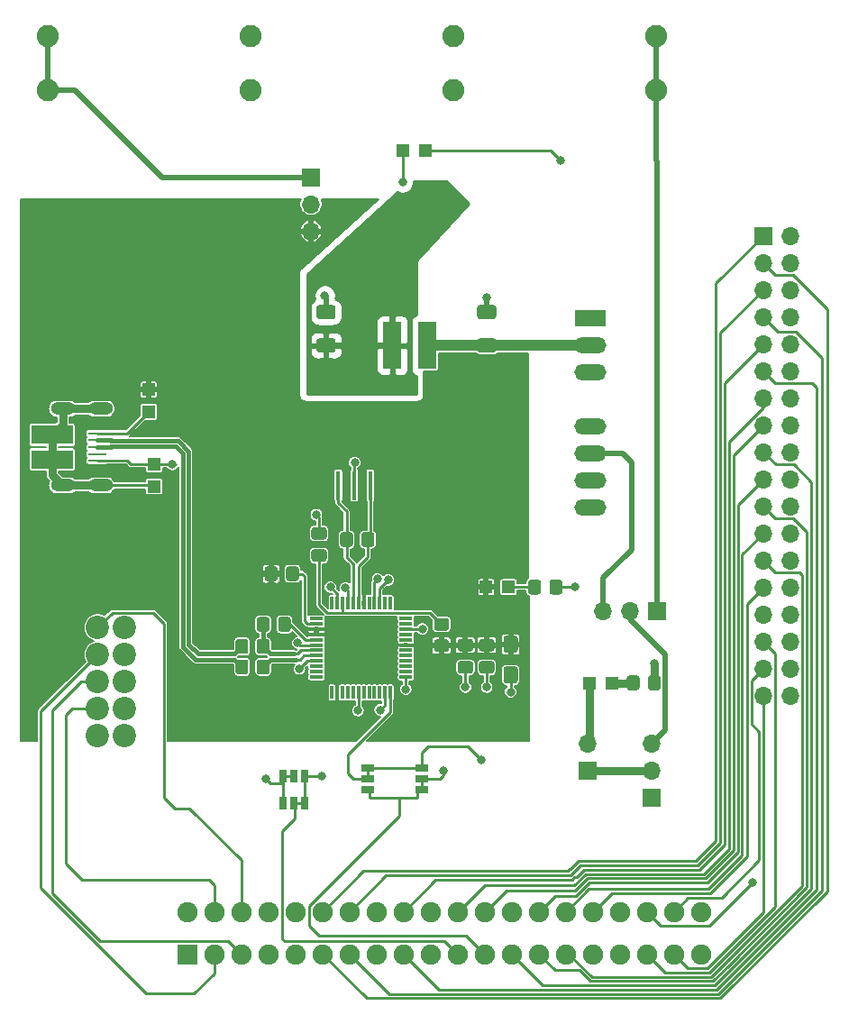
<source format=gtl>
%TF.GenerationSoftware,KiCad,Pcbnew,(5.1.7)-1*%
%TF.CreationDate,2020-10-20T14:22:12-05:00*%
%TF.ProjectId,Programmer Board,50726f67-7261-46d6-9d65-7220426f6172,A*%
%TF.SameCoordinates,Original*%
%TF.FileFunction,Copper,L1,Top*%
%TF.FilePolarity,Positive*%
%FSLAX46Y46*%
G04 Gerber Fmt 4.6, Leading zero omitted, Abs format (unit mm)*
G04 Created by KiCad (PCBNEW (5.1.7)-1) date 2020-10-20 14:22:12*
%MOMM*%
%LPD*%
G01*
G04 APERTURE LIST*
%TA.AperFunction,EtchedComponent*%
%ADD10C,0.254000*%
%TD*%
%TA.AperFunction,ComponentPad*%
%ADD11C,1.900000*%
%TD*%
%TA.AperFunction,ComponentPad*%
%ADD12R,1.900000X1.900000*%
%TD*%
%TA.AperFunction,SMDPad,CuDef*%
%ADD13R,1.750000X4.500000*%
%TD*%
%TA.AperFunction,ComponentPad*%
%ADD14C,2.200000*%
%TD*%
%TA.AperFunction,SMDPad,CuDef*%
%ADD15R,1.200000X0.300000*%
%TD*%
%TA.AperFunction,SMDPad,CuDef*%
%ADD16R,0.300000X1.200000*%
%TD*%
%TA.AperFunction,SMDPad,CuDef*%
%ADD17R,0.400000X2.750000*%
%TD*%
%TA.AperFunction,SMDPad,CuDef*%
%ADD18R,0.635000X1.270000*%
%TD*%
%TA.AperFunction,SMDPad,CuDef*%
%ADD19R,1.270000X0.635000*%
%TD*%
%TA.AperFunction,ComponentPad*%
%ADD20O,3.000000X1.500000*%
%TD*%
%TA.AperFunction,ComponentPad*%
%ADD21R,3.000000X1.500000*%
%TD*%
%TA.AperFunction,ComponentPad*%
%ADD22O,1.700000X1.700000*%
%TD*%
%TA.AperFunction,ComponentPad*%
%ADD23R,1.700000X1.700000*%
%TD*%
%TA.AperFunction,ComponentPad*%
%ADD24C,2.082800*%
%TD*%
%TA.AperFunction,SMDPad,CuDef*%
%ADD25R,1.700000X0.250000*%
%TD*%
%TA.AperFunction,ComponentPad*%
%ADD26O,2.300000X1.200000*%
%TD*%
%TA.AperFunction,SMDPad,CuDef*%
%ADD27R,3.900000X1.800000*%
%TD*%
%TA.AperFunction,SMDPad,CuDef*%
%ADD28R,1.200000X1.200000*%
%TD*%
%TA.AperFunction,ViaPad*%
%ADD29C,0.800000*%
%TD*%
%TA.AperFunction,Conductor*%
%ADD30C,0.250000*%
%TD*%
%TA.AperFunction,Conductor*%
%ADD31C,0.750000*%
%TD*%
%TA.AperFunction,Conductor*%
%ADD32C,0.500000*%
%TD*%
%TA.AperFunction,Conductor*%
%ADD33C,1.000000*%
%TD*%
%TA.AperFunction,Conductor*%
%ADD34C,0.381000*%
%TD*%
%TA.AperFunction,Conductor*%
%ADD35C,0.152400*%
%TD*%
%TA.AperFunction,Conductor*%
%ADD36C,0.100000*%
%TD*%
%TA.AperFunction,Conductor*%
%ADD37C,0.254000*%
%TD*%
G04 APERTURE END LIST*
D10*
%TO.C,JP5*%
X133350000Y-143510000D02*
X132334000Y-143510000D01*
%TO.C,JP4*%
X133350000Y-146050000D02*
X134366000Y-146050000D01*
%TO.C,JP2*%
X140335000Y-143764000D02*
X140335000Y-142748000D01*
%TO.C,JP1*%
X145415000Y-143764000D02*
X145415000Y-144780000D01*
%TD*%
D11*
%TO.P,J5,24*%
%TO.N,/Card Edge Conn/HEADER1.3*%
X151310000Y-156270000D03*
%TO.P,J5,27*%
%TO.N,/Card Edge Conn/HEADER1.6*%
X156390000Y-160230000D03*
%TO.P,J5,22*%
%TO.N,/Card Edge Conn/HEADER1.2*%
X148770000Y-156270000D03*
%TO.P,J5,21*%
%TO.N,/Card Edge Conn/U3.19*%
X148770000Y-160230000D03*
%TO.P,J5,23*%
%TO.N,Net-(J5-Pad23)*%
X151310000Y-160230000D03*
%TO.P,J5,30*%
%TO.N,/Card Edge Conn/U22.3*%
X158930000Y-156270000D03*
%TO.P,J5,33*%
%TO.N,GND*%
X164010000Y-160230000D03*
%TO.P,J5,28*%
%TO.N,/Card Edge Conn/HEADER1.4*%
X156390000Y-156270000D03*
%TO.P,J5,32*%
%TO.N,/Card Edge Conn/J5.3*%
X161470000Y-156270000D03*
%TO.P,J5,34*%
%TO.N,GND*%
X164010000Y-156270000D03*
%TO.P,J5,38*%
%TO.N,/Card Edge Conn/U3.18*%
X169090000Y-156270000D03*
%TO.P,J5,40*%
%TO.N,+9V*%
X171630000Y-156270000D03*
%TO.P,J5,25*%
%TO.N,/Card Edge Conn/HEADER1.5*%
X153850000Y-160230000D03*
%TO.P,J5,29*%
%TO.N,/Card Edge Conn/HEADER1.7*%
X158930000Y-160230000D03*
%TO.P,J5,26*%
%TO.N,Net-(J5-Pad26)*%
X153850000Y-156270000D03*
%TO.P,J5,36*%
%TO.N,/Card Edge Conn/SW1.3*%
X166550000Y-156270000D03*
%TO.P,J5,31*%
%TO.N,+BATT*%
X161470000Y-160230000D03*
%TO.P,J5,35*%
%TO.N,/Card Edge Conn/HEADER1.9*%
X166550000Y-160230000D03*
%TO.P,J5,39*%
%TO.N,+9V*%
X171630000Y-160230000D03*
%TO.P,J5,37*%
%TO.N,/Card Edge Conn/HEADER1.10*%
X169090000Y-160230000D03*
%TO.P,J5,20*%
%TO.N,GND*%
X146230000Y-156270000D03*
%TO.P,J5,18*%
%TO.N,/Card Edge Conn/SW1.1*%
X143690000Y-156270000D03*
%TO.P,J5,17*%
%TO.N,/Card Edge Conn/SW1.2*%
X143690000Y-160230000D03*
%TO.P,J5,19*%
%TO.N,GND*%
X146230000Y-160230000D03*
%TO.P,J5,12*%
%TO.N,/Card Edge Conn/U21.20-DCLK*%
X136070000Y-156270000D03*
%TO.P,J5,15*%
%TO.N,GND*%
X141150000Y-160230000D03*
%TO.P,J5,10*%
X133530000Y-156270000D03*
%TO.P,J5,9*%
X133530000Y-160230000D03*
%TO.P,J5,11*%
%TO.N,/Card Edge Conn/J5.2*%
X136070000Y-160230000D03*
%TO.P,J5,16*%
%TO.N,GND*%
X141150000Y-156270000D03*
%TO.P,J5,13*%
%TO.N,/Card Edge Conn/SW1.4*%
X138610000Y-160230000D03*
%TO.P,J5,14*%
%TO.N,/Card Edge Conn/HEADER1.1*%
X138610000Y-156270000D03*
%TO.P,J5,8*%
%TO.N,VDD*%
X130990000Y-156270000D03*
%TO.P,J5,6*%
%TO.N,/Card Edge Conn/ST7-ICCDATA*%
X128450000Y-156270000D03*
%TO.P,J5,5*%
%TO.N,/Card Edge Conn/ST7-RESET*%
X128450000Y-160230000D03*
%TO.P,J5,7*%
%TO.N,VDD*%
X130990000Y-160230000D03*
%TO.P,J5,4*%
%TO.N,/Card Edge Conn/ST7-ICCSEL*%
X125910000Y-156270000D03*
%TO.P,J5,3*%
%TO.N,/Card Edge Conn/ST7-ICCCLK*%
X125910000Y-160230000D03*
%TO.P,J5,2*%
%TO.N,VDD*%
X123370000Y-156270000D03*
D12*
%TO.P,J5,1*%
X123370000Y-160230000D03*
%TD*%
D13*
%TO.P,L1,2*%
%TO.N,Net-(C9-Pad1)*%
X145875000Y-103050000D03*
%TO.P,L1,1*%
%TO.N,/DC-DC Converter/+V_in*%
X142625000Y-103050000D03*
%TD*%
D14*
%TO.P,J7,10*%
%TO.N,GND*%
X114960000Y-139710000D03*
%TO.P,J7,9*%
%TO.N,N/C*%
X117500000Y-139710000D03*
%TO.P,J7,8*%
%TO.N,/Card Edge Conn/ST7-ICCSEL*%
X114960000Y-137170000D03*
%TO.P,J7,7*%
%TO.N,VDD*%
X117500000Y-137170000D03*
%TO.P,J7,6*%
%TO.N,/Card Edge Conn/ST7-RESET*%
X114960000Y-134630000D03*
%TO.P,J7,5*%
%TO.N,GND*%
X117500000Y-134630000D03*
%TO.P,J7,4*%
%TO.N,/Card Edge Conn/ST7-ICCCLK*%
X114960000Y-132090000D03*
%TO.P,J7,3*%
%TO.N,GND*%
X117500000Y-132090000D03*
%TO.P,J7,2*%
%TO.N,/Card Edge Conn/ST7-ICCDATA*%
X114960000Y-129550000D03*
%TO.P,J7,1*%
%TO.N,GND*%
X117500000Y-129550000D03*
%TD*%
D15*
%TO.P,U1,7*%
%TO.N,/USB to UART/USBD_P*%
X135500000Y-131695000D03*
%TO.P,U1,6*%
%TO.N,/USB to UART/3V3OUT*%
X135500000Y-131195000D03*
D16*
%TO.P,U1,42*%
%TO.N,/USB to UART/+5_USB*%
X139950000Y-127245000D03*
%TO.P,U1,43*%
%TO.N,/USB to UART/XTIN*%
X139450000Y-127245000D03*
D15*
%TO.P,U1,5*%
%TO.N,/USB to UART/RSTOUT*%
X135500000Y-130695000D03*
%TO.P,U1,4*%
%TO.N,/USB to UART/+5_USB*%
X135500000Y-130195000D03*
%TO.P,U1,3*%
X135500000Y-129695000D03*
%TO.P,U1,2*%
%TO.N,Net-(R4-Pad1)*%
X135500000Y-129195000D03*
%TO.P,U1,1*%
%TO.N,N/C*%
X135500000Y-128695000D03*
D16*
%TO.P,U1,44*%
%TO.N,/USB to UART/XOUT*%
X138950000Y-127245000D03*
%TO.P,U1,45*%
%TO.N,GND*%
X138450000Y-127245000D03*
%TO.P,U1,46*%
%TO.N,Net-(C3-Pad1)*%
X137950000Y-127245000D03*
%TO.P,U1,47*%
%TO.N,GND*%
X137450000Y-127245000D03*
%TO.P,U1,48*%
%TO.N,N/C*%
X136950000Y-127245000D03*
D15*
%TO.P,U1,8*%
%TO.N,/USB to UART/USBD_N*%
X135500000Y-132195000D03*
%TO.P,U1,9*%
%TO.N,GND*%
X135500000Y-132695000D03*
%TO.P,U1,10*%
%TO.N,N/C*%
X135500000Y-133195000D03*
%TO.P,U1,11*%
X135500000Y-133695000D03*
%TO.P,U1,12*%
X135500000Y-134195000D03*
D16*
%TO.P,U1,41*%
X140450000Y-127245000D03*
%TO.P,U1,40*%
%TO.N,/Card Edge Conn/U3.19*%
X140950000Y-127245000D03*
%TO.P,U1,39*%
%TO.N,/USB to UART/UART2.RXD*%
X141450000Y-127245000D03*
%TO.P,U1,38*%
%TO.N,N/C*%
X141950000Y-127245000D03*
%TO.P,U1,37*%
X142450000Y-127245000D03*
%TO.P,U1,13*%
X136950000Y-135645000D03*
%TO.P,U1,14*%
%TO.N,/USB to UART/+5_USB*%
X137450000Y-135645000D03*
%TO.P,U1,15*%
%TO.N,N/C*%
X137950000Y-135645000D03*
%TO.P,U1,16*%
X138450000Y-135645000D03*
%TO.P,U1,17*%
X138950000Y-135645000D03*
%TO.P,U1,18*%
%TO.N,GND*%
X139450000Y-135645000D03*
%TO.P,U1,19*%
%TO.N,N/C*%
X139950000Y-135645000D03*
%TO.P,U1,20*%
X140450000Y-135645000D03*
%TO.P,U1,21*%
X140950000Y-135645000D03*
%TO.P,U1,22*%
X141450000Y-135645000D03*
%TO.P,U1,23*%
%TO.N,/Card Edge Conn/GPS.TXD*%
X141950000Y-135645000D03*
%TO.P,U1,24*%
%TO.N,/Card Edge Conn/GPS.RXD*%
X142450000Y-135645000D03*
D15*
%TO.P,U1,25*%
%TO.N,GND*%
X143900000Y-134195000D03*
%TO.P,U1,26*%
%TO.N,N/C*%
X143900000Y-133695000D03*
%TO.P,U1,27*%
X143900000Y-133195000D03*
%TO.P,U1,28*%
X143900000Y-132695000D03*
%TO.P,U1,29*%
X143900000Y-132195000D03*
%TO.P,U1,30*%
X143900000Y-131695000D03*
%TO.P,U1,31*%
%TO.N,/USB to UART/+5_USB*%
X143900000Y-131195000D03*
%TO.P,U1,32*%
%TO.N,N/C*%
X143900000Y-130695000D03*
%TO.P,U1,33*%
X143900000Y-130195000D03*
%TO.P,U1,34*%
%TO.N,GND*%
X143900000Y-129695000D03*
%TO.P,U1,35*%
%TO.N,N/C*%
X143900000Y-129195000D03*
%TO.P,U1,36*%
X143900000Y-128695000D03*
%TD*%
D17*
%TO.P,Y1,3*%
%TO.N,/USB to UART/XOUT*%
X137565000Y-116205000D03*
%TO.P,Y1,2*%
%TO.N,GND*%
X139065000Y-116205000D03*
%TO.P,Y1,1*%
%TO.N,/USB to UART/XTIN*%
X140565000Y-116205000D03*
%TD*%
%TO.P,R13,2*%
%TO.N,/USB to UART/XTIN*%
%TA.AperFunction,SMDPad,CuDef*%
G36*
G01*
X139735000Y-121735001D02*
X139735000Y-120834999D01*
G75*
G02*
X139984999Y-120585000I249999J0D01*
G01*
X140685001Y-120585000D01*
G75*
G02*
X140935000Y-120834999I0J-249999D01*
G01*
X140935000Y-121735001D01*
G75*
G02*
X140685001Y-121985000I-249999J0D01*
G01*
X139984999Y-121985000D01*
G75*
G02*
X139735000Y-121735001I0J249999D01*
G01*
G37*
%TD.AperFunction*%
%TO.P,R13,1*%
%TO.N,/USB to UART/XOUT*%
%TA.AperFunction,SMDPad,CuDef*%
G36*
G01*
X137735000Y-121735001D02*
X137735000Y-120834999D01*
G75*
G02*
X137984999Y-120585000I249999J0D01*
G01*
X138685001Y-120585000D01*
G75*
G02*
X138935000Y-120834999I0J-249999D01*
G01*
X138935000Y-121735001D01*
G75*
G02*
X138685001Y-121985000I-249999J0D01*
G01*
X137984999Y-121985000D01*
G75*
G02*
X137735000Y-121735001I0J249999D01*
G01*
G37*
%TD.AperFunction*%
%TD*%
D18*
%TO.P,JP5,3*%
%TO.N,/USB to UART/UART2.RXD*%
X132334000Y-143510000D03*
%TO.P,JP5,2*%
X133350000Y-143510000D03*
%TO.P,JP5,1*%
%TO.N,/Card Edge Conn/U3.19*%
X134366000Y-143510000D03*
%TD*%
%TO.P,JP4,3*%
%TO.N,/Card Edge Conn/U3.19*%
X134366000Y-146050000D03*
%TO.P,JP4,2*%
X133350000Y-146050000D03*
%TO.P,JP4,1*%
%TO.N,/USB to UART/UART2.RXD*%
X132334000Y-146050000D03*
%TD*%
D19*
%TO.P,JP2,3*%
%TO.N,Net-(J5-Pad26)*%
X140335000Y-142748000D03*
%TO.P,JP2,2*%
%TO.N,/Card Edge Conn/GPS.RXD*%
X140335000Y-143764000D03*
%TO.P,JP2,1*%
%TO.N,Net-(J5-Pad23)*%
X140335000Y-144780000D03*
%TD*%
%TO.P,JP1,3*%
%TO.N,Net-(J5-Pad23)*%
X145415000Y-144780000D03*
%TO.P,JP1,2*%
%TO.N,/Card Edge Conn/GPS.TXD*%
X145415000Y-143764000D03*
%TO.P,JP1,1*%
%TO.N,Net-(J5-Pad26)*%
X145415000Y-142748000D03*
%TD*%
D20*
%TO.P,U2,8*%
%TO.N,N/C*%
X161250000Y-118280000D03*
%TO.P,U2,7*%
%TO.N,GND*%
X161250000Y-115740000D03*
%TO.P,U2,3*%
%TO.N,N/C*%
X161250000Y-105580000D03*
%TO.P,U2,6*%
%TO.N,/DC-DC Converter/+V_out*%
X161250000Y-113200000D03*
%TO.P,U2,5*%
%TO.N,N/C*%
X161250000Y-110660000D03*
%TO.P,U2,2*%
%TO.N,Net-(C9-Pad1)*%
X161250000Y-103040000D03*
D21*
%TO.P,U2,1*%
%TO.N,GND*%
X161250000Y-100500000D03*
%TD*%
%TO.P,R12,2*%
%TO.N,GND*%
%TA.AperFunction,SMDPad,CuDef*%
G36*
G01*
X166650000Y-135200001D02*
X166650000Y-134299999D01*
G75*
G02*
X166899999Y-134050000I249999J0D01*
G01*
X167600001Y-134050000D01*
G75*
G02*
X167850000Y-134299999I0J-249999D01*
G01*
X167850000Y-135200001D01*
G75*
G02*
X167600001Y-135450000I-249999J0D01*
G01*
X166899999Y-135450000D01*
G75*
G02*
X166650000Y-135200001I0J249999D01*
G01*
G37*
%TD.AperFunction*%
%TO.P,R12,1*%
%TO.N,Net-(D3-Pad2)*%
%TA.AperFunction,SMDPad,CuDef*%
G36*
G01*
X164650000Y-135200001D02*
X164650000Y-134299999D01*
G75*
G02*
X164899999Y-134050000I249999J0D01*
G01*
X165600001Y-134050000D01*
G75*
G02*
X165850000Y-134299999I0J-249999D01*
G01*
X165850000Y-135200001D01*
G75*
G02*
X165600001Y-135450000I-249999J0D01*
G01*
X164899999Y-135450000D01*
G75*
G02*
X164650000Y-135200001I0J249999D01*
G01*
G37*
%TD.AperFunction*%
%TD*%
%TO.P,R11,2*%
%TO.N,GND*%
%TA.AperFunction,SMDPad,CuDef*%
G36*
G01*
X157400000Y-126200001D02*
X157400000Y-125299999D01*
G75*
G02*
X157649999Y-125050000I249999J0D01*
G01*
X158350001Y-125050000D01*
G75*
G02*
X158600000Y-125299999I0J-249999D01*
G01*
X158600000Y-126200001D01*
G75*
G02*
X158350001Y-126450000I-249999J0D01*
G01*
X157649999Y-126450000D01*
G75*
G02*
X157400000Y-126200001I0J249999D01*
G01*
G37*
%TD.AperFunction*%
%TO.P,R11,1*%
%TO.N,Net-(D2-Pad2)*%
%TA.AperFunction,SMDPad,CuDef*%
G36*
G01*
X155400000Y-126200001D02*
X155400000Y-125299999D01*
G75*
G02*
X155649999Y-125050000I249999J0D01*
G01*
X156350001Y-125050000D01*
G75*
G02*
X156600000Y-125299999I0J-249999D01*
G01*
X156600000Y-126200001D01*
G75*
G02*
X156350001Y-126450000I-249999J0D01*
G01*
X155649999Y-126450000D01*
G75*
G02*
X155400000Y-126200001I0J249999D01*
G01*
G37*
%TD.AperFunction*%
%TD*%
%TO.P,R5,2*%
%TO.N,/USB to UART/+5_USB*%
%TA.AperFunction,SMDPad,CuDef*%
G36*
G01*
X146799999Y-130650000D02*
X147700001Y-130650000D01*
G75*
G02*
X147950000Y-130899999I0J-249999D01*
G01*
X147950000Y-131600001D01*
G75*
G02*
X147700001Y-131850000I-249999J0D01*
G01*
X146799999Y-131850000D01*
G75*
G02*
X146550000Y-131600001I0J249999D01*
G01*
X146550000Y-130899999D01*
G75*
G02*
X146799999Y-130650000I249999J0D01*
G01*
G37*
%TD.AperFunction*%
%TO.P,R5,1*%
%TO.N,Net-(C3-Pad1)*%
%TA.AperFunction,SMDPad,CuDef*%
G36*
G01*
X146799999Y-128650000D02*
X147700001Y-128650000D01*
G75*
G02*
X147950000Y-128899999I0J-249999D01*
G01*
X147950000Y-129600001D01*
G75*
G02*
X147700001Y-129850000I-249999J0D01*
G01*
X146799999Y-129850000D01*
G75*
G02*
X146550000Y-129600001I0J249999D01*
G01*
X146550000Y-128899999D01*
G75*
G02*
X146799999Y-128650000I249999J0D01*
G01*
G37*
%TD.AperFunction*%
%TD*%
%TO.P,R4,2*%
%TO.N,/USB to UART/+5_USB*%
%TA.AperFunction,SMDPad,CuDef*%
G36*
G01*
X131850000Y-124049999D02*
X131850000Y-124950001D01*
G75*
G02*
X131600001Y-125200000I-249999J0D01*
G01*
X130899999Y-125200000D01*
G75*
G02*
X130650000Y-124950001I0J249999D01*
G01*
X130650000Y-124049999D01*
G75*
G02*
X130899999Y-123800000I249999J0D01*
G01*
X131600001Y-123800000D01*
G75*
G02*
X131850000Y-124049999I0J-249999D01*
G01*
G37*
%TD.AperFunction*%
%TO.P,R4,1*%
%TO.N,Net-(R4-Pad1)*%
%TA.AperFunction,SMDPad,CuDef*%
G36*
G01*
X133850000Y-124049999D02*
X133850000Y-124950001D01*
G75*
G02*
X133600001Y-125200000I-249999J0D01*
G01*
X132899999Y-125200000D01*
G75*
G02*
X132650000Y-124950001I0J249999D01*
G01*
X132650000Y-124049999D01*
G75*
G02*
X132899999Y-123800000I249999J0D01*
G01*
X133600001Y-123800000D01*
G75*
G02*
X133850000Y-124049999I0J-249999D01*
G01*
G37*
%TD.AperFunction*%
%TD*%
%TO.P,R3,2*%
%TO.N,/USB to UART/USBD_P*%
%TA.AperFunction,SMDPad,CuDef*%
G36*
G01*
X131100000Y-128799999D02*
X131100000Y-129700001D01*
G75*
G02*
X130850001Y-129950000I-249999J0D01*
G01*
X130149999Y-129950000D01*
G75*
G02*
X129900000Y-129700001I0J249999D01*
G01*
X129900000Y-128799999D01*
G75*
G02*
X130149999Y-128550000I249999J0D01*
G01*
X130850001Y-128550000D01*
G75*
G02*
X131100000Y-128799999I0J-249999D01*
G01*
G37*
%TD.AperFunction*%
%TO.P,R3,1*%
%TO.N,/USB to UART/RSTOUT*%
%TA.AperFunction,SMDPad,CuDef*%
G36*
G01*
X133100000Y-128799999D02*
X133100000Y-129700001D01*
G75*
G02*
X132850001Y-129950000I-249999J0D01*
G01*
X132149999Y-129950000D01*
G75*
G02*
X131900000Y-129700001I0J249999D01*
G01*
X131900000Y-128799999D01*
G75*
G02*
X132149999Y-128550000I249999J0D01*
G01*
X132850001Y-128550000D01*
G75*
G02*
X133100000Y-128799999I0J-249999D01*
G01*
G37*
%TD.AperFunction*%
%TD*%
%TO.P,R2,2*%
%TO.N,/USB to UART/IN_USBD_N*%
%TA.AperFunction,SMDPad,CuDef*%
G36*
G01*
X129100000Y-132799999D02*
X129100000Y-133700001D01*
G75*
G02*
X128850001Y-133950000I-249999J0D01*
G01*
X128149999Y-133950000D01*
G75*
G02*
X127900000Y-133700001I0J249999D01*
G01*
X127900000Y-132799999D01*
G75*
G02*
X128149999Y-132550000I249999J0D01*
G01*
X128850001Y-132550000D01*
G75*
G02*
X129100000Y-132799999I0J-249999D01*
G01*
G37*
%TD.AperFunction*%
%TO.P,R2,1*%
%TO.N,/USB to UART/USBD_N*%
%TA.AperFunction,SMDPad,CuDef*%
G36*
G01*
X131100000Y-132799999D02*
X131100000Y-133700001D01*
G75*
G02*
X130850001Y-133950000I-249999J0D01*
G01*
X130149999Y-133950000D01*
G75*
G02*
X129900000Y-133700001I0J249999D01*
G01*
X129900000Y-132799999D01*
G75*
G02*
X130149999Y-132550000I249999J0D01*
G01*
X130850001Y-132550000D01*
G75*
G02*
X131100000Y-132799999I0J-249999D01*
G01*
G37*
%TD.AperFunction*%
%TD*%
%TO.P,R1,2*%
%TO.N,/USB to UART/IN_USBD_P*%
%TA.AperFunction,SMDPad,CuDef*%
G36*
G01*
X129100000Y-130879600D02*
X129100000Y-131780400D01*
G75*
G02*
X128850400Y-132030000I-249600J0D01*
G01*
X128149600Y-132030000D01*
G75*
G02*
X127900000Y-131780400I0J249600D01*
G01*
X127900000Y-130879600D01*
G75*
G02*
X128149600Y-130630000I249600J0D01*
G01*
X128850400Y-130630000D01*
G75*
G02*
X129100000Y-130879600I0J-249600D01*
G01*
G37*
%TD.AperFunction*%
%TO.P,R1,1*%
%TO.N,/USB to UART/USBD_P*%
%TA.AperFunction,SMDPad,CuDef*%
G36*
G01*
X131100000Y-130879999D02*
X131100000Y-131780001D01*
G75*
G02*
X130850001Y-132030000I-249999J0D01*
G01*
X130149999Y-132030000D01*
G75*
G02*
X129900000Y-131780001I0J249999D01*
G01*
X129900000Y-130879999D01*
G75*
G02*
X130149999Y-130630000I249999J0D01*
G01*
X130850001Y-130630000D01*
G75*
G02*
X131100000Y-130879999I0J-249999D01*
G01*
G37*
%TD.AperFunction*%
%TD*%
D22*
%TO.P,J13,2*%
%TO.N,Net-(D3-Pad1)*%
X161000000Y-140460000D03*
D23*
%TO.P,J13,1*%
%TO.N,+9V*%
X161000000Y-143000000D03*
%TD*%
D24*
%TO.P,J12,1*%
%TO.N,GND*%
X148350000Y-73960000D03*
X148350000Y-79040000D03*
%TD*%
%TO.P,J11,1*%
%TO.N,Net-(J10-Pad1)*%
X167400000Y-73960000D03*
X167400000Y-79040000D03*
%TD*%
D22*
%TO.P,J10,3*%
%TO.N,/DC-DC Converter/+V_out*%
X162460000Y-128000000D03*
%TO.P,J10,2*%
%TO.N,/Card Edge Conn/9V_PS*%
X165000000Y-128000000D03*
D23*
%TO.P,J10,1*%
%TO.N,Net-(J10-Pad1)*%
X167540000Y-128000000D03*
%TD*%
D22*
%TO.P,J9,36*%
%TO.N,GND*%
X180040000Y-135930000D03*
%TO.P,J9,35*%
%TO.N,/Card Edge Conn/HEADER1.10*%
X177500000Y-135930000D03*
%TO.P,J9,34*%
%TO.N,GND*%
X180040000Y-133390000D03*
%TO.P,J9,33*%
%TO.N,/Card Edge Conn/U3.18*%
X177500000Y-133390000D03*
%TO.P,J9,32*%
%TO.N,GND*%
X180040000Y-130850000D03*
%TO.P,J9,31*%
%TO.N,/Card Edge Conn/HEADER1.9*%
X177500000Y-130850000D03*
%TO.P,J9,30*%
%TO.N,GND*%
X180040000Y-128310000D03*
%TO.P,J9,29*%
%TO.N,/Card Edge Conn/SW1.3*%
X177500000Y-128310000D03*
%TO.P,J9,28*%
%TO.N,GND*%
X180040000Y-125770000D03*
%TO.P,J9,27*%
%TO.N,/Card Edge Conn/J5.3*%
X177500000Y-125770000D03*
%TO.P,J9,26*%
%TO.N,GND*%
X180040000Y-123230000D03*
%TO.P,J9,25*%
%TO.N,/Card Edge Conn/HEADER1.7*%
X177500000Y-123230000D03*
%TO.P,J9,24*%
%TO.N,GND*%
X180040000Y-120690000D03*
%TO.P,J9,23*%
%TO.N,/Card Edge Conn/U22.3*%
X177500000Y-120690000D03*
%TO.P,J9,22*%
%TO.N,GND*%
X180040000Y-118150000D03*
%TO.P,J9,21*%
%TO.N,/Card Edge Conn/HEADER1.6*%
X177500000Y-118150000D03*
%TO.P,J9,20*%
%TO.N,GND*%
X180040000Y-115610000D03*
%TO.P,J9,19*%
%TO.N,/Card Edge Conn/HEADER1.4*%
X177500000Y-115610000D03*
%TO.P,J9,18*%
%TO.N,GND*%
X180040000Y-113070000D03*
%TO.P,J9,17*%
%TO.N,/Card Edge Conn/HEADER1.5*%
X177500000Y-113070000D03*
%TO.P,J9,16*%
%TO.N,GND*%
X180040000Y-110530000D03*
%TO.P,J9,15*%
%TO.N,/Card Edge Conn/HEADER1.3*%
X177500000Y-110530000D03*
%TO.P,J9,14*%
%TO.N,GND*%
X180040000Y-107990000D03*
%TO.P,J9,13*%
%TO.N,/Card Edge Conn/HEADER1.2*%
X177500000Y-107990000D03*
%TO.P,J9,12*%
%TO.N,GND*%
X180040000Y-105450000D03*
%TO.P,J9,11*%
%TO.N,/Card Edge Conn/SW1.2*%
X177500000Y-105450000D03*
%TO.P,J9,10*%
%TO.N,GND*%
X180040000Y-102910000D03*
%TO.P,J9,9*%
%TO.N,/Card Edge Conn/SW1.1*%
X177500000Y-102910000D03*
%TO.P,J9,8*%
%TO.N,GND*%
X180040000Y-100370000D03*
%TO.P,J9,7*%
%TO.N,/Card Edge Conn/SW1.4*%
X177500000Y-100370000D03*
%TO.P,J9,6*%
%TO.N,GND*%
X180040000Y-97830000D03*
%TO.P,J9,5*%
%TO.N,/Card Edge Conn/HEADER1.1*%
X177500000Y-97830000D03*
%TO.P,J9,4*%
%TO.N,GND*%
X180040000Y-95290000D03*
%TO.P,J9,3*%
%TO.N,/Card Edge Conn/J5.2*%
X177500000Y-95290000D03*
%TO.P,J9,2*%
%TO.N,GND*%
X180040000Y-92750000D03*
D23*
%TO.P,J9,1*%
%TO.N,/Card Edge Conn/U21.20-DCLK*%
X177500000Y-92750000D03*
%TD*%
D22*
%TO.P,J6,3*%
%TO.N,/Card Edge Conn/9V_PS*%
X167000000Y-140470000D03*
%TO.P,J6,2*%
%TO.N,+9V*%
X167000000Y-143010000D03*
D23*
%TO.P,J6,1*%
%TO.N,+BATT*%
X167000000Y-145550000D03*
%TD*%
D25*
%TO.P,J4,5*%
%TO.N,GND*%
X114885000Y-113900000D03*
%TO.P,J4,4*%
%TO.N,N/C*%
X114885000Y-113250000D03*
%TO.P,J4,3*%
%TO.N,/USB to UART/IN_USBD_N*%
X114885000Y-112600000D03*
%TO.P,J4,2*%
%TO.N,/USB to UART/IN_USBD_P*%
X114885000Y-111950000D03*
%TO.P,J4,1*%
%TO.N,Net-(FB2-Pad1)*%
X114885000Y-111300000D03*
D26*
%TO.P,J4,SH*%
%TO.N,Net-(FB1-Pad1)*%
X115235000Y-116200000D03*
X111685000Y-116200000D03*
X115235000Y-109000000D03*
X111685000Y-109000000D03*
D27*
X110685000Y-113750000D03*
X110685000Y-111450000D03*
%TD*%
D24*
%TO.P,J3,1*%
%TO.N,/+PS*%
X110250000Y-73960000D03*
X110250000Y-79040000D03*
%TD*%
D22*
%TO.P,J2,3*%
%TO.N,/USB to UART/+5_USB*%
X135000000Y-92330000D03*
%TO.P,J2,2*%
%TO.N,/eFuse/eFuse_In*%
X135000000Y-89790000D03*
D23*
%TO.P,J2,1*%
%TO.N,/+PS*%
X135000000Y-87250000D03*
%TD*%
D24*
%TO.P,J1,1*%
%TO.N,GND*%
X129300000Y-73960000D03*
X129300000Y-79040000D03*
%TD*%
D28*
%TO.P,FB2,1*%
%TO.N,Net-(FB2-Pad1)*%
X119750000Y-109300000D03*
%TO.P,FB2,2*%
%TO.N,/USB to UART/+5_USB*%
X119750000Y-107200000D03*
%TD*%
%TO.P,FB1,1*%
%TO.N,Net-(FB1-Pad1)*%
X120250000Y-116300000D03*
%TO.P,FB1,2*%
%TO.N,GND*%
X120250000Y-114200000D03*
%TD*%
%TO.P,D3,1*%
%TO.N,Net-(D3-Pad1)*%
X161150000Y-134750000D03*
%TO.P,D3,2*%
%TO.N,Net-(D3-Pad2)*%
X163250000Y-134750000D03*
%TD*%
%TO.P,D2,1*%
%TO.N,/USB to UART/+5_USB*%
X151450000Y-125750000D03*
%TO.P,D2,2*%
%TO.N,Net-(D2-Pad2)*%
X153550000Y-125750000D03*
%TD*%
%TO.P,D1,1*%
%TO.N,/eFuse/eFuse_In*%
X143650000Y-84750000D03*
%TO.P,D1,2*%
%TO.N,Net-(D1-Pad2)*%
X145750000Y-84750000D03*
%TD*%
%TO.P,C9,2*%
%TO.N,GND*%
%TA.AperFunction,SMDPad,CuDef*%
G36*
G01*
X152150002Y-100587500D02*
X150849998Y-100587500D01*
G75*
G02*
X150600000Y-100337502I0J249998D01*
G01*
X150600000Y-99512498D01*
G75*
G02*
X150849998Y-99262500I249998J0D01*
G01*
X152150002Y-99262500D01*
G75*
G02*
X152400000Y-99512498I0J-249998D01*
G01*
X152400000Y-100337502D01*
G75*
G02*
X152150002Y-100587500I-249998J0D01*
G01*
G37*
%TD.AperFunction*%
%TO.P,C9,1*%
%TO.N,Net-(C9-Pad1)*%
%TA.AperFunction,SMDPad,CuDef*%
G36*
G01*
X152150002Y-103712500D02*
X150849998Y-103712500D01*
G75*
G02*
X150600000Y-103462502I0J249998D01*
G01*
X150600000Y-102637498D01*
G75*
G02*
X150849998Y-102387500I249998J0D01*
G01*
X152150002Y-102387500D01*
G75*
G02*
X152400000Y-102637498I0J-249998D01*
G01*
X152400000Y-103462502D01*
G75*
G02*
X152150002Y-103712500I-249998J0D01*
G01*
G37*
%TD.AperFunction*%
%TD*%
%TO.P,C8,2*%
%TO.N,GND*%
%TA.AperFunction,SMDPad,CuDef*%
G36*
G01*
X137050002Y-100587500D02*
X135749998Y-100587500D01*
G75*
G02*
X135500000Y-100337502I0J249998D01*
G01*
X135500000Y-99512498D01*
G75*
G02*
X135749998Y-99262500I249998J0D01*
G01*
X137050002Y-99262500D01*
G75*
G02*
X137300000Y-99512498I0J-249998D01*
G01*
X137300000Y-100337502D01*
G75*
G02*
X137050002Y-100587500I-249998J0D01*
G01*
G37*
%TD.AperFunction*%
%TO.P,C8,1*%
%TO.N,/DC-DC Converter/+V_in*%
%TA.AperFunction,SMDPad,CuDef*%
G36*
G01*
X137050002Y-103712500D02*
X135749998Y-103712500D01*
G75*
G02*
X135500000Y-103462502I0J249998D01*
G01*
X135500000Y-102637498D01*
G75*
G02*
X135749998Y-102387500I249998J0D01*
G01*
X137050002Y-102387500D01*
G75*
G02*
X137300000Y-102637498I0J-249998D01*
G01*
X137300000Y-103462502D01*
G75*
G02*
X137050002Y-103712500I-249998J0D01*
G01*
G37*
%TD.AperFunction*%
%TD*%
%TO.P,C7,2*%
%TO.N,GND*%
%TA.AperFunction,SMDPad,CuDef*%
G36*
G01*
X153324999Y-133212500D02*
X154175001Y-133212500D01*
G75*
G02*
X154425000Y-133462499I0J-249999D01*
G01*
X154425000Y-134537501D01*
G75*
G02*
X154175001Y-134787500I-249999J0D01*
G01*
X153324999Y-134787500D01*
G75*
G02*
X153075000Y-134537501I0J249999D01*
G01*
X153075000Y-133462499D01*
G75*
G02*
X153324999Y-133212500I249999J0D01*
G01*
G37*
%TD.AperFunction*%
%TO.P,C7,1*%
%TO.N,/USB to UART/+5_USB*%
%TA.AperFunction,SMDPad,CuDef*%
G36*
G01*
X153324999Y-130337500D02*
X154175001Y-130337500D01*
G75*
G02*
X154425000Y-130587499I0J-249999D01*
G01*
X154425000Y-131662501D01*
G75*
G02*
X154175001Y-131912500I-249999J0D01*
G01*
X153324999Y-131912500D01*
G75*
G02*
X153075000Y-131662501I0J249999D01*
G01*
X153075000Y-130587499D01*
G75*
G02*
X153324999Y-130337500I249999J0D01*
G01*
G37*
%TD.AperFunction*%
%TD*%
%TO.P,C6,2*%
%TO.N,GND*%
%TA.AperFunction,SMDPad,CuDef*%
G36*
G01*
X151025000Y-132700000D02*
X151975000Y-132700000D01*
G75*
G02*
X152225000Y-132950000I0J-250000D01*
G01*
X152225000Y-133625000D01*
G75*
G02*
X151975000Y-133875000I-250000J0D01*
G01*
X151025000Y-133875000D01*
G75*
G02*
X150775000Y-133625000I0J250000D01*
G01*
X150775000Y-132950000D01*
G75*
G02*
X151025000Y-132700000I250000J0D01*
G01*
G37*
%TD.AperFunction*%
%TO.P,C6,1*%
%TO.N,/USB to UART/+5_USB*%
%TA.AperFunction,SMDPad,CuDef*%
G36*
G01*
X151025000Y-130625000D02*
X151975000Y-130625000D01*
G75*
G02*
X152225000Y-130875000I0J-250000D01*
G01*
X152225000Y-131550000D01*
G75*
G02*
X151975000Y-131800000I-250000J0D01*
G01*
X151025000Y-131800000D01*
G75*
G02*
X150775000Y-131550000I0J250000D01*
G01*
X150775000Y-130875000D01*
G75*
G02*
X151025000Y-130625000I250000J0D01*
G01*
G37*
%TD.AperFunction*%
%TD*%
%TO.P,C5,2*%
%TO.N,GND*%
%TA.AperFunction,SMDPad,CuDef*%
G36*
G01*
X149025000Y-132700000D02*
X149975000Y-132700000D01*
G75*
G02*
X150225000Y-132950000I0J-250000D01*
G01*
X150225000Y-133625000D01*
G75*
G02*
X149975000Y-133875000I-250000J0D01*
G01*
X149025000Y-133875000D01*
G75*
G02*
X148775000Y-133625000I0J250000D01*
G01*
X148775000Y-132950000D01*
G75*
G02*
X149025000Y-132700000I250000J0D01*
G01*
G37*
%TD.AperFunction*%
%TO.P,C5,1*%
%TO.N,/USB to UART/+5_USB*%
%TA.AperFunction,SMDPad,CuDef*%
G36*
G01*
X149025000Y-130625000D02*
X149975000Y-130625000D01*
G75*
G02*
X150225000Y-130875000I0J-250000D01*
G01*
X150225000Y-131550000D01*
G75*
G02*
X149975000Y-131800000I-250000J0D01*
G01*
X149025000Y-131800000D01*
G75*
G02*
X148775000Y-131550000I0J250000D01*
G01*
X148775000Y-130875000D01*
G75*
G02*
X149025000Y-130625000I250000J0D01*
G01*
G37*
%TD.AperFunction*%
%TD*%
%TO.P,C3,2*%
%TO.N,GND*%
%TA.AperFunction,SMDPad,CuDef*%
G36*
G01*
X136225000Y-121300000D02*
X135275000Y-121300000D01*
G75*
G02*
X135025000Y-121050000I0J250000D01*
G01*
X135025000Y-120375000D01*
G75*
G02*
X135275000Y-120125000I250000J0D01*
G01*
X136225000Y-120125000D01*
G75*
G02*
X136475000Y-120375000I0J-250000D01*
G01*
X136475000Y-121050000D01*
G75*
G02*
X136225000Y-121300000I-250000J0D01*
G01*
G37*
%TD.AperFunction*%
%TO.P,C3,1*%
%TO.N,Net-(C3-Pad1)*%
%TA.AperFunction,SMDPad,CuDef*%
G36*
G01*
X136225000Y-123375000D02*
X135275000Y-123375000D01*
G75*
G02*
X135025000Y-123125000I0J250000D01*
G01*
X135025000Y-122450000D01*
G75*
G02*
X135275000Y-122200000I250000J0D01*
G01*
X136225000Y-122200000D01*
G75*
G02*
X136475000Y-122450000I0J-250000D01*
G01*
X136475000Y-123125000D01*
G75*
G02*
X136225000Y-123375000I-250000J0D01*
G01*
G37*
%TD.AperFunction*%
%TD*%
D29*
%TO.N,GND*%
X136815002Y-125750000D03*
X138225000Y-125850000D03*
X135500000Y-118950000D03*
X139100000Y-114050000D03*
X149500000Y-135150000D03*
X151500000Y-135150000D03*
X153750000Y-135600000D03*
X159800000Y-125750000D03*
X167250000Y-132900000D03*
X133900000Y-133434998D03*
X139400000Y-137350000D03*
X143900000Y-135350000D03*
X145445000Y-129695000D03*
X136300000Y-98350000D03*
X151500000Y-98550000D03*
X121970000Y-114220000D03*
%TO.N,/USB to UART/+5_USB*%
X140500000Y-124250000D03*
X129200000Y-124250000D03*
%TO.N,/DC-DC Converter/+V_in*%
X146205000Y-89845000D03*
X146705000Y-88845000D03*
X147205000Y-89845000D03*
%TO.N,/eFuse/eFuse_In*%
X143600000Y-87750000D03*
%TO.N,Net-(D1-Pad2)*%
X158400000Y-85650000D03*
%TO.N,/USB to UART/UART2.RXD*%
X142250000Y-125073002D03*
X130750000Y-143750000D03*
%TO.N,/Card Edge Conn/SW1.3*%
X176500000Y-153500000D03*
%TO.N,/Card Edge Conn/GPS.TXD*%
X141478000Y-137287000D03*
X147447000Y-143002000D03*
%TO.N,Net-(J5-Pad26)*%
X151000000Y-142000000D03*
%TO.N,/Card Edge Conn/U3.19*%
X136000000Y-143500000D03*
X141250000Y-125000000D03*
%TO.N,/USB to UART/3V3OUT*%
X133750000Y-131000000D03*
%TD*%
D30*
%TO.N,GND*%
X137450001Y-126384999D02*
X136815002Y-125750000D01*
X137450000Y-127245000D02*
X137450001Y-126384999D01*
X138450000Y-127245000D02*
X138450000Y-126100000D01*
X138225000Y-125875000D02*
X138225000Y-125850000D01*
X138450000Y-126100000D02*
X138225000Y-125875000D01*
X135750000Y-119200000D02*
X135500000Y-118950000D01*
X135750000Y-120712500D02*
X135750000Y-119200000D01*
X139065000Y-114085000D02*
X139100000Y-114050000D01*
X139065000Y-116205000D02*
X139065000Y-114085000D01*
X149500000Y-133287500D02*
X149500000Y-135150000D01*
X151500000Y-133287500D02*
X151500000Y-135150000D01*
X153750000Y-134000000D02*
X153750000Y-135600000D01*
X158000000Y-125750000D02*
X159800000Y-125750000D01*
D31*
X167250000Y-134750000D02*
X167250000Y-132900000D01*
D30*
X134639999Y-132694999D02*
X133900000Y-133434998D01*
X135500000Y-132695000D02*
X134639999Y-132694999D01*
X139450000Y-137300000D02*
X139400000Y-137350000D01*
X139450000Y-135645000D02*
X139450000Y-137300000D01*
X143900000Y-134195000D02*
X143900000Y-135350000D01*
X143900000Y-129695000D02*
X145445000Y-129695000D01*
X114885000Y-113900000D02*
X117750000Y-113900000D01*
X118050000Y-114200000D02*
X120250000Y-114200000D01*
X117750000Y-113900000D02*
X118050000Y-114200000D01*
D32*
X136400000Y-98450000D02*
X136300000Y-98350000D01*
X136400000Y-99925000D02*
X136400000Y-98450000D01*
X151500000Y-99925000D02*
X151500000Y-98550000D01*
D30*
X120250000Y-114200000D02*
X122250000Y-114200000D01*
%TO.N,Net-(C3-Pad1)*%
X136514999Y-128170001D02*
X135750000Y-127405002D01*
X137885001Y-128170001D02*
X136514999Y-128170001D01*
X135750000Y-127405002D02*
X135750000Y-122787500D01*
X137950001Y-128105001D02*
X137885001Y-128170001D01*
X137950000Y-127245000D02*
X137950001Y-128105001D01*
X146170001Y-128170001D02*
X147250000Y-129250000D01*
X137885001Y-128170001D02*
X146170001Y-128170001D01*
%TO.N,/USB to UART/+5_USB*%
X139950000Y-127245000D02*
X139950000Y-124800000D01*
X139950000Y-124800000D02*
X140500000Y-124250000D01*
X147195000Y-131195000D02*
X147250000Y-131250000D01*
X143900000Y-131195000D02*
X147195000Y-131195000D01*
X131000000Y-124250000D02*
X131250000Y-124500000D01*
X129200000Y-124250000D02*
X131000000Y-124250000D01*
X137450000Y-135645000D02*
X137450000Y-137300000D01*
X134503588Y-129695000D02*
X133500000Y-128691412D01*
X135500000Y-129695000D02*
X134503588Y-129695000D01*
X133500000Y-128691412D02*
X133500000Y-127650000D01*
X135500000Y-130195000D02*
X135500000Y-129695000D01*
X149462500Y-131250000D02*
X149500000Y-131212500D01*
X147250000Y-131250000D02*
X149462500Y-131250000D01*
X149500000Y-131212500D02*
X151500000Y-131212500D01*
X153662500Y-131212500D02*
X153750000Y-131125000D01*
X151500000Y-131212500D02*
X153662500Y-131212500D01*
D32*
%TO.N,/DC-DC Converter/+V_in*%
X142625000Y-94425000D02*
X142625000Y-103050000D01*
X147205000Y-89845000D02*
X142625000Y-94425000D01*
X136400000Y-103050000D02*
X142625000Y-103050000D01*
D33*
%TO.N,Net-(C9-Pad1)*%
X145875000Y-103050000D02*
X151500000Y-103050000D01*
X161240000Y-103050000D02*
X161250000Y-103040000D01*
X151500000Y-103050000D02*
X161240000Y-103050000D01*
D30*
%TO.N,/eFuse/eFuse_In*%
X143600000Y-84800000D02*
X143650000Y-84750000D01*
X143600000Y-87750000D02*
X143600000Y-84800000D01*
%TO.N,Net-(D1-Pad2)*%
X145750000Y-84750000D02*
X157300000Y-84750000D01*
X157500000Y-84750000D02*
X158400000Y-85650000D01*
X157300000Y-84750000D02*
X157500000Y-84750000D01*
%TO.N,Net-(D2-Pad2)*%
X153550000Y-125750000D02*
X156000000Y-125750000D01*
%TO.N,Net-(D3-Pad1)*%
X161150000Y-140310000D02*
X161000000Y-140460000D01*
D31*
X161150000Y-134750000D02*
X161150000Y-140310000D01*
%TO.N,Net-(D3-Pad2)*%
X163250000Y-134750000D02*
X165250000Y-134750000D01*
%TO.N,Net-(FB1-Pad1)*%
X115235000Y-109000000D02*
X111685000Y-109000000D01*
X111685000Y-110450000D02*
X110685000Y-111450000D01*
X111685000Y-109000000D02*
X111685000Y-110450000D01*
X110685000Y-111450000D02*
X110685000Y-113750000D01*
X110685000Y-115200000D02*
X111685000Y-116200000D01*
X110685000Y-113750000D02*
X110685000Y-115200000D01*
X111685000Y-116200000D02*
X115235000Y-116200000D01*
D30*
X120150000Y-116200000D02*
X120250000Y-116300000D01*
X115235000Y-116200000D02*
X120150000Y-116200000D01*
%TO.N,Net-(FB2-Pad1)*%
X117750000Y-111300000D02*
X119750000Y-109300000D01*
X114885000Y-111300000D02*
X117750000Y-111300000D01*
D32*
%TO.N,/Card Edge Conn/9V_PS*%
X168300010Y-139169990D02*
X168300010Y-132050010D01*
X167000000Y-140470000D02*
X168300010Y-139169990D01*
X165000000Y-128750000D02*
X165000000Y-128000000D01*
X168300010Y-132050010D02*
X165000000Y-128750000D01*
D31*
%TO.N,+9V*%
X161290000Y-143290000D02*
X161000000Y-143000000D01*
X166990000Y-143000000D02*
X167000000Y-143010000D01*
X161000000Y-143000000D02*
X166990000Y-143000000D01*
D30*
%TO.N,/Card Edge Conn/ST7-ICCSEL*%
X125910000Y-154340000D02*
X125910000Y-156270000D01*
X125910000Y-153710000D02*
X125910000Y-154340000D01*
X125450000Y-153250000D02*
X125910000Y-153710000D01*
X112000000Y-151750000D02*
X113500000Y-153250000D01*
X112000000Y-137750000D02*
X112000000Y-151750000D01*
X112580000Y-137170000D02*
X112000000Y-137750000D01*
X113500000Y-153250000D02*
X125450000Y-153250000D01*
X114960000Y-137170000D02*
X112580000Y-137170000D01*
%TO.N,/Card Edge Conn/ST7-RESET*%
X127222599Y-159002599D02*
X115152599Y-159002599D01*
X128450000Y-160230000D02*
X127222599Y-159002599D01*
X115152599Y-159002599D02*
X110700000Y-154550000D01*
X113404366Y-134630000D02*
X114960000Y-134630000D01*
X110700000Y-137334366D02*
X113404366Y-134630000D01*
X110700000Y-154550000D02*
X110700000Y-137334366D01*
%TO.N,/Card Edge Conn/ST7-ICCCLK*%
X109600000Y-137450000D02*
X114960000Y-132090000D01*
X109600000Y-154019092D02*
X109600000Y-137450000D01*
X119530908Y-163950000D02*
X109600000Y-154019092D01*
X124000000Y-163950000D02*
X119530908Y-163950000D01*
X125910000Y-162040000D02*
X124000000Y-163950000D01*
X125910000Y-160230000D02*
X125910000Y-162040000D01*
%TO.N,/Card Edge Conn/ST7-ICCDATA*%
X116337401Y-128172599D02*
X114960000Y-129550000D01*
X121200000Y-129195198D02*
X120177401Y-128172599D01*
X121200000Y-145550000D02*
X121200000Y-129195198D01*
X120177401Y-128172599D02*
X116337401Y-128172599D01*
X122200000Y-146550000D02*
X121200000Y-145550000D01*
X123600000Y-146550000D02*
X122200000Y-146550000D01*
X128450000Y-151400000D02*
X123600000Y-146550000D01*
X128450000Y-156270000D02*
X128450000Y-151400000D01*
%TO.N,/USB to UART/UART2.RXD*%
X132334000Y-144084000D02*
X132250000Y-144000000D01*
X132334000Y-146050000D02*
X132334000Y-144084000D01*
X141450000Y-125873002D02*
X142250000Y-125073002D01*
X141450000Y-127245000D02*
X141450000Y-125873002D01*
X132250000Y-144000000D02*
X132250000Y-143962010D01*
X132100001Y-144149999D02*
X132250000Y-144000000D01*
X131149999Y-144149999D02*
X132100001Y-144149999D01*
X130750000Y-143750000D02*
X131149999Y-144149999D01*
%TO.N,/Card Edge Conn/U22.3*%
X161102410Y-154097590D02*
X158930000Y-156270000D01*
X172333318Y-154097590D02*
X161102410Y-154097590D01*
X175500000Y-150930908D02*
X172333318Y-154097590D01*
X175500000Y-122690000D02*
X175500000Y-150930908D01*
X177500000Y-120690000D02*
X175500000Y-122690000D01*
%TO.N,/Card Edge Conn/U21.20-DCLK*%
X173042770Y-149569046D02*
X173042770Y-97207230D01*
X171123866Y-151487950D02*
X173042770Y-149569046D01*
X160123865Y-151487950D02*
X171123866Y-151487950D01*
X159361816Y-152250000D02*
X160123865Y-151487950D01*
X159306996Y-152250000D02*
X159361816Y-152250000D01*
X173042770Y-97207230D02*
X177500000Y-92750000D01*
X159153498Y-152403498D02*
X159306996Y-152250000D01*
X139936502Y-152403498D02*
X159153498Y-152403498D01*
X136070000Y-156270000D02*
X139936502Y-152403498D01*
%TO.N,/Card Edge Conn/J5.3*%
X172500000Y-154500000D02*
X163240000Y-154500000D01*
X175970189Y-151029811D02*
X172500000Y-154500000D01*
X175970189Y-127299811D02*
X175970189Y-151029811D01*
X163240000Y-154500000D02*
X161470000Y-156270000D01*
X177500000Y-125770000D02*
X175970189Y-127299811D01*
%TO.N,/Card Edge Conn/J5.2*%
X180295955Y-96417401D02*
X178627401Y-96417401D01*
X183500000Y-99621446D02*
X180295955Y-96417401D01*
X178627401Y-96417401D02*
X177500000Y-95290000D01*
X183500000Y-154308205D02*
X183500000Y-99621446D01*
X173433934Y-164374271D02*
X183500000Y-154308205D01*
X140214271Y-164374271D02*
X173433934Y-164374271D01*
X136070000Y-160230000D02*
X140214271Y-164374271D01*
%TO.N,/Card Edge Conn/U3.18*%
X176372599Y-138622599D02*
X177097590Y-139347590D01*
X176372599Y-134517401D02*
X176372599Y-138622599D01*
X177500000Y-133390000D02*
X176372599Y-134517401D01*
X177097590Y-139347590D02*
X177097590Y-151402410D01*
X170417401Y-154942599D02*
X169090000Y-156270000D01*
X173557401Y-154942599D02*
X170417401Y-154942599D01*
X177097590Y-151402410D02*
X173557401Y-154942599D01*
%TO.N,/Card Edge Conn/HEADER1.10*%
X177500000Y-156324554D02*
X177500000Y-135930000D01*
X172267153Y-161557401D02*
X177500000Y-156324554D01*
X170417401Y-161557401D02*
X172267153Y-161557401D01*
X169090000Y-160230000D02*
X170417401Y-161557401D01*
%TO.N,/Card Edge Conn/HEADER1.9*%
X178627401Y-131977401D02*
X177500000Y-130850000D01*
X178627401Y-155766246D02*
X178627401Y-131977401D01*
X172433836Y-161959811D02*
X178627401Y-155766246D01*
X168279811Y-161959811D02*
X172433836Y-161959811D01*
X166550000Y-160230000D02*
X168279811Y-161959811D01*
%TO.N,/Card Edge Conn/HEADER1.7*%
X178627401Y-124357401D02*
X180857401Y-124357401D01*
X177500000Y-123230000D02*
X178627401Y-124357401D01*
X172600519Y-162362221D02*
X161362221Y-162362221D01*
X181167401Y-153795339D02*
X172600519Y-162362221D01*
X181167401Y-124667401D02*
X181167401Y-153795339D01*
X180857401Y-124357401D02*
X181167401Y-124667401D01*
X159230000Y-160230000D02*
X158930000Y-160230000D01*
X161362221Y-162362221D02*
X159230000Y-160230000D01*
%TO.N,/Card Edge Conn/HEADER1.6*%
X178627401Y-119277401D02*
X177500000Y-118150000D01*
X180295955Y-119277401D02*
X178627401Y-119277401D01*
X181569811Y-120551257D02*
X180295955Y-119277401D01*
X181569811Y-153962022D02*
X181569811Y-120551257D01*
X174250000Y-161281832D02*
X181569811Y-153962022D01*
X172767202Y-162764631D02*
X174250000Y-161281832D01*
X161195538Y-162764631D02*
X172767202Y-162764631D01*
X160180908Y-161750000D02*
X161195538Y-162764631D01*
X157910000Y-161750000D02*
X160180908Y-161750000D01*
X156390000Y-160230000D02*
X157910000Y-161750000D01*
%TO.N,/Card Edge Conn/HEADER1.5*%
X178680000Y-114250000D02*
X177500000Y-113070000D01*
X180348554Y-114250000D02*
X178680000Y-114250000D01*
X182000000Y-115901446D02*
X180348554Y-114250000D01*
X182000000Y-154100926D02*
X182000000Y-115901446D01*
X156787041Y-163167041D02*
X172933885Y-163167041D01*
X172933885Y-163167041D02*
X182000000Y-154100926D01*
X153850000Y-160230000D02*
X156787041Y-163167041D01*
%TO.N,/Card Edge Conn/HEADER1.4*%
X175097590Y-150652410D02*
X175097590Y-118012410D01*
X175097590Y-118012410D02*
X177500000Y-115610000D01*
X172250000Y-153500000D02*
X175097590Y-150652410D01*
X161130908Y-153500000D02*
X172250000Y-153500000D01*
X159880908Y-154750000D02*
X161130908Y-153500000D01*
X157910000Y-154750000D02*
X159880908Y-154750000D01*
X156390000Y-156270000D02*
X157910000Y-154750000D01*
%TO.N,/Card Edge Conn/HEADER1.3*%
X174695180Y-113334820D02*
X177500000Y-110530000D01*
X174695180Y-150485728D02*
X174695180Y-113334820D01*
X172083318Y-153097590D02*
X174695180Y-150485728D01*
X160964225Y-153097590D02*
X172083318Y-153097590D01*
X159811816Y-154250000D02*
X160964225Y-153097590D01*
X153330000Y-154250000D02*
X159811816Y-154250000D01*
X151310000Y-156270000D02*
X153330000Y-154250000D01*
%TO.N,/Card Edge Conn/HEADER1.2*%
X177500000Y-108861446D02*
X177500000Y-107990000D01*
X174250000Y-112111446D02*
X177500000Y-108861446D01*
X160797542Y-152695180D02*
X171916636Y-152695180D01*
X174250000Y-150361816D02*
X174250000Y-112111446D01*
X159742723Y-153750000D02*
X160797542Y-152695180D01*
X151290000Y-153750000D02*
X159742723Y-153750000D01*
X171916636Y-152695180D02*
X174250000Y-150361816D01*
X148770000Y-156270000D02*
X151290000Y-153750000D01*
%TO.N,/Card Edge Conn/HEADER1.1*%
X173445180Y-101884820D02*
X177500000Y-97830000D01*
X173445180Y-149735728D02*
X173445180Y-101884820D01*
X171290548Y-151890360D02*
X173445180Y-149735728D01*
X160290548Y-151890360D02*
X171290548Y-151890360D01*
X159333318Y-152847590D02*
X160290548Y-151890360D01*
X142032410Y-152847590D02*
X159333318Y-152847590D01*
X138610000Y-156270000D02*
X142032410Y-152847590D01*
%TO.N,/Card Edge Conn/SW1.4*%
X178880000Y-101750000D02*
X177500000Y-100370000D01*
X180548554Y-101750000D02*
X178880000Y-101750000D01*
X183000000Y-154239112D02*
X183000000Y-104201446D01*
X173267251Y-163971861D02*
X183000000Y-154239112D01*
X142351861Y-163971861D02*
X173267251Y-163971861D01*
X183000000Y-104201446D02*
X180548554Y-101750000D01*
X138610000Y-160230000D02*
X142351861Y-163971861D01*
%TO.N,/Card Edge Conn/SW1.3*%
X167877401Y-157597401D02*
X172402599Y-157597401D01*
X166550000Y-156270000D02*
X167877401Y-157597401D01*
X172402599Y-157597401D02*
X176500000Y-153500000D01*
%TO.N,/Card Edge Conn/SW1.2*%
X182077401Y-106577401D02*
X178627401Y-106577401D01*
X178627401Y-106577401D02*
X177500000Y-105450000D01*
X182500000Y-107000000D02*
X182077401Y-106577401D01*
X182500000Y-154170019D02*
X182500000Y-107000000D01*
X173100568Y-163569451D02*
X182500000Y-154170019D01*
X147029451Y-163569451D02*
X173100568Y-163569451D01*
X143690000Y-160230000D02*
X147029451Y-163569451D01*
%TO.N,/Card Edge Conn/SW1.1*%
X173847590Y-106562410D02*
X177500000Y-102910000D01*
X160630859Y-152292770D02*
X171457230Y-152292770D01*
X171457230Y-152292770D02*
X173847590Y-149902410D01*
X159923630Y-153000000D02*
X160630859Y-152292770D01*
X159750000Y-153000000D02*
X159923630Y-153000000D01*
X159500000Y-153250000D02*
X159750000Y-153000000D01*
X146710000Y-153250000D02*
X159500000Y-153250000D01*
X173847590Y-149902410D02*
X173847590Y-106562410D01*
X143690000Y-156270000D02*
X146710000Y-153250000D01*
D32*
%TO.N,/DC-DC Converter/+V_out*%
X161250000Y-113200000D02*
X164250000Y-113200000D01*
X164250000Y-113200000D02*
X165100000Y-114050000D01*
X165100000Y-114050000D02*
X165100000Y-122250000D01*
X162460000Y-124890000D02*
X162460000Y-128000000D01*
X165100000Y-122250000D02*
X162460000Y-124890000D01*
%TO.N,Net-(J10-Pad1)*%
X167540000Y-128000000D02*
X167540000Y-85790000D01*
X167400000Y-85650000D02*
X167400000Y-79040000D01*
X167540000Y-85790000D02*
X167400000Y-85650000D01*
X167400000Y-79040000D02*
X167400000Y-73960000D01*
D30*
%TO.N,Net-(R4-Pad1)*%
X134639999Y-129195001D02*
X134400000Y-128955002D01*
X135500000Y-129195000D02*
X134639999Y-129195001D01*
X134400000Y-128955002D02*
X134400000Y-124750000D01*
X134150000Y-124500000D02*
X133250000Y-124500000D01*
X134400000Y-124750000D02*
X134150000Y-124500000D01*
%TO.N,/Card Edge Conn/GPS.RXD*%
X142450000Y-135645000D02*
X142450000Y-137458000D01*
X142450000Y-137458000D02*
X138430000Y-141478000D01*
X138430000Y-141478000D02*
X138430000Y-143256000D01*
X138938000Y-143764000D02*
X139882990Y-143764000D01*
X138430000Y-143256000D02*
X138938000Y-143764000D01*
%TO.N,/Card Edge Conn/GPS.TXD*%
X141950000Y-135645000D02*
X141950000Y-136815000D01*
X141950000Y-136815000D02*
X141478000Y-137287000D01*
X147447000Y-143002000D02*
X147447000Y-143383000D01*
X147066000Y-143764000D02*
X145867010Y-143764000D01*
X147447000Y-143383000D02*
X147066000Y-143764000D01*
%TO.N,Net-(J5-Pad23)*%
X144962990Y-144967228D02*
X144962990Y-144780000D01*
X134842599Y-155680847D02*
X143273446Y-147250000D01*
X135750000Y-158500000D02*
X134842599Y-157592599D01*
X134842599Y-157592599D02*
X134842599Y-155680847D01*
X149580000Y-158500000D02*
X135750000Y-158500000D01*
X151310000Y-160230000D02*
X149580000Y-158500000D01*
X145000000Y-145500000D02*
X145000000Y-145000000D01*
X140500000Y-144945000D02*
X140500000Y-145500000D01*
X140335000Y-144780000D02*
X140500000Y-144945000D01*
X143273446Y-145523446D02*
X143250000Y-145500000D01*
X143273446Y-147250000D02*
X143273446Y-145523446D01*
X143250000Y-145500000D02*
X145000000Y-145500000D01*
X140500000Y-145500000D02*
X143250000Y-145500000D01*
%TO.N,Net-(J5-Pad26)*%
X143129000Y-142748000D02*
X140787010Y-142748000D01*
X145415000Y-142748000D02*
X143129000Y-142748000D01*
X145415000Y-141335000D02*
X145415000Y-142748000D01*
X146000000Y-140750000D02*
X145415000Y-141335000D01*
X149750000Y-140750000D02*
X146000000Y-140750000D01*
X151000000Y-142000000D02*
X149750000Y-140750000D01*
%TO.N,/Card Edge Conn/U3.19*%
X134366000Y-145481990D02*
X134250000Y-145597990D01*
X134366000Y-143510000D02*
X134366000Y-145481990D01*
X136000000Y-143500000D02*
X134376000Y-143500000D01*
X134376000Y-143500000D02*
X134366000Y-143510000D01*
X140950000Y-127245000D02*
X140950000Y-125300000D01*
X140950000Y-125300000D02*
X141250000Y-125000000D01*
X147542599Y-159002599D02*
X132502599Y-159002599D01*
X148770000Y-160230000D02*
X147542599Y-159002599D01*
X132302599Y-158802599D02*
X132302599Y-148697401D01*
X132502599Y-159002599D02*
X132302599Y-158802599D01*
X133500000Y-147500000D02*
X133500000Y-146500000D01*
X132302599Y-148697401D02*
X133500000Y-147500000D01*
%TO.N,/USB to UART/XTIN*%
X140565000Y-121055000D02*
X140335000Y-121285000D01*
X140565000Y-116205000D02*
X140565000Y-121055000D01*
X139450000Y-127245000D02*
X139450000Y-123821000D01*
X140335000Y-122936000D02*
X140335000Y-121285000D01*
X139450000Y-123821000D02*
X140335000Y-122936000D01*
%TO.N,/USB to UART/XOUT*%
X137565000Y-116205000D02*
X137565000Y-117880000D01*
X138335000Y-118650000D02*
X138335000Y-121285000D01*
X137565000Y-117880000D02*
X138335000Y-118650000D01*
X138950000Y-127245000D02*
X138950000Y-123583000D01*
X138335000Y-122968000D02*
X138335000Y-121285000D01*
X138950000Y-123583000D02*
X138335000Y-122968000D01*
%TO.N,/USB to UART/3V3OUT*%
X135500000Y-131195000D02*
X133945000Y-131195000D01*
X133945000Y-131195000D02*
X133750000Y-131000000D01*
%TO.N,/USB to UART/RSTOUT*%
X133030001Y-129250000D02*
X132500000Y-129250000D01*
X134475001Y-130695000D02*
X133030001Y-129250000D01*
X135500000Y-130695000D02*
X134475001Y-130695000D01*
D32*
%TO.N,/+PS*%
X110250000Y-73960000D02*
X110250000Y-79040000D01*
X110250000Y-79040000D02*
X112790000Y-79040000D01*
X121000000Y-87250000D02*
X135000000Y-87250000D01*
X112790000Y-79040000D02*
X121000000Y-87250000D01*
D34*
%TO.N,/USB to UART/USBD_P*%
X130500000Y-131330000D02*
X131193300Y-132023300D01*
X131193300Y-132023300D02*
X133359131Y-132023300D01*
D30*
X135500000Y-131695000D02*
X134055000Y-131695000D01*
X133726700Y-132023300D02*
X133359131Y-132023300D01*
X134055000Y-131695000D02*
X133726700Y-132023300D01*
D34*
X130500000Y-131330000D02*
X130500000Y-129250000D01*
%TO.N,/USB to UART/USBD_N*%
X130500000Y-133250000D02*
X131193300Y-132556700D01*
X131193300Y-132556700D02*
X133580075Y-132556700D01*
D30*
X135500000Y-132195000D02*
X134305000Y-132195000D01*
X133943300Y-132556700D02*
X133580075Y-132556700D01*
X134305000Y-132195000D02*
X133943300Y-132556700D01*
D34*
%TO.N,/USB to UART/IN_USBD_N*%
X127806700Y-132556700D02*
X128500000Y-133250000D01*
X124149528Y-132556700D02*
X127806700Y-132556700D01*
X122963300Y-113220472D02*
X122963300Y-131370472D01*
X122284528Y-112541700D02*
X122963300Y-113220472D01*
X116218301Y-112541700D02*
X122284528Y-112541700D01*
X122963300Y-131370472D02*
X124149528Y-132556700D01*
X116160001Y-112600000D02*
X116218301Y-112541700D01*
X114885000Y-112600000D02*
X116160001Y-112600000D01*
%TO.N,/USB to UART/IN_USBD_P*%
X127806700Y-132023300D02*
X128500000Y-131330000D01*
X124370472Y-132023300D02*
X127806700Y-132023300D01*
X123496700Y-131149528D02*
X124370472Y-132023300D01*
X123496700Y-112999528D02*
X123496700Y-131149528D01*
X122505472Y-112008300D02*
X123496700Y-112999528D01*
X116218301Y-112008300D02*
X122505472Y-112008300D01*
X116160001Y-111950000D02*
X116218301Y-112008300D01*
X114885000Y-111950000D02*
X116160001Y-111950000D01*
%TD*%
D35*
%TO.N,/USB to UART/+5_USB*%
X133962850Y-89475384D02*
X133921400Y-89683767D01*
X133921400Y-89896233D01*
X133962850Y-90104616D01*
X134044157Y-90300909D01*
X134162197Y-90477567D01*
X134312433Y-90627803D01*
X134489091Y-90745843D01*
X134685384Y-90827150D01*
X134893767Y-90868600D01*
X135106233Y-90868600D01*
X135314616Y-90827150D01*
X135510909Y-90745843D01*
X135687567Y-90627803D01*
X135837803Y-90477567D01*
X135955843Y-90300909D01*
X136037150Y-90104616D01*
X136078600Y-89896233D01*
X136078600Y-89683767D01*
X136037150Y-89475384D01*
X135975356Y-89326200D01*
X141340423Y-89326200D01*
X134109807Y-95815214D01*
X134014255Y-95925436D01*
X133960270Y-96026436D01*
X133927025Y-96136028D01*
X133915800Y-96250000D01*
X133915800Y-107750000D01*
X133927025Y-107863972D01*
X133960270Y-107973564D01*
X134014255Y-108074564D01*
X134086908Y-108163092D01*
X134175436Y-108235745D01*
X134276436Y-108289730D01*
X134386028Y-108322975D01*
X134500000Y-108334200D01*
X145000000Y-108334200D01*
X145113972Y-108322975D01*
X145223564Y-108289730D01*
X145324564Y-108235745D01*
X145413092Y-108163092D01*
X145485745Y-108074564D01*
X145539730Y-107973564D01*
X145572975Y-107863972D01*
X145584200Y-107750000D01*
X145584200Y-105529706D01*
X146750000Y-105529706D01*
X146794813Y-105525292D01*
X146837905Y-105512221D01*
X146877618Y-105490994D01*
X146912427Y-105462427D01*
X146940994Y-105427618D01*
X146962221Y-105387905D01*
X146975292Y-105344813D01*
X146979706Y-105300000D01*
X146979706Y-103778600D01*
X150491835Y-103778600D01*
X150510796Y-103801704D01*
X150583489Y-103861361D01*
X150666423Y-103905691D01*
X150756412Y-103932989D01*
X150849998Y-103942206D01*
X152150002Y-103942206D01*
X152243588Y-103932989D01*
X152333577Y-103905691D01*
X152416511Y-103861361D01*
X152489204Y-103801704D01*
X152508165Y-103778600D01*
X155413044Y-103778600D01*
X155433726Y-124874287D01*
X155383489Y-124901139D01*
X155310796Y-124960796D01*
X155251139Y-125033489D01*
X155206809Y-125116424D01*
X155179511Y-125206413D01*
X155170294Y-125299999D01*
X155170294Y-125396400D01*
X154379706Y-125396400D01*
X154379706Y-125150000D01*
X154375292Y-125105187D01*
X154362221Y-125062095D01*
X154340994Y-125022382D01*
X154312427Y-124987573D01*
X154277618Y-124959006D01*
X154237905Y-124937779D01*
X154194813Y-124924708D01*
X154150000Y-124920294D01*
X152950000Y-124920294D01*
X152905187Y-124924708D01*
X152862095Y-124937779D01*
X152822382Y-124959006D01*
X152787573Y-124987573D01*
X152759006Y-125022382D01*
X152737779Y-125062095D01*
X152724708Y-125105187D01*
X152720294Y-125150000D01*
X152720294Y-126350000D01*
X152724708Y-126394813D01*
X152737779Y-126437905D01*
X152759006Y-126477618D01*
X152787573Y-126512427D01*
X152822382Y-126540994D01*
X152862095Y-126562221D01*
X152905187Y-126575292D01*
X152950000Y-126579706D01*
X154150000Y-126579706D01*
X154194813Y-126575292D01*
X154237905Y-126562221D01*
X154277618Y-126540994D01*
X154312427Y-126512427D01*
X154340994Y-126477618D01*
X154362221Y-126437905D01*
X154375292Y-126394813D01*
X154379706Y-126350000D01*
X154379706Y-126103600D01*
X155170294Y-126103600D01*
X155170294Y-126200001D01*
X155179511Y-126293587D01*
X155206809Y-126383576D01*
X155251139Y-126466511D01*
X155310796Y-126539204D01*
X155383489Y-126598861D01*
X155435444Y-126626632D01*
X155448725Y-140173800D01*
X140234265Y-140173800D01*
X142687758Y-137720308D01*
X142701242Y-137709242D01*
X142712310Y-137695756D01*
X142745430Y-137655400D01*
X142778264Y-137593972D01*
X142798483Y-137527317D01*
X142805310Y-137458000D01*
X142803600Y-137440638D01*
X142803600Y-136349034D01*
X142812221Y-136332905D01*
X142825292Y-136289813D01*
X142829706Y-136245000D01*
X142829706Y-135045000D01*
X142825292Y-135000187D01*
X142812221Y-134957095D01*
X142790994Y-134917382D01*
X142762427Y-134882573D01*
X142727618Y-134854006D01*
X142687905Y-134832779D01*
X142644813Y-134819708D01*
X142600000Y-134815294D01*
X142300000Y-134815294D01*
X142255187Y-134819708D01*
X142212095Y-134832779D01*
X142200000Y-134839244D01*
X142187905Y-134832779D01*
X142144813Y-134819708D01*
X142100000Y-134815294D01*
X141800000Y-134815294D01*
X141755187Y-134819708D01*
X141712095Y-134832779D01*
X141700000Y-134839244D01*
X141687905Y-134832779D01*
X141644813Y-134819708D01*
X141600000Y-134815294D01*
X141300000Y-134815294D01*
X141255187Y-134819708D01*
X141212095Y-134832779D01*
X141200000Y-134839244D01*
X141187905Y-134832779D01*
X141144813Y-134819708D01*
X141100000Y-134815294D01*
X140800000Y-134815294D01*
X140755187Y-134819708D01*
X140712095Y-134832779D01*
X140700000Y-134839244D01*
X140687905Y-134832779D01*
X140644813Y-134819708D01*
X140600000Y-134815294D01*
X140300000Y-134815294D01*
X140255187Y-134819708D01*
X140212095Y-134832779D01*
X140200000Y-134839244D01*
X140187905Y-134832779D01*
X140144813Y-134819708D01*
X140100000Y-134815294D01*
X139800000Y-134815294D01*
X139755187Y-134819708D01*
X139712095Y-134832779D01*
X139700000Y-134839244D01*
X139687905Y-134832779D01*
X139644813Y-134819708D01*
X139600000Y-134815294D01*
X139300000Y-134815294D01*
X139255187Y-134819708D01*
X139212095Y-134832779D01*
X139200000Y-134839244D01*
X139187905Y-134832779D01*
X139144813Y-134819708D01*
X139100000Y-134815294D01*
X138800000Y-134815294D01*
X138755187Y-134819708D01*
X138712095Y-134832779D01*
X138700000Y-134839244D01*
X138687905Y-134832779D01*
X138644813Y-134819708D01*
X138600000Y-134815294D01*
X138300000Y-134815294D01*
X138255187Y-134819708D01*
X138212095Y-134832779D01*
X138200000Y-134839244D01*
X138187905Y-134832779D01*
X138144813Y-134819708D01*
X138100000Y-134815294D01*
X137800000Y-134815294D01*
X137755187Y-134819708D01*
X137712095Y-134832779D01*
X137700106Y-134839187D01*
X137687943Y-134832686D01*
X137644833Y-134819609D01*
X137600000Y-134815193D01*
X137580975Y-134816300D01*
X137523800Y-134873475D01*
X137523800Y-135471200D01*
X137570294Y-135471200D01*
X137570294Y-135818800D01*
X137523800Y-135818800D01*
X137523800Y-136416525D01*
X137580975Y-136473700D01*
X137600000Y-136474807D01*
X137644833Y-136470391D01*
X137687943Y-136457314D01*
X137700106Y-136450813D01*
X137712095Y-136457221D01*
X137755187Y-136470292D01*
X137800000Y-136474706D01*
X138100000Y-136474706D01*
X138144813Y-136470292D01*
X138187905Y-136457221D01*
X138200000Y-136450756D01*
X138212095Y-136457221D01*
X138255187Y-136470292D01*
X138300000Y-136474706D01*
X138600000Y-136474706D01*
X138644813Y-136470292D01*
X138687905Y-136457221D01*
X138700000Y-136450756D01*
X138712095Y-136457221D01*
X138755187Y-136470292D01*
X138800000Y-136474706D01*
X139096401Y-136474706D01*
X139096401Y-136796847D01*
X138999291Y-136861734D01*
X138911734Y-136949291D01*
X138842941Y-137052246D01*
X138795556Y-137166644D01*
X138771400Y-137288088D01*
X138771400Y-137411912D01*
X138795556Y-137533356D01*
X138842941Y-137647754D01*
X138911734Y-137750709D01*
X138999291Y-137838266D01*
X139102246Y-137907059D01*
X139216644Y-137954444D01*
X139338088Y-137978600D01*
X139461912Y-137978600D01*
X139583356Y-137954444D01*
X139697754Y-137907059D01*
X139800709Y-137838266D01*
X139888266Y-137750709D01*
X139957059Y-137647754D01*
X140004444Y-137533356D01*
X140028600Y-137411912D01*
X140028600Y-137288088D01*
X140004444Y-137166644D01*
X139957059Y-137052246D01*
X139888266Y-136949291D01*
X139803600Y-136864625D01*
X139803600Y-136474706D01*
X140100000Y-136474706D01*
X140144813Y-136470292D01*
X140187905Y-136457221D01*
X140200000Y-136450756D01*
X140212095Y-136457221D01*
X140255187Y-136470292D01*
X140300000Y-136474706D01*
X140600000Y-136474706D01*
X140644813Y-136470292D01*
X140687905Y-136457221D01*
X140700000Y-136450756D01*
X140712095Y-136457221D01*
X140755187Y-136470292D01*
X140800000Y-136474706D01*
X141100000Y-136474706D01*
X141144813Y-136470292D01*
X141187905Y-136457221D01*
X141200000Y-136450756D01*
X141212095Y-136457221D01*
X141255187Y-136470292D01*
X141300000Y-136474706D01*
X141596401Y-136474706D01*
X141596401Y-136668533D01*
X141595481Y-136669453D01*
X141539912Y-136658400D01*
X141416088Y-136658400D01*
X141294644Y-136682556D01*
X141180246Y-136729941D01*
X141077291Y-136798734D01*
X140989734Y-136886291D01*
X140920941Y-136989246D01*
X140873556Y-137103644D01*
X140849400Y-137225088D01*
X140849400Y-137348912D01*
X140873556Y-137470356D01*
X140920941Y-137584754D01*
X140989734Y-137687709D01*
X141077291Y-137775266D01*
X141180246Y-137844059D01*
X141294644Y-137891444D01*
X141416088Y-137915600D01*
X141492334Y-137915600D01*
X139234135Y-140173800D01*
X121553600Y-140173800D01*
X121553600Y-135045000D01*
X136570294Y-135045000D01*
X136570294Y-136245000D01*
X136574708Y-136289813D01*
X136587779Y-136332905D01*
X136609006Y-136372618D01*
X136637573Y-136407427D01*
X136672382Y-136435994D01*
X136712095Y-136457221D01*
X136755187Y-136470292D01*
X136800000Y-136474706D01*
X137100000Y-136474706D01*
X137144813Y-136470292D01*
X137187905Y-136457221D01*
X137199894Y-136450813D01*
X137212057Y-136457314D01*
X137255167Y-136470391D01*
X137300000Y-136474807D01*
X137319025Y-136473700D01*
X137376200Y-136416525D01*
X137376200Y-135818800D01*
X137329706Y-135818800D01*
X137329706Y-135471200D01*
X137376200Y-135471200D01*
X137376200Y-134873475D01*
X137319025Y-134816300D01*
X137300000Y-134815193D01*
X137255167Y-134819609D01*
X137212057Y-134832686D01*
X137199894Y-134839187D01*
X137187905Y-134832779D01*
X137144813Y-134819708D01*
X137100000Y-134815294D01*
X136800000Y-134815294D01*
X136755187Y-134819708D01*
X136712095Y-134832779D01*
X136672382Y-134854006D01*
X136637573Y-134882573D01*
X136609006Y-134917382D01*
X136587779Y-134957095D01*
X136574708Y-135000187D01*
X136570294Y-135045000D01*
X121553600Y-135045000D01*
X121553600Y-129212549D01*
X121555309Y-129195197D01*
X121553600Y-129177845D01*
X121553600Y-129177836D01*
X121548483Y-129125880D01*
X121528264Y-129059227D01*
X121495429Y-128997798D01*
X121451242Y-128943956D01*
X121437758Y-128932890D01*
X120439714Y-127934847D01*
X120428643Y-127921357D01*
X120374801Y-127877170D01*
X120313372Y-127844335D01*
X120246719Y-127824116D01*
X120194763Y-127818999D01*
X120194753Y-127818999D01*
X120177401Y-127817290D01*
X120160049Y-127818999D01*
X116354752Y-127818999D01*
X116337400Y-127817290D01*
X116320048Y-127818999D01*
X116320039Y-127818999D01*
X116268083Y-127824116D01*
X116201430Y-127844335D01*
X116140001Y-127877170D01*
X116102920Y-127907602D01*
X116086159Y-127921357D01*
X116075093Y-127934841D01*
X115618100Y-128391835D01*
X115589328Y-128372610D01*
X115347538Y-128272457D01*
X115090856Y-128221400D01*
X114829144Y-128221400D01*
X114572462Y-128272457D01*
X114330672Y-128372610D01*
X114113067Y-128518009D01*
X113928009Y-128703067D01*
X113782610Y-128920672D01*
X113682457Y-129162462D01*
X113631400Y-129419144D01*
X113631400Y-129680856D01*
X113682457Y-129937538D01*
X113782610Y-130179328D01*
X113928009Y-130396933D01*
X114113067Y-130581991D01*
X114330672Y-130727390D01*
X114554252Y-130820000D01*
X114330672Y-130912610D01*
X114113067Y-131058009D01*
X113928009Y-131243067D01*
X113782610Y-131460672D01*
X113682457Y-131702462D01*
X113631400Y-131959144D01*
X113631400Y-132220856D01*
X113682457Y-132477538D01*
X113782610Y-132719328D01*
X113801835Y-132748100D01*
X109362243Y-137187692D01*
X109348759Y-137198758D01*
X109337693Y-137212242D01*
X109337691Y-137212244D01*
X109304571Y-137252601D01*
X109285603Y-137288088D01*
X109271737Y-137314029D01*
X109251518Y-137380682D01*
X109248442Y-137411912D01*
X109244691Y-137450000D01*
X109246401Y-137467362D01*
X109246401Y-140173800D01*
X107753600Y-140173800D01*
X107753600Y-110550000D01*
X108505294Y-110550000D01*
X108505294Y-112350000D01*
X108509708Y-112394813D01*
X108522779Y-112437905D01*
X108544006Y-112477618D01*
X108572573Y-112512427D01*
X108607382Y-112540994D01*
X108647095Y-112562221D01*
X108690187Y-112575292D01*
X108735000Y-112579706D01*
X110081400Y-112579706D01*
X110081401Y-112620294D01*
X108735000Y-112620294D01*
X108690187Y-112624708D01*
X108647095Y-112637779D01*
X108607382Y-112659006D01*
X108572573Y-112687573D01*
X108544006Y-112722382D01*
X108522779Y-112762095D01*
X108509708Y-112805187D01*
X108505294Y-112850000D01*
X108505294Y-114650000D01*
X108509708Y-114694813D01*
X108522779Y-114737905D01*
X108544006Y-114777618D01*
X108572573Y-114812427D01*
X108607382Y-114840994D01*
X108647095Y-114862221D01*
X108690187Y-114875292D01*
X108735000Y-114879706D01*
X110081401Y-114879706D01*
X110081401Y-115170353D01*
X110078481Y-115200000D01*
X110090135Y-115318326D01*
X110124649Y-115432104D01*
X110180698Y-115536964D01*
X110237227Y-115605846D01*
X110237234Y-115605853D01*
X110256127Y-115628874D01*
X110279148Y-115647767D01*
X110416969Y-115785588D01*
X110365770Y-115881374D01*
X110318389Y-116037566D01*
X110302391Y-116200000D01*
X110318389Y-116362434D01*
X110365770Y-116518626D01*
X110442711Y-116662573D01*
X110546257Y-116788743D01*
X110672427Y-116892289D01*
X110816374Y-116969230D01*
X110972566Y-117016611D01*
X111094295Y-117028600D01*
X112275705Y-117028600D01*
X112397434Y-117016611D01*
X112553626Y-116969230D01*
X112697573Y-116892289D01*
X112805640Y-116803600D01*
X114114360Y-116803600D01*
X114222427Y-116892289D01*
X114366374Y-116969230D01*
X114522566Y-117016611D01*
X114644295Y-117028600D01*
X115825705Y-117028600D01*
X115947434Y-117016611D01*
X116103626Y-116969230D01*
X116247573Y-116892289D01*
X116373743Y-116788743D01*
X116477289Y-116662573D01*
X116535536Y-116553600D01*
X119420294Y-116553600D01*
X119420294Y-116900000D01*
X119424708Y-116944813D01*
X119437779Y-116987905D01*
X119459006Y-117027618D01*
X119487573Y-117062427D01*
X119522382Y-117090994D01*
X119562095Y-117112221D01*
X119605187Y-117125292D01*
X119650000Y-117129706D01*
X120850000Y-117129706D01*
X120894813Y-117125292D01*
X120937905Y-117112221D01*
X120977618Y-117090994D01*
X121012427Y-117062427D01*
X121040994Y-117027618D01*
X121062221Y-116987905D01*
X121075292Y-116944813D01*
X121079706Y-116900000D01*
X121079706Y-115700000D01*
X121075292Y-115655187D01*
X121062221Y-115612095D01*
X121040994Y-115572382D01*
X121012427Y-115537573D01*
X120977618Y-115509006D01*
X120937905Y-115487779D01*
X120894813Y-115474708D01*
X120850000Y-115470294D01*
X119650000Y-115470294D01*
X119605187Y-115474708D01*
X119562095Y-115487779D01*
X119522382Y-115509006D01*
X119487573Y-115537573D01*
X119459006Y-115572382D01*
X119437779Y-115612095D01*
X119424708Y-115655187D01*
X119420294Y-115700000D01*
X119420294Y-115846400D01*
X116535536Y-115846400D01*
X116477289Y-115737427D01*
X116373743Y-115611257D01*
X116247573Y-115507711D01*
X116103626Y-115430770D01*
X115947434Y-115383389D01*
X115825705Y-115371400D01*
X114644295Y-115371400D01*
X114522566Y-115383389D01*
X114366374Y-115430770D01*
X114222427Y-115507711D01*
X114114360Y-115596400D01*
X112805640Y-115596400D01*
X112697573Y-115507711D01*
X112553626Y-115430770D01*
X112397434Y-115383389D01*
X112275705Y-115371400D01*
X111710019Y-115371400D01*
X111288600Y-114949981D01*
X111288600Y-114879706D01*
X112635000Y-114879706D01*
X112679813Y-114875292D01*
X112722905Y-114862221D01*
X112762618Y-114840994D01*
X112797427Y-114812427D01*
X112825994Y-114777618D01*
X112847221Y-114737905D01*
X112860292Y-114694813D01*
X112864706Y-114650000D01*
X112864706Y-112850000D01*
X112860292Y-112805187D01*
X112847221Y-112762095D01*
X112825994Y-112722382D01*
X112797427Y-112687573D01*
X112762618Y-112659006D01*
X112722905Y-112637779D01*
X112679813Y-112624708D01*
X112635000Y-112620294D01*
X111288600Y-112620294D01*
X111288600Y-112579706D01*
X112635000Y-112579706D01*
X112679813Y-112575292D01*
X112722905Y-112562221D01*
X112762618Y-112540994D01*
X112797427Y-112512427D01*
X112825994Y-112477618D01*
X112847221Y-112437905D01*
X112860292Y-112394813D01*
X112864706Y-112350000D01*
X112864706Y-111175000D01*
X113805294Y-111175000D01*
X113805294Y-111425000D01*
X113809708Y-111469813D01*
X113822779Y-111512905D01*
X113844006Y-111552618D01*
X113872573Y-111587427D01*
X113907382Y-111615994D01*
X113924231Y-111625000D01*
X113907382Y-111634006D01*
X113872573Y-111662573D01*
X113844006Y-111697382D01*
X113822779Y-111737095D01*
X113809708Y-111780187D01*
X113805294Y-111825000D01*
X113805294Y-112075000D01*
X113809708Y-112119813D01*
X113822779Y-112162905D01*
X113844006Y-112202618D01*
X113872573Y-112237427D01*
X113907382Y-112265994D01*
X113924231Y-112275000D01*
X113907382Y-112284006D01*
X113872573Y-112312573D01*
X113844006Y-112347382D01*
X113822779Y-112387095D01*
X113809708Y-112430187D01*
X113805294Y-112475000D01*
X113805294Y-112725000D01*
X113809708Y-112769813D01*
X113822779Y-112812905D01*
X113844006Y-112852618D01*
X113872573Y-112887427D01*
X113907382Y-112915994D01*
X113924231Y-112925000D01*
X113907382Y-112934006D01*
X113872573Y-112962573D01*
X113844006Y-112997382D01*
X113822779Y-113037095D01*
X113809708Y-113080187D01*
X113805294Y-113125000D01*
X113805294Y-113375000D01*
X113809708Y-113419813D01*
X113822779Y-113462905D01*
X113844006Y-113502618D01*
X113872573Y-113537427D01*
X113907382Y-113565994D01*
X113924231Y-113575000D01*
X113907382Y-113584006D01*
X113872573Y-113612573D01*
X113844006Y-113647382D01*
X113822779Y-113687095D01*
X113809708Y-113730187D01*
X113805294Y-113775000D01*
X113805294Y-114025000D01*
X113809708Y-114069813D01*
X113822779Y-114112905D01*
X113844006Y-114152618D01*
X113872573Y-114187427D01*
X113907382Y-114215994D01*
X113947095Y-114237221D01*
X113990187Y-114250292D01*
X114035000Y-114254706D01*
X115735000Y-114254706D01*
X115746229Y-114253600D01*
X117603535Y-114253600D01*
X117787691Y-114437757D01*
X117798758Y-114451242D01*
X117852600Y-114495429D01*
X117914029Y-114528264D01*
X117980682Y-114548483D01*
X118032638Y-114553600D01*
X118032647Y-114553600D01*
X118049999Y-114555309D01*
X118067351Y-114553600D01*
X119420294Y-114553600D01*
X119420294Y-114800000D01*
X119424708Y-114844813D01*
X119437779Y-114887905D01*
X119459006Y-114927618D01*
X119487573Y-114962427D01*
X119522382Y-114990994D01*
X119562095Y-115012221D01*
X119605187Y-115025292D01*
X119650000Y-115029706D01*
X120850000Y-115029706D01*
X120894813Y-115025292D01*
X120937905Y-115012221D01*
X120977618Y-114990994D01*
X121012427Y-114962427D01*
X121040994Y-114927618D01*
X121062221Y-114887905D01*
X121075292Y-114844813D01*
X121079706Y-114800000D01*
X121079706Y-114553600D01*
X121436893Y-114553600D01*
X121481734Y-114620709D01*
X121569291Y-114708266D01*
X121672246Y-114777059D01*
X121786644Y-114824444D01*
X121908088Y-114848600D01*
X122031912Y-114848600D01*
X122153356Y-114824444D01*
X122267754Y-114777059D01*
X122370709Y-114708266D01*
X122458266Y-114620709D01*
X122527059Y-114517754D01*
X122544200Y-114476372D01*
X122544201Y-131349882D01*
X122542173Y-131370472D01*
X122550265Y-131452629D01*
X122574230Y-131531630D01*
X122613146Y-131604437D01*
X122619186Y-131611797D01*
X122665519Y-131668254D01*
X122681506Y-131681374D01*
X123838625Y-132838494D01*
X123851746Y-132854482D01*
X123915562Y-132906854D01*
X123988370Y-132945771D01*
X124062320Y-132968203D01*
X124067370Y-132969735D01*
X124149528Y-132977827D01*
X124170108Y-132975800D01*
X127633104Y-132975800D01*
X127670294Y-133012990D01*
X127670294Y-133700001D01*
X127679511Y-133793587D01*
X127706809Y-133883576D01*
X127751139Y-133966511D01*
X127810796Y-134039204D01*
X127883489Y-134098861D01*
X127966424Y-134143191D01*
X128056413Y-134170489D01*
X128149999Y-134179706D01*
X128850001Y-134179706D01*
X128943587Y-134170489D01*
X129033576Y-134143191D01*
X129116511Y-134098861D01*
X129189204Y-134039204D01*
X129248861Y-133966511D01*
X129293191Y-133883576D01*
X129320489Y-133793587D01*
X129329706Y-133700001D01*
X129329706Y-132799999D01*
X129320489Y-132706413D01*
X129293191Y-132616424D01*
X129248861Y-132533489D01*
X129189204Y-132460796D01*
X129116511Y-132401139D01*
X129033576Y-132356809D01*
X128943587Y-132329511D01*
X128850001Y-132320294D01*
X128162990Y-132320294D01*
X128132696Y-132290000D01*
X128162990Y-132259706D01*
X128850400Y-132259706D01*
X128943908Y-132250496D01*
X129033822Y-132223221D01*
X129116688Y-132178928D01*
X129189321Y-132119321D01*
X129248928Y-132046688D01*
X129293221Y-131963822D01*
X129320496Y-131873908D01*
X129329706Y-131780400D01*
X129329706Y-130879600D01*
X129320496Y-130786092D01*
X129293221Y-130696178D01*
X129248928Y-130613312D01*
X129189321Y-130540679D01*
X129116688Y-130481072D01*
X129033822Y-130436779D01*
X128943908Y-130409504D01*
X128850400Y-130400294D01*
X128149600Y-130400294D01*
X128056092Y-130409504D01*
X127966178Y-130436779D01*
X127883312Y-130481072D01*
X127810679Y-130540679D01*
X127751072Y-130613312D01*
X127706779Y-130696178D01*
X127679504Y-130786092D01*
X127670294Y-130879600D01*
X127670294Y-131567010D01*
X127633104Y-131604200D01*
X124544069Y-131604200D01*
X123915800Y-130975932D01*
X123915800Y-128799999D01*
X129670294Y-128799999D01*
X129670294Y-129700001D01*
X129679511Y-129793587D01*
X129706809Y-129883576D01*
X129751139Y-129966511D01*
X129810796Y-130039204D01*
X129883489Y-130098861D01*
X129966424Y-130143191D01*
X130056413Y-130170489D01*
X130080901Y-130172901D01*
X130080900Y-130407099D01*
X130056413Y-130409511D01*
X129966424Y-130436809D01*
X129883489Y-130481139D01*
X129810796Y-130540796D01*
X129751139Y-130613489D01*
X129706809Y-130696424D01*
X129679511Y-130786413D01*
X129670294Y-130879999D01*
X129670294Y-131780001D01*
X129679511Y-131873587D01*
X129706809Y-131963576D01*
X129751139Y-132046511D01*
X129810796Y-132119204D01*
X129883489Y-132178861D01*
X129966424Y-132223191D01*
X130056413Y-132250489D01*
X130149999Y-132259706D01*
X130837009Y-132259706D01*
X130867303Y-132290000D01*
X130837009Y-132320294D01*
X130149999Y-132320294D01*
X130056413Y-132329511D01*
X129966424Y-132356809D01*
X129883489Y-132401139D01*
X129810796Y-132460796D01*
X129751139Y-132533489D01*
X129706809Y-132616424D01*
X129679511Y-132706413D01*
X129670294Y-132799999D01*
X129670294Y-133700001D01*
X129679511Y-133793587D01*
X129706809Y-133883576D01*
X129751139Y-133966511D01*
X129810796Y-134039204D01*
X129883489Y-134098861D01*
X129966424Y-134143191D01*
X130056413Y-134170489D01*
X130149999Y-134179706D01*
X130850001Y-134179706D01*
X130943587Y-134170489D01*
X131033576Y-134143191D01*
X131116511Y-134098861D01*
X131189204Y-134039204D01*
X131248861Y-133966511D01*
X131293191Y-133883576D01*
X131320489Y-133793587D01*
X131329706Y-133700001D01*
X131329706Y-133012991D01*
X131366897Y-132975800D01*
X133470223Y-132975800D01*
X133411734Y-133034289D01*
X133342941Y-133137244D01*
X133295556Y-133251642D01*
X133271400Y-133373086D01*
X133271400Y-133496910D01*
X133295556Y-133618354D01*
X133342941Y-133732752D01*
X133411734Y-133835707D01*
X133499291Y-133923264D01*
X133602246Y-133992057D01*
X133716644Y-134039442D01*
X133838088Y-134063598D01*
X133961912Y-134063598D01*
X134083356Y-134039442D01*
X134197754Y-133992057D01*
X134300709Y-133923264D01*
X134388266Y-133835707D01*
X134457059Y-133732752D01*
X134504444Y-133618354D01*
X134528600Y-133496910D01*
X134528600Y-133373086D01*
X134517547Y-133317517D01*
X134670294Y-133164770D01*
X134670294Y-133345000D01*
X134674708Y-133389813D01*
X134687779Y-133432905D01*
X134694244Y-133445000D01*
X134687779Y-133457095D01*
X134674708Y-133500187D01*
X134670294Y-133545000D01*
X134670294Y-133845000D01*
X134674708Y-133889813D01*
X134687779Y-133932905D01*
X134694244Y-133945000D01*
X134687779Y-133957095D01*
X134674708Y-134000187D01*
X134670294Y-134045000D01*
X134670294Y-134345000D01*
X134674708Y-134389813D01*
X134687779Y-134432905D01*
X134709006Y-134472618D01*
X134737573Y-134507427D01*
X134772382Y-134535994D01*
X134812095Y-134557221D01*
X134855187Y-134570292D01*
X134900000Y-134574706D01*
X136100000Y-134574706D01*
X136144813Y-134570292D01*
X136187905Y-134557221D01*
X136227618Y-134535994D01*
X136262427Y-134507427D01*
X136290994Y-134472618D01*
X136312221Y-134432905D01*
X136325292Y-134389813D01*
X136329706Y-134345000D01*
X136329706Y-134045000D01*
X136325292Y-134000187D01*
X136312221Y-133957095D01*
X136305756Y-133945000D01*
X136312221Y-133932905D01*
X136325292Y-133889813D01*
X136329706Y-133845000D01*
X136329706Y-133545000D01*
X136325292Y-133500187D01*
X136312221Y-133457095D01*
X136305756Y-133445000D01*
X136312221Y-133432905D01*
X136325292Y-133389813D01*
X136329706Y-133345000D01*
X136329706Y-133045000D01*
X136325292Y-133000187D01*
X136312221Y-132957095D01*
X136305756Y-132945000D01*
X136312221Y-132932905D01*
X136325292Y-132889813D01*
X136329706Y-132845000D01*
X136329706Y-132545000D01*
X136325292Y-132500187D01*
X136312221Y-132457095D01*
X136305756Y-132445000D01*
X136312221Y-132432905D01*
X136325292Y-132389813D01*
X136329706Y-132345000D01*
X136329706Y-132045000D01*
X136325292Y-132000187D01*
X136312221Y-131957095D01*
X136305756Y-131945000D01*
X136312221Y-131932905D01*
X136325292Y-131889813D01*
X136329706Y-131845000D01*
X136329706Y-131545000D01*
X136325292Y-131500187D01*
X136312221Y-131457095D01*
X136305756Y-131445000D01*
X136312221Y-131432905D01*
X136325292Y-131389813D01*
X136329706Y-131345000D01*
X143070193Y-131345000D01*
X143074609Y-131389833D01*
X143087686Y-131432943D01*
X143094187Y-131445106D01*
X143087779Y-131457095D01*
X143074708Y-131500187D01*
X143070294Y-131545000D01*
X143070294Y-131845000D01*
X143074708Y-131889813D01*
X143087779Y-131932905D01*
X143094244Y-131945000D01*
X143087779Y-131957095D01*
X143074708Y-132000187D01*
X143070294Y-132045000D01*
X143070294Y-132345000D01*
X143074708Y-132389813D01*
X143087779Y-132432905D01*
X143094244Y-132445000D01*
X143087779Y-132457095D01*
X143074708Y-132500187D01*
X143070294Y-132545000D01*
X143070294Y-132845000D01*
X143074708Y-132889813D01*
X143087779Y-132932905D01*
X143094244Y-132945000D01*
X143087779Y-132957095D01*
X143074708Y-133000187D01*
X143070294Y-133045000D01*
X143070294Y-133345000D01*
X143074708Y-133389813D01*
X143087779Y-133432905D01*
X143094244Y-133445000D01*
X143087779Y-133457095D01*
X143074708Y-133500187D01*
X143070294Y-133545000D01*
X143070294Y-133845000D01*
X143074708Y-133889813D01*
X143087779Y-133932905D01*
X143094244Y-133945000D01*
X143087779Y-133957095D01*
X143074708Y-134000187D01*
X143070294Y-134045000D01*
X143070294Y-134345000D01*
X143074708Y-134389813D01*
X143087779Y-134432905D01*
X143109006Y-134472618D01*
X143137573Y-134507427D01*
X143172382Y-134535994D01*
X143212095Y-134557221D01*
X143255187Y-134570292D01*
X143300000Y-134574706D01*
X143546400Y-134574706D01*
X143546401Y-134830256D01*
X143499291Y-134861734D01*
X143411734Y-134949291D01*
X143342941Y-135052246D01*
X143295556Y-135166644D01*
X143271400Y-135288088D01*
X143271400Y-135411912D01*
X143295556Y-135533356D01*
X143342941Y-135647754D01*
X143411734Y-135750709D01*
X143499291Y-135838266D01*
X143602246Y-135907059D01*
X143716644Y-135954444D01*
X143838088Y-135978600D01*
X143961912Y-135978600D01*
X144083356Y-135954444D01*
X144197754Y-135907059D01*
X144300709Y-135838266D01*
X144388266Y-135750709D01*
X144457059Y-135647754D01*
X144504444Y-135533356D01*
X144528600Y-135411912D01*
X144528600Y-135288088D01*
X144504444Y-135166644D01*
X144457059Y-135052246D01*
X144388266Y-134949291D01*
X144300709Y-134861734D01*
X144253600Y-134830256D01*
X144253600Y-134574706D01*
X144500000Y-134574706D01*
X144544813Y-134570292D01*
X144587905Y-134557221D01*
X144627618Y-134535994D01*
X144662427Y-134507427D01*
X144690994Y-134472618D01*
X144712221Y-134432905D01*
X144725292Y-134389813D01*
X144729706Y-134345000D01*
X144729706Y-134045000D01*
X144725292Y-134000187D01*
X144712221Y-133957095D01*
X144705756Y-133945000D01*
X144712221Y-133932905D01*
X144725292Y-133889813D01*
X144729706Y-133845000D01*
X144729706Y-133545000D01*
X144725292Y-133500187D01*
X144712221Y-133457095D01*
X144705756Y-133445000D01*
X144712221Y-133432905D01*
X144725292Y-133389813D01*
X144729706Y-133345000D01*
X144729706Y-133045000D01*
X144725292Y-133000187D01*
X144712221Y-132957095D01*
X144708429Y-132950000D01*
X148545294Y-132950000D01*
X148545294Y-133625000D01*
X148554511Y-133718586D01*
X148581809Y-133808576D01*
X148626139Y-133891510D01*
X148685797Y-133964203D01*
X148758490Y-134023861D01*
X148841424Y-134068191D01*
X148931414Y-134095489D01*
X149025000Y-134104706D01*
X149146400Y-134104706D01*
X149146401Y-134630256D01*
X149099291Y-134661734D01*
X149011734Y-134749291D01*
X148942941Y-134852246D01*
X148895556Y-134966644D01*
X148871400Y-135088088D01*
X148871400Y-135211912D01*
X148895556Y-135333356D01*
X148942941Y-135447754D01*
X149011734Y-135550709D01*
X149099291Y-135638266D01*
X149202246Y-135707059D01*
X149316644Y-135754444D01*
X149438088Y-135778600D01*
X149561912Y-135778600D01*
X149683356Y-135754444D01*
X149797754Y-135707059D01*
X149900709Y-135638266D01*
X149988266Y-135550709D01*
X150057059Y-135447754D01*
X150104444Y-135333356D01*
X150128600Y-135211912D01*
X150128600Y-135088088D01*
X150104444Y-134966644D01*
X150057059Y-134852246D01*
X149988266Y-134749291D01*
X149900709Y-134661734D01*
X149853600Y-134630256D01*
X149853600Y-134104706D01*
X149975000Y-134104706D01*
X150068586Y-134095489D01*
X150158576Y-134068191D01*
X150241510Y-134023861D01*
X150314203Y-133964203D01*
X150373861Y-133891510D01*
X150418191Y-133808576D01*
X150445489Y-133718586D01*
X150454706Y-133625000D01*
X150454706Y-132950000D01*
X150545294Y-132950000D01*
X150545294Y-133625000D01*
X150554511Y-133718586D01*
X150581809Y-133808576D01*
X150626139Y-133891510D01*
X150685797Y-133964203D01*
X150758490Y-134023861D01*
X150841424Y-134068191D01*
X150931414Y-134095489D01*
X151025000Y-134104706D01*
X151146400Y-134104706D01*
X151146401Y-134630256D01*
X151099291Y-134661734D01*
X151011734Y-134749291D01*
X150942941Y-134852246D01*
X150895556Y-134966644D01*
X150871400Y-135088088D01*
X150871400Y-135211912D01*
X150895556Y-135333356D01*
X150942941Y-135447754D01*
X151011734Y-135550709D01*
X151099291Y-135638266D01*
X151202246Y-135707059D01*
X151316644Y-135754444D01*
X151438088Y-135778600D01*
X151561912Y-135778600D01*
X151683356Y-135754444D01*
X151797754Y-135707059D01*
X151900709Y-135638266D01*
X151988266Y-135550709D01*
X152057059Y-135447754D01*
X152104444Y-135333356D01*
X152128600Y-135211912D01*
X152128600Y-135088088D01*
X152104444Y-134966644D01*
X152057059Y-134852246D01*
X151988266Y-134749291D01*
X151900709Y-134661734D01*
X151853600Y-134630256D01*
X151853600Y-134104706D01*
X151975000Y-134104706D01*
X152068586Y-134095489D01*
X152158576Y-134068191D01*
X152241510Y-134023861D01*
X152314203Y-133964203D01*
X152373861Y-133891510D01*
X152418191Y-133808576D01*
X152445489Y-133718586D01*
X152454706Y-133625000D01*
X152454706Y-133462499D01*
X152845294Y-133462499D01*
X152845294Y-134537501D01*
X152854511Y-134631087D01*
X152881809Y-134721076D01*
X152926139Y-134804011D01*
X152985796Y-134876704D01*
X153058489Y-134936361D01*
X153141424Y-134980691D01*
X153231413Y-135007989D01*
X153324999Y-135017206D01*
X153396401Y-135017206D01*
X153396401Y-135080256D01*
X153349291Y-135111734D01*
X153261734Y-135199291D01*
X153192941Y-135302246D01*
X153145556Y-135416644D01*
X153121400Y-135538088D01*
X153121400Y-135661912D01*
X153145556Y-135783356D01*
X153192941Y-135897754D01*
X153261734Y-136000709D01*
X153349291Y-136088266D01*
X153452246Y-136157059D01*
X153566644Y-136204444D01*
X153688088Y-136228600D01*
X153811912Y-136228600D01*
X153933356Y-136204444D01*
X154047754Y-136157059D01*
X154150709Y-136088266D01*
X154238266Y-136000709D01*
X154307059Y-135897754D01*
X154354444Y-135783356D01*
X154378600Y-135661912D01*
X154378600Y-135538088D01*
X154354444Y-135416644D01*
X154307059Y-135302246D01*
X154238266Y-135199291D01*
X154150709Y-135111734D01*
X154103600Y-135080256D01*
X154103600Y-135017206D01*
X154175001Y-135017206D01*
X154268587Y-135007989D01*
X154358576Y-134980691D01*
X154441511Y-134936361D01*
X154514204Y-134876704D01*
X154573861Y-134804011D01*
X154618191Y-134721076D01*
X154645489Y-134631087D01*
X154654706Y-134537501D01*
X154654706Y-133462499D01*
X154645489Y-133368913D01*
X154618191Y-133278924D01*
X154573861Y-133195989D01*
X154514204Y-133123296D01*
X154441511Y-133063639D01*
X154358576Y-133019309D01*
X154268587Y-132992011D01*
X154175001Y-132982794D01*
X153324999Y-132982794D01*
X153231413Y-132992011D01*
X153141424Y-133019309D01*
X153058489Y-133063639D01*
X152985796Y-133123296D01*
X152926139Y-133195989D01*
X152881809Y-133278924D01*
X152854511Y-133368913D01*
X152845294Y-133462499D01*
X152454706Y-133462499D01*
X152454706Y-132950000D01*
X152445489Y-132856414D01*
X152418191Y-132766424D01*
X152373861Y-132683490D01*
X152314203Y-132610797D01*
X152241510Y-132551139D01*
X152158576Y-132506809D01*
X152068586Y-132479511D01*
X151975000Y-132470294D01*
X151025000Y-132470294D01*
X150931414Y-132479511D01*
X150841424Y-132506809D01*
X150758490Y-132551139D01*
X150685797Y-132610797D01*
X150626139Y-132683490D01*
X150581809Y-132766424D01*
X150554511Y-132856414D01*
X150545294Y-132950000D01*
X150454706Y-132950000D01*
X150445489Y-132856414D01*
X150418191Y-132766424D01*
X150373861Y-132683490D01*
X150314203Y-132610797D01*
X150241510Y-132551139D01*
X150158576Y-132506809D01*
X150068586Y-132479511D01*
X149975000Y-132470294D01*
X149025000Y-132470294D01*
X148931414Y-132479511D01*
X148841424Y-132506809D01*
X148758490Y-132551139D01*
X148685797Y-132610797D01*
X148626139Y-132683490D01*
X148581809Y-132766424D01*
X148554511Y-132856414D01*
X148545294Y-132950000D01*
X144708429Y-132950000D01*
X144705756Y-132945000D01*
X144712221Y-132932905D01*
X144725292Y-132889813D01*
X144729706Y-132845000D01*
X144729706Y-132545000D01*
X144725292Y-132500187D01*
X144712221Y-132457095D01*
X144705756Y-132445000D01*
X144712221Y-132432905D01*
X144725292Y-132389813D01*
X144729706Y-132345000D01*
X144729706Y-132045000D01*
X144725292Y-132000187D01*
X144712221Y-131957095D01*
X144705756Y-131945000D01*
X144712221Y-131932905D01*
X144725292Y-131889813D01*
X144729213Y-131850000D01*
X146320193Y-131850000D01*
X146324609Y-131894833D01*
X146337686Y-131937943D01*
X146358922Y-131977674D01*
X146387502Y-132012498D01*
X146422326Y-132041078D01*
X146462057Y-132062314D01*
X146505167Y-132075391D01*
X146550000Y-132079807D01*
X147019025Y-132078700D01*
X147076200Y-132021525D01*
X147076200Y-131423800D01*
X147423800Y-131423800D01*
X147423800Y-132021525D01*
X147480975Y-132078700D01*
X147950000Y-132079807D01*
X147994833Y-132075391D01*
X148037943Y-132062314D01*
X148077674Y-132041078D01*
X148112498Y-132012498D01*
X148141078Y-131977674D01*
X148162314Y-131937943D01*
X148175391Y-131894833D01*
X148179807Y-131850000D01*
X148179658Y-131800000D01*
X148545193Y-131800000D01*
X148549609Y-131844833D01*
X148562686Y-131887943D01*
X148583922Y-131927674D01*
X148612502Y-131962498D01*
X148647326Y-131991078D01*
X148687057Y-132012314D01*
X148730167Y-132025391D01*
X148775000Y-132029807D01*
X149269025Y-132028700D01*
X149326200Y-131971525D01*
X149326200Y-131386300D01*
X149673800Y-131386300D01*
X149673800Y-131971525D01*
X149730975Y-132028700D01*
X150225000Y-132029807D01*
X150269833Y-132025391D01*
X150312943Y-132012314D01*
X150352674Y-131991078D01*
X150387498Y-131962498D01*
X150416078Y-131927674D01*
X150437314Y-131887943D01*
X150450391Y-131844833D01*
X150454807Y-131800000D01*
X150545193Y-131800000D01*
X150549609Y-131844833D01*
X150562686Y-131887943D01*
X150583922Y-131927674D01*
X150612502Y-131962498D01*
X150647326Y-131991078D01*
X150687057Y-132012314D01*
X150730167Y-132025391D01*
X150775000Y-132029807D01*
X151269025Y-132028700D01*
X151326200Y-131971525D01*
X151326200Y-131386300D01*
X151673800Y-131386300D01*
X151673800Y-131971525D01*
X151730975Y-132028700D01*
X152225000Y-132029807D01*
X152269833Y-132025391D01*
X152312943Y-132012314D01*
X152352674Y-131991078D01*
X152387498Y-131962498D01*
X152416078Y-131927674D01*
X152424188Y-131912500D01*
X152845193Y-131912500D01*
X152849609Y-131957333D01*
X152862686Y-132000443D01*
X152883922Y-132040174D01*
X152912502Y-132074998D01*
X152947326Y-132103578D01*
X152987057Y-132124814D01*
X153030167Y-132137891D01*
X153075000Y-132142307D01*
X153519025Y-132141200D01*
X153576200Y-132084025D01*
X153576200Y-131298800D01*
X153923800Y-131298800D01*
X153923800Y-132084025D01*
X153980975Y-132141200D01*
X154425000Y-132142307D01*
X154469833Y-132137891D01*
X154512943Y-132124814D01*
X154552674Y-132103578D01*
X154587498Y-132074998D01*
X154616078Y-132040174D01*
X154637314Y-132000443D01*
X154650391Y-131957333D01*
X154654807Y-131912500D01*
X154653700Y-131355975D01*
X154596525Y-131298800D01*
X153923800Y-131298800D01*
X153576200Y-131298800D01*
X152903475Y-131298800D01*
X152846300Y-131355975D01*
X152845193Y-131912500D01*
X152424188Y-131912500D01*
X152437314Y-131887943D01*
X152450391Y-131844833D01*
X152454807Y-131800000D01*
X152453700Y-131443475D01*
X152396525Y-131386300D01*
X151673800Y-131386300D01*
X151326200Y-131386300D01*
X150603475Y-131386300D01*
X150546300Y-131443475D01*
X150545193Y-131800000D01*
X150454807Y-131800000D01*
X150453700Y-131443475D01*
X150396525Y-131386300D01*
X149673800Y-131386300D01*
X149326200Y-131386300D01*
X148603475Y-131386300D01*
X148546300Y-131443475D01*
X148545193Y-131800000D01*
X148179658Y-131800000D01*
X148178700Y-131480975D01*
X148121525Y-131423800D01*
X147423800Y-131423800D01*
X147076200Y-131423800D01*
X146378475Y-131423800D01*
X146321300Y-131480975D01*
X146320193Y-131850000D01*
X144729213Y-131850000D01*
X144729706Y-131845000D01*
X144729706Y-131545000D01*
X144725292Y-131500187D01*
X144712221Y-131457095D01*
X144705813Y-131445106D01*
X144712314Y-131432943D01*
X144725391Y-131389833D01*
X144729807Y-131345000D01*
X144728700Y-131325975D01*
X144671525Y-131268800D01*
X144073800Y-131268800D01*
X144073800Y-131315294D01*
X143726200Y-131315294D01*
X143726200Y-131268800D01*
X143128475Y-131268800D01*
X143071300Y-131325975D01*
X143070193Y-131345000D01*
X136329706Y-131345000D01*
X136329706Y-131045000D01*
X136325292Y-131000187D01*
X136312221Y-130957095D01*
X136305756Y-130945000D01*
X136312221Y-130932905D01*
X136325292Y-130889813D01*
X136329706Y-130845000D01*
X136329706Y-130545000D01*
X136325292Y-130500187D01*
X136312221Y-130457095D01*
X136305813Y-130445106D01*
X136312314Y-130432943D01*
X136325391Y-130389833D01*
X136329807Y-130345000D01*
X136328700Y-130325975D01*
X136271525Y-130268800D01*
X135673800Y-130268800D01*
X135673800Y-130315294D01*
X135326200Y-130315294D01*
X135326200Y-130268800D01*
X134728475Y-130268800D01*
X134671300Y-130325975D01*
X134670402Y-130341400D01*
X134621467Y-130341400D01*
X134125067Y-129845000D01*
X134670193Y-129845000D01*
X134674609Y-129889833D01*
X134687686Y-129932943D01*
X134694130Y-129945000D01*
X134687686Y-129957057D01*
X134674609Y-130000167D01*
X134670193Y-130045000D01*
X134671300Y-130064025D01*
X134728475Y-130121200D01*
X135326200Y-130121200D01*
X135326200Y-129768800D01*
X135673800Y-129768800D01*
X135673800Y-130121200D01*
X136271525Y-130121200D01*
X136328700Y-130064025D01*
X136329807Y-130045000D01*
X136325391Y-130000167D01*
X136312314Y-129957057D01*
X136305870Y-129945000D01*
X136312314Y-129932943D01*
X136325391Y-129889833D01*
X136329807Y-129845000D01*
X136328700Y-129825975D01*
X136271525Y-129768800D01*
X135673800Y-129768800D01*
X135326200Y-129768800D01*
X134728475Y-129768800D01*
X134671300Y-129825975D01*
X134670193Y-129845000D01*
X134125067Y-129845000D01*
X133329706Y-129049640D01*
X133329706Y-128799999D01*
X133320489Y-128706413D01*
X133293191Y-128616424D01*
X133248861Y-128533489D01*
X133189204Y-128460796D01*
X133116511Y-128401139D01*
X133033576Y-128356809D01*
X132943587Y-128329511D01*
X132850001Y-128320294D01*
X132149999Y-128320294D01*
X132056413Y-128329511D01*
X131966424Y-128356809D01*
X131883489Y-128401139D01*
X131810796Y-128460796D01*
X131751139Y-128533489D01*
X131706809Y-128616424D01*
X131679511Y-128706413D01*
X131670294Y-128799999D01*
X131670294Y-129700001D01*
X131679511Y-129793587D01*
X131706809Y-129883576D01*
X131751139Y-129966511D01*
X131810796Y-130039204D01*
X131883489Y-130098861D01*
X131966424Y-130143191D01*
X132056413Y-130170489D01*
X132149999Y-130179706D01*
X132850001Y-130179706D01*
X132943587Y-130170489D01*
X133033576Y-130143191D01*
X133116511Y-130098861D01*
X133189204Y-130039204D01*
X133247773Y-129967837D01*
X133657433Y-130377497D01*
X133566644Y-130395556D01*
X133452246Y-130442941D01*
X133349291Y-130511734D01*
X133261734Y-130599291D01*
X133192941Y-130702246D01*
X133145556Y-130816644D01*
X133121400Y-130938088D01*
X133121400Y-131061912D01*
X133145556Y-131183356D01*
X133192941Y-131297754D01*
X133261734Y-131400709D01*
X133349291Y-131488266D01*
X133452246Y-131557059D01*
X133566644Y-131604444D01*
X133632409Y-131617525D01*
X133582469Y-131667465D01*
X133520289Y-131634229D01*
X133441289Y-131610265D01*
X133379711Y-131604200D01*
X131366897Y-131604200D01*
X131329706Y-131567009D01*
X131329706Y-130879999D01*
X131320489Y-130786413D01*
X131293191Y-130696424D01*
X131248861Y-130613489D01*
X131189204Y-130540796D01*
X131116511Y-130481139D01*
X131033576Y-130436809D01*
X130943587Y-130409511D01*
X130919100Y-130407099D01*
X130919100Y-130172901D01*
X130943587Y-130170489D01*
X131033576Y-130143191D01*
X131116511Y-130098861D01*
X131189204Y-130039204D01*
X131248861Y-129966511D01*
X131293191Y-129883576D01*
X131320489Y-129793587D01*
X131329706Y-129700001D01*
X131329706Y-128799999D01*
X131320489Y-128706413D01*
X131293191Y-128616424D01*
X131248861Y-128533489D01*
X131189204Y-128460796D01*
X131116511Y-128401139D01*
X131033576Y-128356809D01*
X130943587Y-128329511D01*
X130850001Y-128320294D01*
X130149999Y-128320294D01*
X130056413Y-128329511D01*
X129966424Y-128356809D01*
X129883489Y-128401139D01*
X129810796Y-128460796D01*
X129751139Y-128533489D01*
X129706809Y-128616424D01*
X129679511Y-128706413D01*
X129670294Y-128799999D01*
X123915800Y-128799999D01*
X123915800Y-125200000D01*
X130420193Y-125200000D01*
X130424609Y-125244833D01*
X130437686Y-125287943D01*
X130458922Y-125327674D01*
X130487502Y-125362498D01*
X130522326Y-125391078D01*
X130562057Y-125412314D01*
X130605167Y-125425391D01*
X130650000Y-125429807D01*
X131019025Y-125428700D01*
X131076200Y-125371525D01*
X131076200Y-124673800D01*
X131423800Y-124673800D01*
X131423800Y-125371525D01*
X131480975Y-125428700D01*
X131850000Y-125429807D01*
X131894833Y-125425391D01*
X131937943Y-125412314D01*
X131977674Y-125391078D01*
X132012498Y-125362498D01*
X132041078Y-125327674D01*
X132062314Y-125287943D01*
X132075391Y-125244833D01*
X132079807Y-125200000D01*
X132078700Y-124730975D01*
X132021525Y-124673800D01*
X131423800Y-124673800D01*
X131076200Y-124673800D01*
X130478475Y-124673800D01*
X130421300Y-124730975D01*
X130420193Y-125200000D01*
X123915800Y-125200000D01*
X123915800Y-123800000D01*
X130420193Y-123800000D01*
X130421300Y-124269025D01*
X130478475Y-124326200D01*
X131076200Y-124326200D01*
X131076200Y-123628475D01*
X131423800Y-123628475D01*
X131423800Y-124326200D01*
X132021525Y-124326200D01*
X132078700Y-124269025D01*
X132079216Y-124049999D01*
X132420294Y-124049999D01*
X132420294Y-124950001D01*
X132429511Y-125043587D01*
X132456809Y-125133576D01*
X132501139Y-125216511D01*
X132560796Y-125289204D01*
X132633489Y-125348861D01*
X132716424Y-125393191D01*
X132806413Y-125420489D01*
X132899999Y-125429706D01*
X133600001Y-125429706D01*
X133693587Y-125420489D01*
X133783576Y-125393191D01*
X133866511Y-125348861D01*
X133939204Y-125289204D01*
X133998861Y-125216511D01*
X134043191Y-125133576D01*
X134046401Y-125122994D01*
X134046400Y-128937650D01*
X134044691Y-128955002D01*
X134046400Y-128972354D01*
X134046400Y-128972363D01*
X134051517Y-129024319D01*
X134071736Y-129090972D01*
X134104571Y-129152401D01*
X134148758Y-129206243D01*
X134162243Y-129217310D01*
X134377696Y-129432764D01*
X134388758Y-129446243D01*
X134402237Y-129457305D01*
X134402242Y-129457310D01*
X134442599Y-129490431D01*
X134504025Y-129523263D01*
X134504029Y-129523265D01*
X134570682Y-129543484D01*
X134622638Y-129548601D01*
X134622647Y-129548601D01*
X134639999Y-129550310D01*
X134657352Y-129548601D01*
X134670403Y-129548601D01*
X134671300Y-129564025D01*
X134728475Y-129621200D01*
X135326200Y-129621200D01*
X135326200Y-129574706D01*
X135673800Y-129574706D01*
X135673800Y-129621200D01*
X136271525Y-129621200D01*
X136328700Y-129564025D01*
X136329807Y-129545000D01*
X136325391Y-129500167D01*
X136312314Y-129457057D01*
X136305813Y-129444894D01*
X136312221Y-129432905D01*
X136325292Y-129389813D01*
X136329706Y-129345000D01*
X136329706Y-129045000D01*
X136325292Y-129000187D01*
X136312221Y-128957095D01*
X136305756Y-128945000D01*
X136312221Y-128932905D01*
X136325292Y-128889813D01*
X136329706Y-128845000D01*
X136329706Y-128545000D01*
X136325292Y-128500187D01*
X136313805Y-128462316D01*
X136317599Y-128465430D01*
X136379028Y-128498265D01*
X136445681Y-128518484D01*
X136497637Y-128523601D01*
X136497647Y-128523601D01*
X136514999Y-128525310D01*
X136532351Y-128523601D01*
X137867649Y-128523601D01*
X137885001Y-128525310D01*
X137902353Y-128523601D01*
X143072402Y-128523601D01*
X143070294Y-128545000D01*
X143070294Y-128845000D01*
X143074708Y-128889813D01*
X143087779Y-128932905D01*
X143094244Y-128945000D01*
X143087779Y-128957095D01*
X143074708Y-129000187D01*
X143070294Y-129045000D01*
X143070294Y-129345000D01*
X143074708Y-129389813D01*
X143087779Y-129432905D01*
X143094244Y-129445000D01*
X143087779Y-129457095D01*
X143074708Y-129500187D01*
X143070294Y-129545000D01*
X143070294Y-129845000D01*
X143074708Y-129889813D01*
X143087779Y-129932905D01*
X143094244Y-129945000D01*
X143087779Y-129957095D01*
X143074708Y-130000187D01*
X143070294Y-130045000D01*
X143070294Y-130345000D01*
X143074708Y-130389813D01*
X143087779Y-130432905D01*
X143094244Y-130445000D01*
X143087779Y-130457095D01*
X143074708Y-130500187D01*
X143070294Y-130545000D01*
X143070294Y-130845000D01*
X143074708Y-130889813D01*
X143087779Y-130932905D01*
X143094187Y-130944894D01*
X143087686Y-130957057D01*
X143074609Y-131000167D01*
X143070193Y-131045000D01*
X143071300Y-131064025D01*
X143128475Y-131121200D01*
X143726200Y-131121200D01*
X143726200Y-131074706D01*
X144073800Y-131074706D01*
X144073800Y-131121200D01*
X144671525Y-131121200D01*
X144728700Y-131064025D01*
X144729807Y-131045000D01*
X144725391Y-131000167D01*
X144712314Y-130957057D01*
X144705813Y-130944894D01*
X144712221Y-130932905D01*
X144725292Y-130889813D01*
X144729706Y-130845000D01*
X144729706Y-130650000D01*
X146320193Y-130650000D01*
X146321300Y-131019025D01*
X146378475Y-131076200D01*
X147076200Y-131076200D01*
X147076200Y-130478475D01*
X147423800Y-130478475D01*
X147423800Y-131076200D01*
X148121525Y-131076200D01*
X148178700Y-131019025D01*
X148179807Y-130650000D01*
X148177345Y-130625000D01*
X148545193Y-130625000D01*
X148546300Y-130981525D01*
X148603475Y-131038700D01*
X149326200Y-131038700D01*
X149326200Y-130453475D01*
X149673800Y-130453475D01*
X149673800Y-131038700D01*
X150396525Y-131038700D01*
X150453700Y-130981525D01*
X150454807Y-130625000D01*
X150545193Y-130625000D01*
X150546300Y-130981525D01*
X150603475Y-131038700D01*
X151326200Y-131038700D01*
X151326200Y-130453475D01*
X151673800Y-130453475D01*
X151673800Y-131038700D01*
X152396525Y-131038700D01*
X152453700Y-130981525D01*
X152454807Y-130625000D01*
X152450391Y-130580167D01*
X152437314Y-130537057D01*
X152416078Y-130497326D01*
X152387498Y-130462502D01*
X152352674Y-130433922D01*
X152312943Y-130412686D01*
X152269833Y-130399609D01*
X152225000Y-130395193D01*
X151730975Y-130396300D01*
X151673800Y-130453475D01*
X151326200Y-130453475D01*
X151269025Y-130396300D01*
X150775000Y-130395193D01*
X150730167Y-130399609D01*
X150687057Y-130412686D01*
X150647326Y-130433922D01*
X150612502Y-130462502D01*
X150583922Y-130497326D01*
X150562686Y-130537057D01*
X150549609Y-130580167D01*
X150545193Y-130625000D01*
X150454807Y-130625000D01*
X150450391Y-130580167D01*
X150437314Y-130537057D01*
X150416078Y-130497326D01*
X150387498Y-130462502D01*
X150352674Y-130433922D01*
X150312943Y-130412686D01*
X150269833Y-130399609D01*
X150225000Y-130395193D01*
X149730975Y-130396300D01*
X149673800Y-130453475D01*
X149326200Y-130453475D01*
X149269025Y-130396300D01*
X148775000Y-130395193D01*
X148730167Y-130399609D01*
X148687057Y-130412686D01*
X148647326Y-130433922D01*
X148612502Y-130462502D01*
X148583922Y-130497326D01*
X148562686Y-130537057D01*
X148549609Y-130580167D01*
X148545193Y-130625000D01*
X148177345Y-130625000D01*
X148175391Y-130605167D01*
X148162314Y-130562057D01*
X148141078Y-130522326D01*
X148112498Y-130487502D01*
X148077674Y-130458922D01*
X148037943Y-130437686D01*
X147994833Y-130424609D01*
X147950000Y-130420193D01*
X147480975Y-130421300D01*
X147423800Y-130478475D01*
X147076200Y-130478475D01*
X147019025Y-130421300D01*
X146550000Y-130420193D01*
X146505167Y-130424609D01*
X146462057Y-130437686D01*
X146422326Y-130458922D01*
X146387502Y-130487502D01*
X146358922Y-130522326D01*
X146337686Y-130562057D01*
X146324609Y-130605167D01*
X146320193Y-130650000D01*
X144729706Y-130650000D01*
X144729706Y-130545000D01*
X144725292Y-130500187D01*
X144712221Y-130457095D01*
X144705756Y-130445000D01*
X144712221Y-130432905D01*
X144725292Y-130389813D01*
X144729706Y-130345000D01*
X144729706Y-130337500D01*
X152845193Y-130337500D01*
X152846300Y-130894025D01*
X152903475Y-130951200D01*
X153576200Y-130951200D01*
X153576200Y-130165975D01*
X153923800Y-130165975D01*
X153923800Y-130951200D01*
X154596525Y-130951200D01*
X154653700Y-130894025D01*
X154654807Y-130337500D01*
X154650391Y-130292667D01*
X154637314Y-130249557D01*
X154616078Y-130209826D01*
X154587498Y-130175002D01*
X154552674Y-130146422D01*
X154512943Y-130125186D01*
X154469833Y-130112109D01*
X154425000Y-130107693D01*
X153980975Y-130108800D01*
X153923800Y-130165975D01*
X153576200Y-130165975D01*
X153519025Y-130108800D01*
X153075000Y-130107693D01*
X153030167Y-130112109D01*
X152987057Y-130125186D01*
X152947326Y-130146422D01*
X152912502Y-130175002D01*
X152883922Y-130209826D01*
X152862686Y-130249557D01*
X152849609Y-130292667D01*
X152845193Y-130337500D01*
X144729706Y-130337500D01*
X144729706Y-130048600D01*
X144925256Y-130048600D01*
X144956734Y-130095709D01*
X145044291Y-130183266D01*
X145147246Y-130252059D01*
X145261644Y-130299444D01*
X145383088Y-130323600D01*
X145506912Y-130323600D01*
X145628356Y-130299444D01*
X145742754Y-130252059D01*
X145845709Y-130183266D01*
X145933266Y-130095709D01*
X146002059Y-129992754D01*
X146049444Y-129878356D01*
X146073600Y-129756912D01*
X146073600Y-129633088D01*
X146049444Y-129511644D01*
X146002059Y-129397246D01*
X145933266Y-129294291D01*
X145845709Y-129206734D01*
X145742754Y-129137941D01*
X145628356Y-129090556D01*
X145506912Y-129066400D01*
X145383088Y-129066400D01*
X145261644Y-129090556D01*
X145147246Y-129137941D01*
X145044291Y-129206734D01*
X144956734Y-129294291D01*
X144925256Y-129341400D01*
X144729706Y-129341400D01*
X144729706Y-129045000D01*
X144725292Y-129000187D01*
X144712221Y-128957095D01*
X144705756Y-128945000D01*
X144712221Y-128932905D01*
X144725292Y-128889813D01*
X144729706Y-128845000D01*
X144729706Y-128545000D01*
X144727598Y-128523601D01*
X146023536Y-128523601D01*
X146327434Y-128827500D01*
X146320294Y-128899999D01*
X146320294Y-129600001D01*
X146329511Y-129693587D01*
X146356809Y-129783576D01*
X146401139Y-129866511D01*
X146460796Y-129939204D01*
X146533489Y-129998861D01*
X146616424Y-130043191D01*
X146706413Y-130070489D01*
X146799999Y-130079706D01*
X147700001Y-130079706D01*
X147793587Y-130070489D01*
X147883576Y-130043191D01*
X147966511Y-129998861D01*
X148039204Y-129939204D01*
X148098861Y-129866511D01*
X148143191Y-129783576D01*
X148170489Y-129693587D01*
X148179706Y-129600001D01*
X148179706Y-128899999D01*
X148170489Y-128806413D01*
X148143191Y-128716424D01*
X148098861Y-128633489D01*
X148039204Y-128560796D01*
X147966511Y-128501139D01*
X147883576Y-128456809D01*
X147793587Y-128429511D01*
X147700001Y-128420294D01*
X146920359Y-128420294D01*
X146432314Y-127932249D01*
X146421243Y-127918759D01*
X146367401Y-127874572D01*
X146305972Y-127841737D01*
X146239319Y-127821518D01*
X146187363Y-127816401D01*
X146187353Y-127816401D01*
X146170001Y-127814692D01*
X146152649Y-127816401D01*
X142829706Y-127816401D01*
X142829706Y-126645000D01*
X142825292Y-126600187D01*
X142812221Y-126557095D01*
X142790994Y-126517382D01*
X142762427Y-126482573D01*
X142727618Y-126454006D01*
X142687905Y-126432779D01*
X142644813Y-126419708D01*
X142600000Y-126415294D01*
X142300000Y-126415294D01*
X142255187Y-126419708D01*
X142212095Y-126432779D01*
X142200000Y-126439244D01*
X142187905Y-126432779D01*
X142144813Y-126419708D01*
X142100000Y-126415294D01*
X141803600Y-126415294D01*
X141803600Y-126350000D01*
X150620193Y-126350000D01*
X150624609Y-126394833D01*
X150637686Y-126437943D01*
X150658922Y-126477674D01*
X150687502Y-126512498D01*
X150722326Y-126541078D01*
X150762057Y-126562314D01*
X150805167Y-126575391D01*
X150850000Y-126579807D01*
X151219025Y-126578700D01*
X151276200Y-126521525D01*
X151276200Y-125923800D01*
X151623800Y-125923800D01*
X151623800Y-126521525D01*
X151680975Y-126578700D01*
X152050000Y-126579807D01*
X152094833Y-126575391D01*
X152137943Y-126562314D01*
X152177674Y-126541078D01*
X152212498Y-126512498D01*
X152241078Y-126477674D01*
X152262314Y-126437943D01*
X152275391Y-126394833D01*
X152279807Y-126350000D01*
X152278700Y-125980975D01*
X152221525Y-125923800D01*
X151623800Y-125923800D01*
X151276200Y-125923800D01*
X150678475Y-125923800D01*
X150621300Y-125980975D01*
X150620193Y-126350000D01*
X141803600Y-126350000D01*
X141803600Y-126019467D01*
X142132519Y-125690549D01*
X142188088Y-125701602D01*
X142311912Y-125701602D01*
X142433356Y-125677446D01*
X142547754Y-125630061D01*
X142650709Y-125561268D01*
X142738266Y-125473711D01*
X142807059Y-125370756D01*
X142854444Y-125256358D01*
X142875599Y-125150000D01*
X150620193Y-125150000D01*
X150621300Y-125519025D01*
X150678475Y-125576200D01*
X151276200Y-125576200D01*
X151276200Y-124978475D01*
X151623800Y-124978475D01*
X151623800Y-125576200D01*
X152221525Y-125576200D01*
X152278700Y-125519025D01*
X152279807Y-125150000D01*
X152275391Y-125105167D01*
X152262314Y-125062057D01*
X152241078Y-125022326D01*
X152212498Y-124987502D01*
X152177674Y-124958922D01*
X152137943Y-124937686D01*
X152094833Y-124924609D01*
X152050000Y-124920193D01*
X151680975Y-124921300D01*
X151623800Y-124978475D01*
X151276200Y-124978475D01*
X151219025Y-124921300D01*
X150850000Y-124920193D01*
X150805167Y-124924609D01*
X150762057Y-124937686D01*
X150722326Y-124958922D01*
X150687502Y-124987502D01*
X150658922Y-125022326D01*
X150637686Y-125062057D01*
X150624609Y-125105167D01*
X150620193Y-125150000D01*
X142875599Y-125150000D01*
X142878600Y-125134914D01*
X142878600Y-125011090D01*
X142854444Y-124889646D01*
X142807059Y-124775248D01*
X142738266Y-124672293D01*
X142650709Y-124584736D01*
X142547754Y-124515943D01*
X142433356Y-124468558D01*
X142311912Y-124444402D01*
X142188088Y-124444402D01*
X142066644Y-124468558D01*
X141952246Y-124515943D01*
X141849291Y-124584736D01*
X141776907Y-124657120D01*
X141738266Y-124599291D01*
X141650709Y-124511734D01*
X141547754Y-124442941D01*
X141433356Y-124395556D01*
X141311912Y-124371400D01*
X141188088Y-124371400D01*
X141066644Y-124395556D01*
X140952246Y-124442941D01*
X140849291Y-124511734D01*
X140761734Y-124599291D01*
X140692941Y-124702246D01*
X140645556Y-124816644D01*
X140621400Y-124938088D01*
X140621400Y-125061912D01*
X140636295Y-125136794D01*
X140621737Y-125164029D01*
X140601518Y-125230682D01*
X140601518Y-125230684D01*
X140594691Y-125300000D01*
X140596401Y-125317362D01*
X140596400Y-126415294D01*
X140300000Y-126415294D01*
X140255187Y-126419708D01*
X140212095Y-126432779D01*
X140200106Y-126439187D01*
X140187943Y-126432686D01*
X140144833Y-126419609D01*
X140100000Y-126415193D01*
X140080975Y-126416300D01*
X140023800Y-126473475D01*
X140023800Y-127071200D01*
X140070294Y-127071200D01*
X140070294Y-127418800D01*
X140023800Y-127418800D01*
X140023800Y-127438800D01*
X139876200Y-127438800D01*
X139876200Y-127418800D01*
X139829706Y-127418800D01*
X139829706Y-127071200D01*
X139876200Y-127071200D01*
X139876200Y-126473475D01*
X139819025Y-126416300D01*
X139803600Y-126415402D01*
X139803600Y-123967465D01*
X140572762Y-123198304D01*
X140586241Y-123187242D01*
X140597304Y-123173762D01*
X140597309Y-123173757D01*
X140630429Y-123133400D01*
X140663263Y-123071972D01*
X140663264Y-123071971D01*
X140683483Y-123005318D01*
X140688600Y-122953362D01*
X140688600Y-122953353D01*
X140690309Y-122936001D01*
X140688600Y-122918649D01*
X140688600Y-122214352D01*
X140778587Y-122205489D01*
X140868576Y-122178191D01*
X140951511Y-122133861D01*
X141024204Y-122074204D01*
X141083861Y-122001511D01*
X141128191Y-121918576D01*
X141155489Y-121828587D01*
X141164706Y-121735001D01*
X141164706Y-120834999D01*
X141155489Y-120741413D01*
X141128191Y-120651424D01*
X141083861Y-120568489D01*
X141024204Y-120495796D01*
X140951511Y-120436139D01*
X140918600Y-120418548D01*
X140918600Y-117749671D01*
X140927427Y-117742427D01*
X140955994Y-117707618D01*
X140977221Y-117667905D01*
X140990292Y-117624813D01*
X140994706Y-117580000D01*
X140994706Y-114830000D01*
X140990292Y-114785187D01*
X140977221Y-114742095D01*
X140955994Y-114702382D01*
X140927427Y-114667573D01*
X140892618Y-114639006D01*
X140852905Y-114617779D01*
X140809813Y-114604708D01*
X140765000Y-114600294D01*
X140365000Y-114600294D01*
X140320187Y-114604708D01*
X140277095Y-114617779D01*
X140237382Y-114639006D01*
X140202573Y-114667573D01*
X140174006Y-114702382D01*
X140152779Y-114742095D01*
X140139708Y-114785187D01*
X140135294Y-114830000D01*
X140135294Y-117580000D01*
X140139708Y-117624813D01*
X140152779Y-117667905D01*
X140174006Y-117707618D01*
X140202573Y-117742427D01*
X140211400Y-117749671D01*
X140211401Y-120355294D01*
X139984999Y-120355294D01*
X139891413Y-120364511D01*
X139801424Y-120391809D01*
X139718489Y-120436139D01*
X139645796Y-120495796D01*
X139586139Y-120568489D01*
X139541809Y-120651424D01*
X139514511Y-120741413D01*
X139505294Y-120834999D01*
X139505294Y-121735001D01*
X139514511Y-121828587D01*
X139541809Y-121918576D01*
X139586139Y-122001511D01*
X139645796Y-122074204D01*
X139718489Y-122133861D01*
X139801424Y-122178191D01*
X139891413Y-122205489D01*
X139981400Y-122214352D01*
X139981400Y-122789534D01*
X139288887Y-123482048D01*
X139278264Y-123447029D01*
X139245429Y-123385600D01*
X139201242Y-123331758D01*
X139187758Y-123320692D01*
X138688600Y-122821535D01*
X138688600Y-122214352D01*
X138778587Y-122205489D01*
X138868576Y-122178191D01*
X138951511Y-122133861D01*
X139024204Y-122074204D01*
X139083861Y-122001511D01*
X139128191Y-121918576D01*
X139155489Y-121828587D01*
X139164706Y-121735001D01*
X139164706Y-120834999D01*
X139155489Y-120741413D01*
X139128191Y-120651424D01*
X139083861Y-120568489D01*
X139024204Y-120495796D01*
X138951511Y-120436139D01*
X138868576Y-120391809D01*
X138778587Y-120364511D01*
X138688600Y-120355648D01*
X138688600Y-118667351D01*
X138690309Y-118649999D01*
X138688600Y-118632647D01*
X138688600Y-118632638D01*
X138683483Y-118580682D01*
X138663264Y-118514029D01*
X138630429Y-118452600D01*
X138597309Y-118412243D01*
X138597304Y-118412238D01*
X138586241Y-118398758D01*
X138572762Y-118387696D01*
X137927456Y-117742391D01*
X137955994Y-117707618D01*
X137977221Y-117667905D01*
X137990292Y-117624813D01*
X137994706Y-117580000D01*
X137994706Y-114830000D01*
X137990292Y-114785187D01*
X137977221Y-114742095D01*
X137955994Y-114702382D01*
X137927427Y-114667573D01*
X137892618Y-114639006D01*
X137852905Y-114617779D01*
X137809813Y-114604708D01*
X137765000Y-114600294D01*
X137365000Y-114600294D01*
X137320187Y-114604708D01*
X137277095Y-114617779D01*
X137237382Y-114639006D01*
X137202573Y-114667573D01*
X137174006Y-114702382D01*
X137152779Y-114742095D01*
X137139708Y-114785187D01*
X137135294Y-114830000D01*
X137135294Y-117580000D01*
X137139708Y-117624813D01*
X137152779Y-117667905D01*
X137174006Y-117707618D01*
X137202573Y-117742427D01*
X137211401Y-117749672D01*
X137211401Y-117862638D01*
X137209691Y-117880000D01*
X137211401Y-117897362D01*
X137216518Y-117949318D01*
X137236737Y-118015971D01*
X137269572Y-118077400D01*
X137313759Y-118131242D01*
X137327243Y-118142308D01*
X137981400Y-118796466D01*
X137981401Y-120355648D01*
X137891413Y-120364511D01*
X137801424Y-120391809D01*
X137718489Y-120436139D01*
X137645796Y-120495796D01*
X137586139Y-120568489D01*
X137541809Y-120651424D01*
X137514511Y-120741413D01*
X137505294Y-120834999D01*
X137505294Y-121735001D01*
X137514511Y-121828587D01*
X137541809Y-121918576D01*
X137586139Y-122001511D01*
X137645796Y-122074204D01*
X137718489Y-122133861D01*
X137801424Y-122178191D01*
X137891413Y-122205489D01*
X137981400Y-122214352D01*
X137981400Y-122950648D01*
X137979691Y-122968000D01*
X137981400Y-122985352D01*
X137981400Y-122985361D01*
X137986517Y-123037317D01*
X138006736Y-123103970D01*
X138039571Y-123165399D01*
X138083758Y-123219241D01*
X138097243Y-123230308D01*
X138596401Y-123729467D01*
X138596401Y-125342151D01*
X138522754Y-125292941D01*
X138408356Y-125245556D01*
X138286912Y-125221400D01*
X138163088Y-125221400D01*
X138041644Y-125245556D01*
X137927246Y-125292941D01*
X137824291Y-125361734D01*
X137736734Y-125449291D01*
X137667941Y-125552246D01*
X137620556Y-125666644D01*
X137596400Y-125788088D01*
X137596400Y-125911912D01*
X137620556Y-126033356D01*
X137636206Y-126071138D01*
X137432549Y-125867481D01*
X137443602Y-125811912D01*
X137443602Y-125688088D01*
X137419446Y-125566644D01*
X137372061Y-125452246D01*
X137303268Y-125349291D01*
X137215711Y-125261734D01*
X137112756Y-125192941D01*
X136998358Y-125145556D01*
X136876914Y-125121400D01*
X136753090Y-125121400D01*
X136631646Y-125145556D01*
X136517248Y-125192941D01*
X136414293Y-125261734D01*
X136326736Y-125349291D01*
X136257943Y-125452246D01*
X136210558Y-125566644D01*
X136186402Y-125688088D01*
X136186402Y-125811912D01*
X136210558Y-125933356D01*
X136257943Y-126047754D01*
X136326736Y-126150709D01*
X136414293Y-126238266D01*
X136517248Y-126307059D01*
X136631646Y-126354444D01*
X136753090Y-126378600D01*
X136876914Y-126378600D01*
X136932483Y-126367547D01*
X136980230Y-126415294D01*
X136800000Y-126415294D01*
X136755187Y-126419708D01*
X136712095Y-126432779D01*
X136672382Y-126454006D01*
X136637573Y-126482573D01*
X136609006Y-126517382D01*
X136587779Y-126557095D01*
X136574708Y-126600187D01*
X136570294Y-126645000D01*
X136570294Y-127725230D01*
X136103600Y-127258537D01*
X136103600Y-123604706D01*
X136225000Y-123604706D01*
X136318586Y-123595489D01*
X136408576Y-123568191D01*
X136491510Y-123523861D01*
X136564203Y-123464203D01*
X136623861Y-123391510D01*
X136668191Y-123308576D01*
X136695489Y-123218586D01*
X136704706Y-123125000D01*
X136704706Y-122450000D01*
X136695489Y-122356414D01*
X136668191Y-122266424D01*
X136623861Y-122183490D01*
X136564203Y-122110797D01*
X136491510Y-122051139D01*
X136408576Y-122006809D01*
X136318586Y-121979511D01*
X136225000Y-121970294D01*
X135275000Y-121970294D01*
X135181414Y-121979511D01*
X135091424Y-122006809D01*
X135008490Y-122051139D01*
X134935797Y-122110797D01*
X134876139Y-122183490D01*
X134831809Y-122266424D01*
X134804511Y-122356414D01*
X134795294Y-122450000D01*
X134795294Y-123125000D01*
X134804511Y-123218586D01*
X134831809Y-123308576D01*
X134876139Y-123391510D01*
X134935797Y-123464203D01*
X135008490Y-123523861D01*
X135091424Y-123568191D01*
X135181414Y-123595489D01*
X135275000Y-123604706D01*
X135396401Y-123604706D01*
X135396400Y-127387650D01*
X135394691Y-127405002D01*
X135396400Y-127422354D01*
X135396400Y-127422363D01*
X135401517Y-127474319D01*
X135421736Y-127540972D01*
X135454571Y-127602401D01*
X135498758Y-127656243D01*
X135512243Y-127667310D01*
X136173273Y-128328341D01*
X136144813Y-128319708D01*
X136100000Y-128315294D01*
X134900000Y-128315294D01*
X134855187Y-128319708D01*
X134812095Y-128332779D01*
X134772382Y-128354006D01*
X134753600Y-128369420D01*
X134753600Y-124767351D01*
X134755309Y-124749999D01*
X134753600Y-124732647D01*
X134753600Y-124732638D01*
X134748483Y-124680682D01*
X134728264Y-124614029D01*
X134695429Y-124552600D01*
X134651242Y-124498758D01*
X134637757Y-124487691D01*
X134412312Y-124262247D01*
X134401242Y-124248758D01*
X134347400Y-124204571D01*
X134285971Y-124171736D01*
X134219318Y-124151517D01*
X134167362Y-124146400D01*
X134167352Y-124146400D01*
X134150000Y-124144691D01*
X134132648Y-124146400D01*
X134079706Y-124146400D01*
X134079706Y-124049999D01*
X134070489Y-123956413D01*
X134043191Y-123866424D01*
X133998861Y-123783489D01*
X133939204Y-123710796D01*
X133866511Y-123651139D01*
X133783576Y-123606809D01*
X133693587Y-123579511D01*
X133600001Y-123570294D01*
X132899999Y-123570294D01*
X132806413Y-123579511D01*
X132716424Y-123606809D01*
X132633489Y-123651139D01*
X132560796Y-123710796D01*
X132501139Y-123783489D01*
X132456809Y-123866424D01*
X132429511Y-123956413D01*
X132420294Y-124049999D01*
X132079216Y-124049999D01*
X132079807Y-123800000D01*
X132075391Y-123755167D01*
X132062314Y-123712057D01*
X132041078Y-123672326D01*
X132012498Y-123637502D01*
X131977674Y-123608922D01*
X131937943Y-123587686D01*
X131894833Y-123574609D01*
X131850000Y-123570193D01*
X131480975Y-123571300D01*
X131423800Y-123628475D01*
X131076200Y-123628475D01*
X131019025Y-123571300D01*
X130650000Y-123570193D01*
X130605167Y-123574609D01*
X130562057Y-123587686D01*
X130522326Y-123608922D01*
X130487502Y-123637502D01*
X130458922Y-123672326D01*
X130437686Y-123712057D01*
X130424609Y-123755167D01*
X130420193Y-123800000D01*
X123915800Y-123800000D01*
X123915800Y-120375000D01*
X134795294Y-120375000D01*
X134795294Y-121050000D01*
X134804511Y-121143586D01*
X134831809Y-121233576D01*
X134876139Y-121316510D01*
X134935797Y-121389203D01*
X135008490Y-121448861D01*
X135091424Y-121493191D01*
X135181414Y-121520489D01*
X135275000Y-121529706D01*
X136225000Y-121529706D01*
X136318586Y-121520489D01*
X136408576Y-121493191D01*
X136491510Y-121448861D01*
X136564203Y-121389203D01*
X136623861Y-121316510D01*
X136668191Y-121233576D01*
X136695489Y-121143586D01*
X136704706Y-121050000D01*
X136704706Y-120375000D01*
X136695489Y-120281414D01*
X136668191Y-120191424D01*
X136623861Y-120108490D01*
X136564203Y-120035797D01*
X136491510Y-119976139D01*
X136408576Y-119931809D01*
X136318586Y-119904511D01*
X136225000Y-119895294D01*
X136103600Y-119895294D01*
X136103600Y-119217351D01*
X136105309Y-119199999D01*
X136103600Y-119182647D01*
X136103600Y-119182638D01*
X136099841Y-119144469D01*
X136104444Y-119133356D01*
X136128600Y-119011912D01*
X136128600Y-118888088D01*
X136104444Y-118766644D01*
X136057059Y-118652246D01*
X135988266Y-118549291D01*
X135900709Y-118461734D01*
X135797754Y-118392941D01*
X135683356Y-118345556D01*
X135561912Y-118321400D01*
X135438088Y-118321400D01*
X135316644Y-118345556D01*
X135202246Y-118392941D01*
X135099291Y-118461734D01*
X135011734Y-118549291D01*
X134942941Y-118652246D01*
X134895556Y-118766644D01*
X134871400Y-118888088D01*
X134871400Y-119011912D01*
X134895556Y-119133356D01*
X134942941Y-119247754D01*
X135011734Y-119350709D01*
X135099291Y-119438266D01*
X135202246Y-119507059D01*
X135316644Y-119554444D01*
X135396401Y-119570308D01*
X135396401Y-119895294D01*
X135275000Y-119895294D01*
X135181414Y-119904511D01*
X135091424Y-119931809D01*
X135008490Y-119976139D01*
X134935797Y-120035797D01*
X134876139Y-120108490D01*
X134831809Y-120191424D01*
X134804511Y-120281414D01*
X134795294Y-120375000D01*
X123915800Y-120375000D01*
X123915800Y-113988088D01*
X138471400Y-113988088D01*
X138471400Y-114111912D01*
X138495556Y-114233356D01*
X138542941Y-114347754D01*
X138611734Y-114450709D01*
X138699291Y-114538266D01*
X138711401Y-114546358D01*
X138711401Y-114660328D01*
X138702573Y-114667573D01*
X138674006Y-114702382D01*
X138652779Y-114742095D01*
X138639708Y-114785187D01*
X138635294Y-114830000D01*
X138635294Y-117580000D01*
X138639708Y-117624813D01*
X138652779Y-117667905D01*
X138674006Y-117707618D01*
X138702573Y-117742427D01*
X138737382Y-117770994D01*
X138777095Y-117792221D01*
X138820187Y-117805292D01*
X138865000Y-117809706D01*
X139265000Y-117809706D01*
X139309813Y-117805292D01*
X139352905Y-117792221D01*
X139392618Y-117770994D01*
X139427427Y-117742427D01*
X139455994Y-117707618D01*
X139477221Y-117667905D01*
X139490292Y-117624813D01*
X139494706Y-117580000D01*
X139494706Y-114830000D01*
X139490292Y-114785187D01*
X139477221Y-114742095D01*
X139455994Y-114702382D01*
X139427427Y-114667573D01*
X139418600Y-114660329D01*
X139418600Y-114593130D01*
X139500709Y-114538266D01*
X139588266Y-114450709D01*
X139657059Y-114347754D01*
X139704444Y-114233356D01*
X139728600Y-114111912D01*
X139728600Y-113988088D01*
X139704444Y-113866644D01*
X139657059Y-113752246D01*
X139588266Y-113649291D01*
X139500709Y-113561734D01*
X139397754Y-113492941D01*
X139283356Y-113445556D01*
X139161912Y-113421400D01*
X139038088Y-113421400D01*
X138916644Y-113445556D01*
X138802246Y-113492941D01*
X138699291Y-113561734D01*
X138611734Y-113649291D01*
X138542941Y-113752246D01*
X138495556Y-113866644D01*
X138471400Y-113988088D01*
X123915800Y-113988088D01*
X123915800Y-113020107D01*
X123917827Y-112999527D01*
X123909735Y-112917370D01*
X123895462Y-112870318D01*
X123885771Y-112838370D01*
X123846854Y-112765562D01*
X123794482Y-112701746D01*
X123778496Y-112688627D01*
X122816379Y-111726511D01*
X122803254Y-111710518D01*
X122739438Y-111658146D01*
X122666630Y-111619229D01*
X122587630Y-111595265D01*
X122526052Y-111589200D01*
X122505472Y-111587173D01*
X122484892Y-111589200D01*
X117954990Y-111589200D01*
X118001242Y-111551242D01*
X118012313Y-111537752D01*
X119420360Y-110129706D01*
X120350000Y-110129706D01*
X120394813Y-110125292D01*
X120437905Y-110112221D01*
X120477618Y-110090994D01*
X120512427Y-110062427D01*
X120540994Y-110027618D01*
X120562221Y-109987905D01*
X120575292Y-109944813D01*
X120579706Y-109900000D01*
X120579706Y-108700000D01*
X120575292Y-108655187D01*
X120562221Y-108612095D01*
X120540994Y-108572382D01*
X120512427Y-108537573D01*
X120477618Y-108509006D01*
X120437905Y-108487779D01*
X120394813Y-108474708D01*
X120350000Y-108470294D01*
X119150000Y-108470294D01*
X119105187Y-108474708D01*
X119062095Y-108487779D01*
X119022382Y-108509006D01*
X118987573Y-108537573D01*
X118959006Y-108572382D01*
X118937779Y-108612095D01*
X118924708Y-108655187D01*
X118920294Y-108700000D01*
X118920294Y-109629640D01*
X117603535Y-110946400D01*
X115746229Y-110946400D01*
X115735000Y-110945294D01*
X114035000Y-110945294D01*
X113990187Y-110949708D01*
X113947095Y-110962779D01*
X113907382Y-110984006D01*
X113872573Y-111012573D01*
X113844006Y-111047382D01*
X113822779Y-111087095D01*
X113809708Y-111130187D01*
X113805294Y-111175000D01*
X112864706Y-111175000D01*
X112864706Y-110550000D01*
X112860292Y-110505187D01*
X112847221Y-110462095D01*
X112825994Y-110422382D01*
X112797427Y-110387573D01*
X112762618Y-110359006D01*
X112722905Y-110337779D01*
X112679813Y-110324708D01*
X112635000Y-110320294D01*
X112288600Y-110320294D01*
X112288600Y-109827330D01*
X112397434Y-109816611D01*
X112553626Y-109769230D01*
X112697573Y-109692289D01*
X112805640Y-109603600D01*
X114114360Y-109603600D01*
X114222427Y-109692289D01*
X114366374Y-109769230D01*
X114522566Y-109816611D01*
X114644295Y-109828600D01*
X115825705Y-109828600D01*
X115947434Y-109816611D01*
X116103626Y-109769230D01*
X116247573Y-109692289D01*
X116373743Y-109588743D01*
X116477289Y-109462573D01*
X116554230Y-109318626D01*
X116601611Y-109162434D01*
X116617609Y-109000000D01*
X116601611Y-108837566D01*
X116554230Y-108681374D01*
X116477289Y-108537427D01*
X116373743Y-108411257D01*
X116247573Y-108307711D01*
X116103626Y-108230770D01*
X115947434Y-108183389D01*
X115825705Y-108171400D01*
X114644295Y-108171400D01*
X114522566Y-108183389D01*
X114366374Y-108230770D01*
X114222427Y-108307711D01*
X114114360Y-108396400D01*
X112805640Y-108396400D01*
X112697573Y-108307711D01*
X112553626Y-108230770D01*
X112397434Y-108183389D01*
X112275705Y-108171400D01*
X111094295Y-108171400D01*
X110972566Y-108183389D01*
X110816374Y-108230770D01*
X110672427Y-108307711D01*
X110546257Y-108411257D01*
X110442711Y-108537427D01*
X110365770Y-108681374D01*
X110318389Y-108837566D01*
X110302391Y-109000000D01*
X110318389Y-109162434D01*
X110365770Y-109318626D01*
X110442711Y-109462573D01*
X110546257Y-109588743D01*
X110672427Y-109692289D01*
X110816374Y-109769230D01*
X110972566Y-109816611D01*
X111081401Y-109827330D01*
X111081401Y-110199980D01*
X110961087Y-110320294D01*
X108735000Y-110320294D01*
X108690187Y-110324708D01*
X108647095Y-110337779D01*
X108607382Y-110359006D01*
X108572573Y-110387573D01*
X108544006Y-110422382D01*
X108522779Y-110462095D01*
X108509708Y-110505187D01*
X108505294Y-110550000D01*
X107753600Y-110550000D01*
X107753600Y-107800000D01*
X118920193Y-107800000D01*
X118924609Y-107844833D01*
X118937686Y-107887943D01*
X118958922Y-107927674D01*
X118987502Y-107962498D01*
X119022326Y-107991078D01*
X119062057Y-108012314D01*
X119105167Y-108025391D01*
X119150000Y-108029807D01*
X119519025Y-108028700D01*
X119576200Y-107971525D01*
X119576200Y-107373800D01*
X119923800Y-107373800D01*
X119923800Y-107971525D01*
X119980975Y-108028700D01*
X120350000Y-108029807D01*
X120394833Y-108025391D01*
X120437943Y-108012314D01*
X120477674Y-107991078D01*
X120512498Y-107962498D01*
X120541078Y-107927674D01*
X120562314Y-107887943D01*
X120575391Y-107844833D01*
X120579807Y-107800000D01*
X120578700Y-107430975D01*
X120521525Y-107373800D01*
X119923800Y-107373800D01*
X119576200Y-107373800D01*
X118978475Y-107373800D01*
X118921300Y-107430975D01*
X118920193Y-107800000D01*
X107753600Y-107800000D01*
X107753600Y-106600000D01*
X118920193Y-106600000D01*
X118921300Y-106969025D01*
X118978475Y-107026200D01*
X119576200Y-107026200D01*
X119576200Y-106428475D01*
X119923800Y-106428475D01*
X119923800Y-107026200D01*
X120521525Y-107026200D01*
X120578700Y-106969025D01*
X120579807Y-106600000D01*
X120575391Y-106555167D01*
X120562314Y-106512057D01*
X120541078Y-106472326D01*
X120512498Y-106437502D01*
X120477674Y-106408922D01*
X120437943Y-106387686D01*
X120394833Y-106374609D01*
X120350000Y-106370193D01*
X119980975Y-106371300D01*
X119923800Y-106428475D01*
X119576200Y-106428475D01*
X119519025Y-106371300D01*
X119150000Y-106370193D01*
X119105167Y-106374609D01*
X119062057Y-106387686D01*
X119022326Y-106408922D01*
X118987502Y-106437502D01*
X118958922Y-106472326D01*
X118937686Y-106512057D01*
X118924609Y-106555167D01*
X118920193Y-106600000D01*
X107753600Y-106600000D01*
X107753600Y-92668201D01*
X133975688Y-92668201D01*
X134036550Y-92815159D01*
X134149712Y-92993797D01*
X134295550Y-93146925D01*
X134468460Y-93268659D01*
X134661797Y-93354321D01*
X134826200Y-93337441D01*
X134826200Y-92503800D01*
X135173800Y-92503800D01*
X135173800Y-93337441D01*
X135338203Y-93354321D01*
X135531540Y-93268659D01*
X135704450Y-93146925D01*
X135850288Y-92993797D01*
X135963450Y-92815159D01*
X136024312Y-92668201D01*
X136006631Y-92503800D01*
X135173800Y-92503800D01*
X134826200Y-92503800D01*
X133993369Y-92503800D01*
X133975688Y-92668201D01*
X107753600Y-92668201D01*
X107753600Y-91991799D01*
X133975688Y-91991799D01*
X133993369Y-92156200D01*
X134826200Y-92156200D01*
X134826200Y-91322559D01*
X135173800Y-91322559D01*
X135173800Y-92156200D01*
X136006631Y-92156200D01*
X136024312Y-91991799D01*
X135963450Y-91844841D01*
X135850288Y-91666203D01*
X135704450Y-91513075D01*
X135531540Y-91391341D01*
X135338203Y-91305679D01*
X135173800Y-91322559D01*
X134826200Y-91322559D01*
X134661797Y-91305679D01*
X134468460Y-91391341D01*
X134295550Y-91513075D01*
X134149712Y-91666203D01*
X134036550Y-91844841D01*
X133975688Y-91991799D01*
X107753600Y-91991799D01*
X107753600Y-89326200D01*
X134024644Y-89326200D01*
X133962850Y-89475384D01*
%TA.AperFunction,Conductor*%
D36*
G36*
X133962850Y-89475384D02*
G01*
X133921400Y-89683767D01*
X133921400Y-89896233D01*
X133962850Y-90104616D01*
X134044157Y-90300909D01*
X134162197Y-90477567D01*
X134312433Y-90627803D01*
X134489091Y-90745843D01*
X134685384Y-90827150D01*
X134893767Y-90868600D01*
X135106233Y-90868600D01*
X135314616Y-90827150D01*
X135510909Y-90745843D01*
X135687567Y-90627803D01*
X135837803Y-90477567D01*
X135955843Y-90300909D01*
X136037150Y-90104616D01*
X136078600Y-89896233D01*
X136078600Y-89683767D01*
X136037150Y-89475384D01*
X135975356Y-89326200D01*
X141340423Y-89326200D01*
X134109807Y-95815214D01*
X134014255Y-95925436D01*
X133960270Y-96026436D01*
X133927025Y-96136028D01*
X133915800Y-96250000D01*
X133915800Y-107750000D01*
X133927025Y-107863972D01*
X133960270Y-107973564D01*
X134014255Y-108074564D01*
X134086908Y-108163092D01*
X134175436Y-108235745D01*
X134276436Y-108289730D01*
X134386028Y-108322975D01*
X134500000Y-108334200D01*
X145000000Y-108334200D01*
X145113972Y-108322975D01*
X145223564Y-108289730D01*
X145324564Y-108235745D01*
X145413092Y-108163092D01*
X145485745Y-108074564D01*
X145539730Y-107973564D01*
X145572975Y-107863972D01*
X145584200Y-107750000D01*
X145584200Y-105529706D01*
X146750000Y-105529706D01*
X146794813Y-105525292D01*
X146837905Y-105512221D01*
X146877618Y-105490994D01*
X146912427Y-105462427D01*
X146940994Y-105427618D01*
X146962221Y-105387905D01*
X146975292Y-105344813D01*
X146979706Y-105300000D01*
X146979706Y-103778600D01*
X150491835Y-103778600D01*
X150510796Y-103801704D01*
X150583489Y-103861361D01*
X150666423Y-103905691D01*
X150756412Y-103932989D01*
X150849998Y-103942206D01*
X152150002Y-103942206D01*
X152243588Y-103932989D01*
X152333577Y-103905691D01*
X152416511Y-103861361D01*
X152489204Y-103801704D01*
X152508165Y-103778600D01*
X155413044Y-103778600D01*
X155433726Y-124874287D01*
X155383489Y-124901139D01*
X155310796Y-124960796D01*
X155251139Y-125033489D01*
X155206809Y-125116424D01*
X155179511Y-125206413D01*
X155170294Y-125299999D01*
X155170294Y-125396400D01*
X154379706Y-125396400D01*
X154379706Y-125150000D01*
X154375292Y-125105187D01*
X154362221Y-125062095D01*
X154340994Y-125022382D01*
X154312427Y-124987573D01*
X154277618Y-124959006D01*
X154237905Y-124937779D01*
X154194813Y-124924708D01*
X154150000Y-124920294D01*
X152950000Y-124920294D01*
X152905187Y-124924708D01*
X152862095Y-124937779D01*
X152822382Y-124959006D01*
X152787573Y-124987573D01*
X152759006Y-125022382D01*
X152737779Y-125062095D01*
X152724708Y-125105187D01*
X152720294Y-125150000D01*
X152720294Y-126350000D01*
X152724708Y-126394813D01*
X152737779Y-126437905D01*
X152759006Y-126477618D01*
X152787573Y-126512427D01*
X152822382Y-126540994D01*
X152862095Y-126562221D01*
X152905187Y-126575292D01*
X152950000Y-126579706D01*
X154150000Y-126579706D01*
X154194813Y-126575292D01*
X154237905Y-126562221D01*
X154277618Y-126540994D01*
X154312427Y-126512427D01*
X154340994Y-126477618D01*
X154362221Y-126437905D01*
X154375292Y-126394813D01*
X154379706Y-126350000D01*
X154379706Y-126103600D01*
X155170294Y-126103600D01*
X155170294Y-126200001D01*
X155179511Y-126293587D01*
X155206809Y-126383576D01*
X155251139Y-126466511D01*
X155310796Y-126539204D01*
X155383489Y-126598861D01*
X155435444Y-126626632D01*
X155448725Y-140173800D01*
X140234265Y-140173800D01*
X142687758Y-137720308D01*
X142701242Y-137709242D01*
X142712310Y-137695756D01*
X142745430Y-137655400D01*
X142778264Y-137593972D01*
X142798483Y-137527317D01*
X142805310Y-137458000D01*
X142803600Y-137440638D01*
X142803600Y-136349034D01*
X142812221Y-136332905D01*
X142825292Y-136289813D01*
X142829706Y-136245000D01*
X142829706Y-135045000D01*
X142825292Y-135000187D01*
X142812221Y-134957095D01*
X142790994Y-134917382D01*
X142762427Y-134882573D01*
X142727618Y-134854006D01*
X142687905Y-134832779D01*
X142644813Y-134819708D01*
X142600000Y-134815294D01*
X142300000Y-134815294D01*
X142255187Y-134819708D01*
X142212095Y-134832779D01*
X142200000Y-134839244D01*
X142187905Y-134832779D01*
X142144813Y-134819708D01*
X142100000Y-134815294D01*
X141800000Y-134815294D01*
X141755187Y-134819708D01*
X141712095Y-134832779D01*
X141700000Y-134839244D01*
X141687905Y-134832779D01*
X141644813Y-134819708D01*
X141600000Y-134815294D01*
X141300000Y-134815294D01*
X141255187Y-134819708D01*
X141212095Y-134832779D01*
X141200000Y-134839244D01*
X141187905Y-134832779D01*
X141144813Y-134819708D01*
X141100000Y-134815294D01*
X140800000Y-134815294D01*
X140755187Y-134819708D01*
X140712095Y-134832779D01*
X140700000Y-134839244D01*
X140687905Y-134832779D01*
X140644813Y-134819708D01*
X140600000Y-134815294D01*
X140300000Y-134815294D01*
X140255187Y-134819708D01*
X140212095Y-134832779D01*
X140200000Y-134839244D01*
X140187905Y-134832779D01*
X140144813Y-134819708D01*
X140100000Y-134815294D01*
X139800000Y-134815294D01*
X139755187Y-134819708D01*
X139712095Y-134832779D01*
X139700000Y-134839244D01*
X139687905Y-134832779D01*
X139644813Y-134819708D01*
X139600000Y-134815294D01*
X139300000Y-134815294D01*
X139255187Y-134819708D01*
X139212095Y-134832779D01*
X139200000Y-134839244D01*
X139187905Y-134832779D01*
X139144813Y-134819708D01*
X139100000Y-134815294D01*
X138800000Y-134815294D01*
X138755187Y-134819708D01*
X138712095Y-134832779D01*
X138700000Y-134839244D01*
X138687905Y-134832779D01*
X138644813Y-134819708D01*
X138600000Y-134815294D01*
X138300000Y-134815294D01*
X138255187Y-134819708D01*
X138212095Y-134832779D01*
X138200000Y-134839244D01*
X138187905Y-134832779D01*
X138144813Y-134819708D01*
X138100000Y-134815294D01*
X137800000Y-134815294D01*
X137755187Y-134819708D01*
X137712095Y-134832779D01*
X137700106Y-134839187D01*
X137687943Y-134832686D01*
X137644833Y-134819609D01*
X137600000Y-134815193D01*
X137580975Y-134816300D01*
X137523800Y-134873475D01*
X137523800Y-135471200D01*
X137570294Y-135471200D01*
X137570294Y-135818800D01*
X137523800Y-135818800D01*
X137523800Y-136416525D01*
X137580975Y-136473700D01*
X137600000Y-136474807D01*
X137644833Y-136470391D01*
X137687943Y-136457314D01*
X137700106Y-136450813D01*
X137712095Y-136457221D01*
X137755187Y-136470292D01*
X137800000Y-136474706D01*
X138100000Y-136474706D01*
X138144813Y-136470292D01*
X138187905Y-136457221D01*
X138200000Y-136450756D01*
X138212095Y-136457221D01*
X138255187Y-136470292D01*
X138300000Y-136474706D01*
X138600000Y-136474706D01*
X138644813Y-136470292D01*
X138687905Y-136457221D01*
X138700000Y-136450756D01*
X138712095Y-136457221D01*
X138755187Y-136470292D01*
X138800000Y-136474706D01*
X139096401Y-136474706D01*
X139096401Y-136796847D01*
X138999291Y-136861734D01*
X138911734Y-136949291D01*
X138842941Y-137052246D01*
X138795556Y-137166644D01*
X138771400Y-137288088D01*
X138771400Y-137411912D01*
X138795556Y-137533356D01*
X138842941Y-137647754D01*
X138911734Y-137750709D01*
X138999291Y-137838266D01*
X139102246Y-137907059D01*
X139216644Y-137954444D01*
X139338088Y-137978600D01*
X139461912Y-137978600D01*
X139583356Y-137954444D01*
X139697754Y-137907059D01*
X139800709Y-137838266D01*
X139888266Y-137750709D01*
X139957059Y-137647754D01*
X140004444Y-137533356D01*
X140028600Y-137411912D01*
X140028600Y-137288088D01*
X140004444Y-137166644D01*
X139957059Y-137052246D01*
X139888266Y-136949291D01*
X139803600Y-136864625D01*
X139803600Y-136474706D01*
X140100000Y-136474706D01*
X140144813Y-136470292D01*
X140187905Y-136457221D01*
X140200000Y-136450756D01*
X140212095Y-136457221D01*
X140255187Y-136470292D01*
X140300000Y-136474706D01*
X140600000Y-136474706D01*
X140644813Y-136470292D01*
X140687905Y-136457221D01*
X140700000Y-136450756D01*
X140712095Y-136457221D01*
X140755187Y-136470292D01*
X140800000Y-136474706D01*
X141100000Y-136474706D01*
X141144813Y-136470292D01*
X141187905Y-136457221D01*
X141200000Y-136450756D01*
X141212095Y-136457221D01*
X141255187Y-136470292D01*
X141300000Y-136474706D01*
X141596401Y-136474706D01*
X141596401Y-136668533D01*
X141595481Y-136669453D01*
X141539912Y-136658400D01*
X141416088Y-136658400D01*
X141294644Y-136682556D01*
X141180246Y-136729941D01*
X141077291Y-136798734D01*
X140989734Y-136886291D01*
X140920941Y-136989246D01*
X140873556Y-137103644D01*
X140849400Y-137225088D01*
X140849400Y-137348912D01*
X140873556Y-137470356D01*
X140920941Y-137584754D01*
X140989734Y-137687709D01*
X141077291Y-137775266D01*
X141180246Y-137844059D01*
X141294644Y-137891444D01*
X141416088Y-137915600D01*
X141492334Y-137915600D01*
X139234135Y-140173800D01*
X121553600Y-140173800D01*
X121553600Y-135045000D01*
X136570294Y-135045000D01*
X136570294Y-136245000D01*
X136574708Y-136289813D01*
X136587779Y-136332905D01*
X136609006Y-136372618D01*
X136637573Y-136407427D01*
X136672382Y-136435994D01*
X136712095Y-136457221D01*
X136755187Y-136470292D01*
X136800000Y-136474706D01*
X137100000Y-136474706D01*
X137144813Y-136470292D01*
X137187905Y-136457221D01*
X137199894Y-136450813D01*
X137212057Y-136457314D01*
X137255167Y-136470391D01*
X137300000Y-136474807D01*
X137319025Y-136473700D01*
X137376200Y-136416525D01*
X137376200Y-135818800D01*
X137329706Y-135818800D01*
X137329706Y-135471200D01*
X137376200Y-135471200D01*
X137376200Y-134873475D01*
X137319025Y-134816300D01*
X137300000Y-134815193D01*
X137255167Y-134819609D01*
X137212057Y-134832686D01*
X137199894Y-134839187D01*
X137187905Y-134832779D01*
X137144813Y-134819708D01*
X137100000Y-134815294D01*
X136800000Y-134815294D01*
X136755187Y-134819708D01*
X136712095Y-134832779D01*
X136672382Y-134854006D01*
X136637573Y-134882573D01*
X136609006Y-134917382D01*
X136587779Y-134957095D01*
X136574708Y-135000187D01*
X136570294Y-135045000D01*
X121553600Y-135045000D01*
X121553600Y-129212549D01*
X121555309Y-129195197D01*
X121553600Y-129177845D01*
X121553600Y-129177836D01*
X121548483Y-129125880D01*
X121528264Y-129059227D01*
X121495429Y-128997798D01*
X121451242Y-128943956D01*
X121437758Y-128932890D01*
X120439714Y-127934847D01*
X120428643Y-127921357D01*
X120374801Y-127877170D01*
X120313372Y-127844335D01*
X120246719Y-127824116D01*
X120194763Y-127818999D01*
X120194753Y-127818999D01*
X120177401Y-127817290D01*
X120160049Y-127818999D01*
X116354752Y-127818999D01*
X116337400Y-127817290D01*
X116320048Y-127818999D01*
X116320039Y-127818999D01*
X116268083Y-127824116D01*
X116201430Y-127844335D01*
X116140001Y-127877170D01*
X116102920Y-127907602D01*
X116086159Y-127921357D01*
X116075093Y-127934841D01*
X115618100Y-128391835D01*
X115589328Y-128372610D01*
X115347538Y-128272457D01*
X115090856Y-128221400D01*
X114829144Y-128221400D01*
X114572462Y-128272457D01*
X114330672Y-128372610D01*
X114113067Y-128518009D01*
X113928009Y-128703067D01*
X113782610Y-128920672D01*
X113682457Y-129162462D01*
X113631400Y-129419144D01*
X113631400Y-129680856D01*
X113682457Y-129937538D01*
X113782610Y-130179328D01*
X113928009Y-130396933D01*
X114113067Y-130581991D01*
X114330672Y-130727390D01*
X114554252Y-130820000D01*
X114330672Y-130912610D01*
X114113067Y-131058009D01*
X113928009Y-131243067D01*
X113782610Y-131460672D01*
X113682457Y-131702462D01*
X113631400Y-131959144D01*
X113631400Y-132220856D01*
X113682457Y-132477538D01*
X113782610Y-132719328D01*
X113801835Y-132748100D01*
X109362243Y-137187692D01*
X109348759Y-137198758D01*
X109337693Y-137212242D01*
X109337691Y-137212244D01*
X109304571Y-137252601D01*
X109285603Y-137288088D01*
X109271737Y-137314029D01*
X109251518Y-137380682D01*
X109248442Y-137411912D01*
X109244691Y-137450000D01*
X109246401Y-137467362D01*
X109246401Y-140173800D01*
X107753600Y-140173800D01*
X107753600Y-110550000D01*
X108505294Y-110550000D01*
X108505294Y-112350000D01*
X108509708Y-112394813D01*
X108522779Y-112437905D01*
X108544006Y-112477618D01*
X108572573Y-112512427D01*
X108607382Y-112540994D01*
X108647095Y-112562221D01*
X108690187Y-112575292D01*
X108735000Y-112579706D01*
X110081400Y-112579706D01*
X110081401Y-112620294D01*
X108735000Y-112620294D01*
X108690187Y-112624708D01*
X108647095Y-112637779D01*
X108607382Y-112659006D01*
X108572573Y-112687573D01*
X108544006Y-112722382D01*
X108522779Y-112762095D01*
X108509708Y-112805187D01*
X108505294Y-112850000D01*
X108505294Y-114650000D01*
X108509708Y-114694813D01*
X108522779Y-114737905D01*
X108544006Y-114777618D01*
X108572573Y-114812427D01*
X108607382Y-114840994D01*
X108647095Y-114862221D01*
X108690187Y-114875292D01*
X108735000Y-114879706D01*
X110081401Y-114879706D01*
X110081401Y-115170353D01*
X110078481Y-115200000D01*
X110090135Y-115318326D01*
X110124649Y-115432104D01*
X110180698Y-115536964D01*
X110237227Y-115605846D01*
X110237234Y-115605853D01*
X110256127Y-115628874D01*
X110279148Y-115647767D01*
X110416969Y-115785588D01*
X110365770Y-115881374D01*
X110318389Y-116037566D01*
X110302391Y-116200000D01*
X110318389Y-116362434D01*
X110365770Y-116518626D01*
X110442711Y-116662573D01*
X110546257Y-116788743D01*
X110672427Y-116892289D01*
X110816374Y-116969230D01*
X110972566Y-117016611D01*
X111094295Y-117028600D01*
X112275705Y-117028600D01*
X112397434Y-117016611D01*
X112553626Y-116969230D01*
X112697573Y-116892289D01*
X112805640Y-116803600D01*
X114114360Y-116803600D01*
X114222427Y-116892289D01*
X114366374Y-116969230D01*
X114522566Y-117016611D01*
X114644295Y-117028600D01*
X115825705Y-117028600D01*
X115947434Y-117016611D01*
X116103626Y-116969230D01*
X116247573Y-116892289D01*
X116373743Y-116788743D01*
X116477289Y-116662573D01*
X116535536Y-116553600D01*
X119420294Y-116553600D01*
X119420294Y-116900000D01*
X119424708Y-116944813D01*
X119437779Y-116987905D01*
X119459006Y-117027618D01*
X119487573Y-117062427D01*
X119522382Y-117090994D01*
X119562095Y-117112221D01*
X119605187Y-117125292D01*
X119650000Y-117129706D01*
X120850000Y-117129706D01*
X120894813Y-117125292D01*
X120937905Y-117112221D01*
X120977618Y-117090994D01*
X121012427Y-117062427D01*
X121040994Y-117027618D01*
X121062221Y-116987905D01*
X121075292Y-116944813D01*
X121079706Y-116900000D01*
X121079706Y-115700000D01*
X121075292Y-115655187D01*
X121062221Y-115612095D01*
X121040994Y-115572382D01*
X121012427Y-115537573D01*
X120977618Y-115509006D01*
X120937905Y-115487779D01*
X120894813Y-115474708D01*
X120850000Y-115470294D01*
X119650000Y-115470294D01*
X119605187Y-115474708D01*
X119562095Y-115487779D01*
X119522382Y-115509006D01*
X119487573Y-115537573D01*
X119459006Y-115572382D01*
X119437779Y-115612095D01*
X119424708Y-115655187D01*
X119420294Y-115700000D01*
X119420294Y-115846400D01*
X116535536Y-115846400D01*
X116477289Y-115737427D01*
X116373743Y-115611257D01*
X116247573Y-115507711D01*
X116103626Y-115430770D01*
X115947434Y-115383389D01*
X115825705Y-115371400D01*
X114644295Y-115371400D01*
X114522566Y-115383389D01*
X114366374Y-115430770D01*
X114222427Y-115507711D01*
X114114360Y-115596400D01*
X112805640Y-115596400D01*
X112697573Y-115507711D01*
X112553626Y-115430770D01*
X112397434Y-115383389D01*
X112275705Y-115371400D01*
X111710019Y-115371400D01*
X111288600Y-114949981D01*
X111288600Y-114879706D01*
X112635000Y-114879706D01*
X112679813Y-114875292D01*
X112722905Y-114862221D01*
X112762618Y-114840994D01*
X112797427Y-114812427D01*
X112825994Y-114777618D01*
X112847221Y-114737905D01*
X112860292Y-114694813D01*
X112864706Y-114650000D01*
X112864706Y-112850000D01*
X112860292Y-112805187D01*
X112847221Y-112762095D01*
X112825994Y-112722382D01*
X112797427Y-112687573D01*
X112762618Y-112659006D01*
X112722905Y-112637779D01*
X112679813Y-112624708D01*
X112635000Y-112620294D01*
X111288600Y-112620294D01*
X111288600Y-112579706D01*
X112635000Y-112579706D01*
X112679813Y-112575292D01*
X112722905Y-112562221D01*
X112762618Y-112540994D01*
X112797427Y-112512427D01*
X112825994Y-112477618D01*
X112847221Y-112437905D01*
X112860292Y-112394813D01*
X112864706Y-112350000D01*
X112864706Y-111175000D01*
X113805294Y-111175000D01*
X113805294Y-111425000D01*
X113809708Y-111469813D01*
X113822779Y-111512905D01*
X113844006Y-111552618D01*
X113872573Y-111587427D01*
X113907382Y-111615994D01*
X113924231Y-111625000D01*
X113907382Y-111634006D01*
X113872573Y-111662573D01*
X113844006Y-111697382D01*
X113822779Y-111737095D01*
X113809708Y-111780187D01*
X113805294Y-111825000D01*
X113805294Y-112075000D01*
X113809708Y-112119813D01*
X113822779Y-112162905D01*
X113844006Y-112202618D01*
X113872573Y-112237427D01*
X113907382Y-112265994D01*
X113924231Y-112275000D01*
X113907382Y-112284006D01*
X113872573Y-112312573D01*
X113844006Y-112347382D01*
X113822779Y-112387095D01*
X113809708Y-112430187D01*
X113805294Y-112475000D01*
X113805294Y-112725000D01*
X113809708Y-112769813D01*
X113822779Y-112812905D01*
X113844006Y-112852618D01*
X113872573Y-112887427D01*
X113907382Y-112915994D01*
X113924231Y-112925000D01*
X113907382Y-112934006D01*
X113872573Y-112962573D01*
X113844006Y-112997382D01*
X113822779Y-113037095D01*
X113809708Y-113080187D01*
X113805294Y-113125000D01*
X113805294Y-113375000D01*
X113809708Y-113419813D01*
X113822779Y-113462905D01*
X113844006Y-113502618D01*
X113872573Y-113537427D01*
X113907382Y-113565994D01*
X113924231Y-113575000D01*
X113907382Y-113584006D01*
X113872573Y-113612573D01*
X113844006Y-113647382D01*
X113822779Y-113687095D01*
X113809708Y-113730187D01*
X113805294Y-113775000D01*
X113805294Y-114025000D01*
X113809708Y-114069813D01*
X113822779Y-114112905D01*
X113844006Y-114152618D01*
X113872573Y-114187427D01*
X113907382Y-114215994D01*
X113947095Y-114237221D01*
X113990187Y-114250292D01*
X114035000Y-114254706D01*
X115735000Y-114254706D01*
X115746229Y-114253600D01*
X117603535Y-114253600D01*
X117787691Y-114437757D01*
X117798758Y-114451242D01*
X117852600Y-114495429D01*
X117914029Y-114528264D01*
X117980682Y-114548483D01*
X118032638Y-114553600D01*
X118032647Y-114553600D01*
X118049999Y-114555309D01*
X118067351Y-114553600D01*
X119420294Y-114553600D01*
X119420294Y-114800000D01*
X119424708Y-114844813D01*
X119437779Y-114887905D01*
X119459006Y-114927618D01*
X119487573Y-114962427D01*
X119522382Y-114990994D01*
X119562095Y-115012221D01*
X119605187Y-115025292D01*
X119650000Y-115029706D01*
X120850000Y-115029706D01*
X120894813Y-115025292D01*
X120937905Y-115012221D01*
X120977618Y-114990994D01*
X121012427Y-114962427D01*
X121040994Y-114927618D01*
X121062221Y-114887905D01*
X121075292Y-114844813D01*
X121079706Y-114800000D01*
X121079706Y-114553600D01*
X121436893Y-114553600D01*
X121481734Y-114620709D01*
X121569291Y-114708266D01*
X121672246Y-114777059D01*
X121786644Y-114824444D01*
X121908088Y-114848600D01*
X122031912Y-114848600D01*
X122153356Y-114824444D01*
X122267754Y-114777059D01*
X122370709Y-114708266D01*
X122458266Y-114620709D01*
X122527059Y-114517754D01*
X122544200Y-114476372D01*
X122544201Y-131349882D01*
X122542173Y-131370472D01*
X122550265Y-131452629D01*
X122574230Y-131531630D01*
X122613146Y-131604437D01*
X122619186Y-131611797D01*
X122665519Y-131668254D01*
X122681506Y-131681374D01*
X123838625Y-132838494D01*
X123851746Y-132854482D01*
X123915562Y-132906854D01*
X123988370Y-132945771D01*
X124062320Y-132968203D01*
X124067370Y-132969735D01*
X124149528Y-132977827D01*
X124170108Y-132975800D01*
X127633104Y-132975800D01*
X127670294Y-133012990D01*
X127670294Y-133700001D01*
X127679511Y-133793587D01*
X127706809Y-133883576D01*
X127751139Y-133966511D01*
X127810796Y-134039204D01*
X127883489Y-134098861D01*
X127966424Y-134143191D01*
X128056413Y-134170489D01*
X128149999Y-134179706D01*
X128850001Y-134179706D01*
X128943587Y-134170489D01*
X129033576Y-134143191D01*
X129116511Y-134098861D01*
X129189204Y-134039204D01*
X129248861Y-133966511D01*
X129293191Y-133883576D01*
X129320489Y-133793587D01*
X129329706Y-133700001D01*
X129329706Y-132799999D01*
X129320489Y-132706413D01*
X129293191Y-132616424D01*
X129248861Y-132533489D01*
X129189204Y-132460796D01*
X129116511Y-132401139D01*
X129033576Y-132356809D01*
X128943587Y-132329511D01*
X128850001Y-132320294D01*
X128162990Y-132320294D01*
X128132696Y-132290000D01*
X128162990Y-132259706D01*
X128850400Y-132259706D01*
X128943908Y-132250496D01*
X129033822Y-132223221D01*
X129116688Y-132178928D01*
X129189321Y-132119321D01*
X129248928Y-132046688D01*
X129293221Y-131963822D01*
X129320496Y-131873908D01*
X129329706Y-131780400D01*
X129329706Y-130879600D01*
X129320496Y-130786092D01*
X129293221Y-130696178D01*
X129248928Y-130613312D01*
X129189321Y-130540679D01*
X129116688Y-130481072D01*
X129033822Y-130436779D01*
X128943908Y-130409504D01*
X128850400Y-130400294D01*
X128149600Y-130400294D01*
X128056092Y-130409504D01*
X127966178Y-130436779D01*
X127883312Y-130481072D01*
X127810679Y-130540679D01*
X127751072Y-130613312D01*
X127706779Y-130696178D01*
X127679504Y-130786092D01*
X127670294Y-130879600D01*
X127670294Y-131567010D01*
X127633104Y-131604200D01*
X124544069Y-131604200D01*
X123915800Y-130975932D01*
X123915800Y-128799999D01*
X129670294Y-128799999D01*
X129670294Y-129700001D01*
X129679511Y-129793587D01*
X129706809Y-129883576D01*
X129751139Y-129966511D01*
X129810796Y-130039204D01*
X129883489Y-130098861D01*
X129966424Y-130143191D01*
X130056413Y-130170489D01*
X130080901Y-130172901D01*
X130080900Y-130407099D01*
X130056413Y-130409511D01*
X129966424Y-130436809D01*
X129883489Y-130481139D01*
X129810796Y-130540796D01*
X129751139Y-130613489D01*
X129706809Y-130696424D01*
X129679511Y-130786413D01*
X129670294Y-130879999D01*
X129670294Y-131780001D01*
X129679511Y-131873587D01*
X129706809Y-131963576D01*
X129751139Y-132046511D01*
X129810796Y-132119204D01*
X129883489Y-132178861D01*
X129966424Y-132223191D01*
X130056413Y-132250489D01*
X130149999Y-132259706D01*
X130837009Y-132259706D01*
X130867303Y-132290000D01*
X130837009Y-132320294D01*
X130149999Y-132320294D01*
X130056413Y-132329511D01*
X129966424Y-132356809D01*
X129883489Y-132401139D01*
X129810796Y-132460796D01*
X129751139Y-132533489D01*
X129706809Y-132616424D01*
X129679511Y-132706413D01*
X129670294Y-132799999D01*
X129670294Y-133700001D01*
X129679511Y-133793587D01*
X129706809Y-133883576D01*
X129751139Y-133966511D01*
X129810796Y-134039204D01*
X129883489Y-134098861D01*
X129966424Y-134143191D01*
X130056413Y-134170489D01*
X130149999Y-134179706D01*
X130850001Y-134179706D01*
X130943587Y-134170489D01*
X131033576Y-134143191D01*
X131116511Y-134098861D01*
X131189204Y-134039204D01*
X131248861Y-133966511D01*
X131293191Y-133883576D01*
X131320489Y-133793587D01*
X131329706Y-133700001D01*
X131329706Y-133012991D01*
X131366897Y-132975800D01*
X133470223Y-132975800D01*
X133411734Y-133034289D01*
X133342941Y-133137244D01*
X133295556Y-133251642D01*
X133271400Y-133373086D01*
X133271400Y-133496910D01*
X133295556Y-133618354D01*
X133342941Y-133732752D01*
X133411734Y-133835707D01*
X133499291Y-133923264D01*
X133602246Y-133992057D01*
X133716644Y-134039442D01*
X133838088Y-134063598D01*
X133961912Y-134063598D01*
X134083356Y-134039442D01*
X134197754Y-133992057D01*
X134300709Y-133923264D01*
X134388266Y-133835707D01*
X134457059Y-133732752D01*
X134504444Y-133618354D01*
X134528600Y-133496910D01*
X134528600Y-133373086D01*
X134517547Y-133317517D01*
X134670294Y-133164770D01*
X134670294Y-133345000D01*
X134674708Y-133389813D01*
X134687779Y-133432905D01*
X134694244Y-133445000D01*
X134687779Y-133457095D01*
X134674708Y-133500187D01*
X134670294Y-133545000D01*
X134670294Y-133845000D01*
X134674708Y-133889813D01*
X134687779Y-133932905D01*
X134694244Y-133945000D01*
X134687779Y-133957095D01*
X134674708Y-134000187D01*
X134670294Y-134045000D01*
X134670294Y-134345000D01*
X134674708Y-134389813D01*
X134687779Y-134432905D01*
X134709006Y-134472618D01*
X134737573Y-134507427D01*
X134772382Y-134535994D01*
X134812095Y-134557221D01*
X134855187Y-134570292D01*
X134900000Y-134574706D01*
X136100000Y-134574706D01*
X136144813Y-134570292D01*
X136187905Y-134557221D01*
X136227618Y-134535994D01*
X136262427Y-134507427D01*
X136290994Y-134472618D01*
X136312221Y-134432905D01*
X136325292Y-134389813D01*
X136329706Y-134345000D01*
X136329706Y-134045000D01*
X136325292Y-134000187D01*
X136312221Y-133957095D01*
X136305756Y-133945000D01*
X136312221Y-133932905D01*
X136325292Y-133889813D01*
X136329706Y-133845000D01*
X136329706Y-133545000D01*
X136325292Y-133500187D01*
X136312221Y-133457095D01*
X136305756Y-133445000D01*
X136312221Y-133432905D01*
X136325292Y-133389813D01*
X136329706Y-133345000D01*
X136329706Y-133045000D01*
X136325292Y-133000187D01*
X136312221Y-132957095D01*
X136305756Y-132945000D01*
X136312221Y-132932905D01*
X136325292Y-132889813D01*
X136329706Y-132845000D01*
X136329706Y-132545000D01*
X136325292Y-132500187D01*
X136312221Y-132457095D01*
X136305756Y-132445000D01*
X136312221Y-132432905D01*
X136325292Y-132389813D01*
X136329706Y-132345000D01*
X136329706Y-132045000D01*
X136325292Y-132000187D01*
X136312221Y-131957095D01*
X136305756Y-131945000D01*
X136312221Y-131932905D01*
X136325292Y-131889813D01*
X136329706Y-131845000D01*
X136329706Y-131545000D01*
X136325292Y-131500187D01*
X136312221Y-131457095D01*
X136305756Y-131445000D01*
X136312221Y-131432905D01*
X136325292Y-131389813D01*
X136329706Y-131345000D01*
X143070193Y-131345000D01*
X143074609Y-131389833D01*
X143087686Y-131432943D01*
X143094187Y-131445106D01*
X143087779Y-131457095D01*
X143074708Y-131500187D01*
X143070294Y-131545000D01*
X143070294Y-131845000D01*
X143074708Y-131889813D01*
X143087779Y-131932905D01*
X143094244Y-131945000D01*
X143087779Y-131957095D01*
X143074708Y-132000187D01*
X143070294Y-132045000D01*
X143070294Y-132345000D01*
X143074708Y-132389813D01*
X143087779Y-132432905D01*
X143094244Y-132445000D01*
X143087779Y-132457095D01*
X143074708Y-132500187D01*
X143070294Y-132545000D01*
X143070294Y-132845000D01*
X143074708Y-132889813D01*
X143087779Y-132932905D01*
X143094244Y-132945000D01*
X143087779Y-132957095D01*
X143074708Y-133000187D01*
X143070294Y-133045000D01*
X143070294Y-133345000D01*
X143074708Y-133389813D01*
X143087779Y-133432905D01*
X143094244Y-133445000D01*
X143087779Y-133457095D01*
X143074708Y-133500187D01*
X143070294Y-133545000D01*
X143070294Y-133845000D01*
X143074708Y-133889813D01*
X143087779Y-133932905D01*
X143094244Y-133945000D01*
X143087779Y-133957095D01*
X143074708Y-134000187D01*
X143070294Y-134045000D01*
X143070294Y-134345000D01*
X143074708Y-134389813D01*
X143087779Y-134432905D01*
X143109006Y-134472618D01*
X143137573Y-134507427D01*
X143172382Y-134535994D01*
X143212095Y-134557221D01*
X143255187Y-134570292D01*
X143300000Y-134574706D01*
X143546400Y-134574706D01*
X143546401Y-134830256D01*
X143499291Y-134861734D01*
X143411734Y-134949291D01*
X143342941Y-135052246D01*
X143295556Y-135166644D01*
X143271400Y-135288088D01*
X143271400Y-135411912D01*
X143295556Y-135533356D01*
X143342941Y-135647754D01*
X143411734Y-135750709D01*
X143499291Y-135838266D01*
X143602246Y-135907059D01*
X143716644Y-135954444D01*
X143838088Y-135978600D01*
X143961912Y-135978600D01*
X144083356Y-135954444D01*
X144197754Y-135907059D01*
X144300709Y-135838266D01*
X144388266Y-135750709D01*
X144457059Y-135647754D01*
X144504444Y-135533356D01*
X144528600Y-135411912D01*
X144528600Y-135288088D01*
X144504444Y-135166644D01*
X144457059Y-135052246D01*
X144388266Y-134949291D01*
X144300709Y-134861734D01*
X144253600Y-134830256D01*
X144253600Y-134574706D01*
X144500000Y-134574706D01*
X144544813Y-134570292D01*
X144587905Y-134557221D01*
X144627618Y-134535994D01*
X144662427Y-134507427D01*
X144690994Y-134472618D01*
X144712221Y-134432905D01*
X144725292Y-134389813D01*
X144729706Y-134345000D01*
X144729706Y-134045000D01*
X144725292Y-134000187D01*
X144712221Y-133957095D01*
X144705756Y-133945000D01*
X144712221Y-133932905D01*
X144725292Y-133889813D01*
X144729706Y-133845000D01*
X144729706Y-133545000D01*
X144725292Y-133500187D01*
X144712221Y-133457095D01*
X144705756Y-133445000D01*
X144712221Y-133432905D01*
X144725292Y-133389813D01*
X144729706Y-133345000D01*
X144729706Y-133045000D01*
X144725292Y-133000187D01*
X144712221Y-132957095D01*
X144708429Y-132950000D01*
X148545294Y-132950000D01*
X148545294Y-133625000D01*
X148554511Y-133718586D01*
X148581809Y-133808576D01*
X148626139Y-133891510D01*
X148685797Y-133964203D01*
X148758490Y-134023861D01*
X148841424Y-134068191D01*
X148931414Y-134095489D01*
X149025000Y-134104706D01*
X149146400Y-134104706D01*
X149146401Y-134630256D01*
X149099291Y-134661734D01*
X149011734Y-134749291D01*
X148942941Y-134852246D01*
X148895556Y-134966644D01*
X148871400Y-135088088D01*
X148871400Y-135211912D01*
X148895556Y-135333356D01*
X148942941Y-135447754D01*
X149011734Y-135550709D01*
X149099291Y-135638266D01*
X149202246Y-135707059D01*
X149316644Y-135754444D01*
X149438088Y-135778600D01*
X149561912Y-135778600D01*
X149683356Y-135754444D01*
X149797754Y-135707059D01*
X149900709Y-135638266D01*
X149988266Y-135550709D01*
X150057059Y-135447754D01*
X150104444Y-135333356D01*
X150128600Y-135211912D01*
X150128600Y-135088088D01*
X150104444Y-134966644D01*
X150057059Y-134852246D01*
X149988266Y-134749291D01*
X149900709Y-134661734D01*
X149853600Y-134630256D01*
X149853600Y-134104706D01*
X149975000Y-134104706D01*
X150068586Y-134095489D01*
X150158576Y-134068191D01*
X150241510Y-134023861D01*
X150314203Y-133964203D01*
X150373861Y-133891510D01*
X150418191Y-133808576D01*
X150445489Y-133718586D01*
X150454706Y-133625000D01*
X150454706Y-132950000D01*
X150545294Y-132950000D01*
X150545294Y-133625000D01*
X150554511Y-133718586D01*
X150581809Y-133808576D01*
X150626139Y-133891510D01*
X150685797Y-133964203D01*
X150758490Y-134023861D01*
X150841424Y-134068191D01*
X150931414Y-134095489D01*
X151025000Y-134104706D01*
X151146400Y-134104706D01*
X151146401Y-134630256D01*
X151099291Y-134661734D01*
X151011734Y-134749291D01*
X150942941Y-134852246D01*
X150895556Y-134966644D01*
X150871400Y-135088088D01*
X150871400Y-135211912D01*
X150895556Y-135333356D01*
X150942941Y-135447754D01*
X151011734Y-135550709D01*
X151099291Y-135638266D01*
X151202246Y-135707059D01*
X151316644Y-135754444D01*
X151438088Y-135778600D01*
X151561912Y-135778600D01*
X151683356Y-135754444D01*
X151797754Y-135707059D01*
X151900709Y-135638266D01*
X151988266Y-135550709D01*
X152057059Y-135447754D01*
X152104444Y-135333356D01*
X152128600Y-135211912D01*
X152128600Y-135088088D01*
X152104444Y-134966644D01*
X152057059Y-134852246D01*
X151988266Y-134749291D01*
X151900709Y-134661734D01*
X151853600Y-134630256D01*
X151853600Y-134104706D01*
X151975000Y-134104706D01*
X152068586Y-134095489D01*
X152158576Y-134068191D01*
X152241510Y-134023861D01*
X152314203Y-133964203D01*
X152373861Y-133891510D01*
X152418191Y-133808576D01*
X152445489Y-133718586D01*
X152454706Y-133625000D01*
X152454706Y-133462499D01*
X152845294Y-133462499D01*
X152845294Y-134537501D01*
X152854511Y-134631087D01*
X152881809Y-134721076D01*
X152926139Y-134804011D01*
X152985796Y-134876704D01*
X153058489Y-134936361D01*
X153141424Y-134980691D01*
X153231413Y-135007989D01*
X153324999Y-135017206D01*
X153396401Y-135017206D01*
X153396401Y-135080256D01*
X153349291Y-135111734D01*
X153261734Y-135199291D01*
X153192941Y-135302246D01*
X153145556Y-135416644D01*
X153121400Y-135538088D01*
X153121400Y-135661912D01*
X153145556Y-135783356D01*
X153192941Y-135897754D01*
X153261734Y-136000709D01*
X153349291Y-136088266D01*
X153452246Y-136157059D01*
X153566644Y-136204444D01*
X153688088Y-136228600D01*
X153811912Y-136228600D01*
X153933356Y-136204444D01*
X154047754Y-136157059D01*
X154150709Y-136088266D01*
X154238266Y-136000709D01*
X154307059Y-135897754D01*
X154354444Y-135783356D01*
X154378600Y-135661912D01*
X154378600Y-135538088D01*
X154354444Y-135416644D01*
X154307059Y-135302246D01*
X154238266Y-135199291D01*
X154150709Y-135111734D01*
X154103600Y-135080256D01*
X154103600Y-135017206D01*
X154175001Y-135017206D01*
X154268587Y-135007989D01*
X154358576Y-134980691D01*
X154441511Y-134936361D01*
X154514204Y-134876704D01*
X154573861Y-134804011D01*
X154618191Y-134721076D01*
X154645489Y-134631087D01*
X154654706Y-134537501D01*
X154654706Y-133462499D01*
X154645489Y-133368913D01*
X154618191Y-133278924D01*
X154573861Y-133195989D01*
X154514204Y-133123296D01*
X154441511Y-133063639D01*
X154358576Y-133019309D01*
X154268587Y-132992011D01*
X154175001Y-132982794D01*
X153324999Y-132982794D01*
X153231413Y-132992011D01*
X153141424Y-133019309D01*
X153058489Y-133063639D01*
X152985796Y-133123296D01*
X152926139Y-133195989D01*
X152881809Y-133278924D01*
X152854511Y-133368913D01*
X152845294Y-133462499D01*
X152454706Y-133462499D01*
X152454706Y-132950000D01*
X152445489Y-132856414D01*
X152418191Y-132766424D01*
X152373861Y-132683490D01*
X152314203Y-132610797D01*
X152241510Y-132551139D01*
X152158576Y-132506809D01*
X152068586Y-132479511D01*
X151975000Y-132470294D01*
X151025000Y-132470294D01*
X150931414Y-132479511D01*
X150841424Y-132506809D01*
X150758490Y-132551139D01*
X150685797Y-132610797D01*
X150626139Y-132683490D01*
X150581809Y-132766424D01*
X150554511Y-132856414D01*
X150545294Y-132950000D01*
X150454706Y-132950000D01*
X150445489Y-132856414D01*
X150418191Y-132766424D01*
X150373861Y-132683490D01*
X150314203Y-132610797D01*
X150241510Y-132551139D01*
X150158576Y-132506809D01*
X150068586Y-132479511D01*
X149975000Y-132470294D01*
X149025000Y-132470294D01*
X148931414Y-132479511D01*
X148841424Y-132506809D01*
X148758490Y-132551139D01*
X148685797Y-132610797D01*
X148626139Y-132683490D01*
X148581809Y-132766424D01*
X148554511Y-132856414D01*
X148545294Y-132950000D01*
X144708429Y-132950000D01*
X144705756Y-132945000D01*
X144712221Y-132932905D01*
X144725292Y-132889813D01*
X144729706Y-132845000D01*
X144729706Y-132545000D01*
X144725292Y-132500187D01*
X144712221Y-132457095D01*
X144705756Y-132445000D01*
X144712221Y-132432905D01*
X144725292Y-132389813D01*
X144729706Y-132345000D01*
X144729706Y-132045000D01*
X144725292Y-132000187D01*
X144712221Y-131957095D01*
X144705756Y-131945000D01*
X144712221Y-131932905D01*
X144725292Y-131889813D01*
X144729213Y-131850000D01*
X146320193Y-131850000D01*
X146324609Y-131894833D01*
X146337686Y-131937943D01*
X146358922Y-131977674D01*
X146387502Y-132012498D01*
X146422326Y-132041078D01*
X146462057Y-132062314D01*
X146505167Y-132075391D01*
X146550000Y-132079807D01*
X147019025Y-132078700D01*
X147076200Y-132021525D01*
X147076200Y-131423800D01*
X147423800Y-131423800D01*
X147423800Y-132021525D01*
X147480975Y-132078700D01*
X147950000Y-132079807D01*
X147994833Y-132075391D01*
X148037943Y-132062314D01*
X148077674Y-132041078D01*
X148112498Y-132012498D01*
X148141078Y-131977674D01*
X148162314Y-131937943D01*
X148175391Y-131894833D01*
X148179807Y-131850000D01*
X148179658Y-131800000D01*
X148545193Y-131800000D01*
X148549609Y-131844833D01*
X148562686Y-131887943D01*
X148583922Y-131927674D01*
X148612502Y-131962498D01*
X148647326Y-131991078D01*
X148687057Y-132012314D01*
X148730167Y-132025391D01*
X148775000Y-132029807D01*
X149269025Y-132028700D01*
X149326200Y-131971525D01*
X149326200Y-131386300D01*
X149673800Y-131386300D01*
X149673800Y-131971525D01*
X149730975Y-132028700D01*
X150225000Y-132029807D01*
X150269833Y-132025391D01*
X150312943Y-132012314D01*
X150352674Y-131991078D01*
X150387498Y-131962498D01*
X150416078Y-131927674D01*
X150437314Y-131887943D01*
X150450391Y-131844833D01*
X150454807Y-131800000D01*
X150545193Y-131800000D01*
X150549609Y-131844833D01*
X150562686Y-131887943D01*
X150583922Y-131927674D01*
X150612502Y-131962498D01*
X150647326Y-131991078D01*
X150687057Y-132012314D01*
X150730167Y-132025391D01*
X150775000Y-132029807D01*
X151269025Y-132028700D01*
X151326200Y-131971525D01*
X151326200Y-131386300D01*
X151673800Y-131386300D01*
X151673800Y-131971525D01*
X151730975Y-132028700D01*
X152225000Y-132029807D01*
X152269833Y-132025391D01*
X152312943Y-132012314D01*
X152352674Y-131991078D01*
X152387498Y-131962498D01*
X152416078Y-131927674D01*
X152424188Y-131912500D01*
X152845193Y-131912500D01*
X152849609Y-131957333D01*
X152862686Y-132000443D01*
X152883922Y-132040174D01*
X152912502Y-132074998D01*
X152947326Y-132103578D01*
X152987057Y-132124814D01*
X153030167Y-132137891D01*
X153075000Y-132142307D01*
X153519025Y-132141200D01*
X153576200Y-132084025D01*
X153576200Y-131298800D01*
X153923800Y-131298800D01*
X153923800Y-132084025D01*
X153980975Y-132141200D01*
X154425000Y-132142307D01*
X154469833Y-132137891D01*
X154512943Y-132124814D01*
X154552674Y-132103578D01*
X154587498Y-132074998D01*
X154616078Y-132040174D01*
X154637314Y-132000443D01*
X154650391Y-131957333D01*
X154654807Y-131912500D01*
X154653700Y-131355975D01*
X154596525Y-131298800D01*
X153923800Y-131298800D01*
X153576200Y-131298800D01*
X152903475Y-131298800D01*
X152846300Y-131355975D01*
X152845193Y-131912500D01*
X152424188Y-131912500D01*
X152437314Y-131887943D01*
X152450391Y-131844833D01*
X152454807Y-131800000D01*
X152453700Y-131443475D01*
X152396525Y-131386300D01*
X151673800Y-131386300D01*
X151326200Y-131386300D01*
X150603475Y-131386300D01*
X150546300Y-131443475D01*
X150545193Y-131800000D01*
X150454807Y-131800000D01*
X150453700Y-131443475D01*
X150396525Y-131386300D01*
X149673800Y-131386300D01*
X149326200Y-131386300D01*
X148603475Y-131386300D01*
X148546300Y-131443475D01*
X148545193Y-131800000D01*
X148179658Y-131800000D01*
X148178700Y-131480975D01*
X148121525Y-131423800D01*
X147423800Y-131423800D01*
X147076200Y-131423800D01*
X146378475Y-131423800D01*
X146321300Y-131480975D01*
X146320193Y-131850000D01*
X144729213Y-131850000D01*
X144729706Y-131845000D01*
X144729706Y-131545000D01*
X144725292Y-131500187D01*
X144712221Y-131457095D01*
X144705813Y-131445106D01*
X144712314Y-131432943D01*
X144725391Y-131389833D01*
X144729807Y-131345000D01*
X144728700Y-131325975D01*
X144671525Y-131268800D01*
X144073800Y-131268800D01*
X144073800Y-131315294D01*
X143726200Y-131315294D01*
X143726200Y-131268800D01*
X143128475Y-131268800D01*
X143071300Y-131325975D01*
X143070193Y-131345000D01*
X136329706Y-131345000D01*
X136329706Y-131045000D01*
X136325292Y-131000187D01*
X136312221Y-130957095D01*
X136305756Y-130945000D01*
X136312221Y-130932905D01*
X136325292Y-130889813D01*
X136329706Y-130845000D01*
X136329706Y-130545000D01*
X136325292Y-130500187D01*
X136312221Y-130457095D01*
X136305813Y-130445106D01*
X136312314Y-130432943D01*
X136325391Y-130389833D01*
X136329807Y-130345000D01*
X136328700Y-130325975D01*
X136271525Y-130268800D01*
X135673800Y-130268800D01*
X135673800Y-130315294D01*
X135326200Y-130315294D01*
X135326200Y-130268800D01*
X134728475Y-130268800D01*
X134671300Y-130325975D01*
X134670402Y-130341400D01*
X134621467Y-130341400D01*
X134125067Y-129845000D01*
X134670193Y-129845000D01*
X134674609Y-129889833D01*
X134687686Y-129932943D01*
X134694130Y-129945000D01*
X134687686Y-129957057D01*
X134674609Y-130000167D01*
X134670193Y-130045000D01*
X134671300Y-130064025D01*
X134728475Y-130121200D01*
X135326200Y-130121200D01*
X135326200Y-129768800D01*
X135673800Y-129768800D01*
X135673800Y-130121200D01*
X136271525Y-130121200D01*
X136328700Y-130064025D01*
X136329807Y-130045000D01*
X136325391Y-130000167D01*
X136312314Y-129957057D01*
X136305870Y-129945000D01*
X136312314Y-129932943D01*
X136325391Y-129889833D01*
X136329807Y-129845000D01*
X136328700Y-129825975D01*
X136271525Y-129768800D01*
X135673800Y-129768800D01*
X135326200Y-129768800D01*
X134728475Y-129768800D01*
X134671300Y-129825975D01*
X134670193Y-129845000D01*
X134125067Y-129845000D01*
X133329706Y-129049640D01*
X133329706Y-128799999D01*
X133320489Y-128706413D01*
X133293191Y-128616424D01*
X133248861Y-128533489D01*
X133189204Y-128460796D01*
X133116511Y-128401139D01*
X133033576Y-128356809D01*
X132943587Y-128329511D01*
X132850001Y-128320294D01*
X132149999Y-128320294D01*
X132056413Y-128329511D01*
X131966424Y-128356809D01*
X131883489Y-128401139D01*
X131810796Y-128460796D01*
X131751139Y-128533489D01*
X131706809Y-128616424D01*
X131679511Y-128706413D01*
X131670294Y-128799999D01*
X131670294Y-129700001D01*
X131679511Y-129793587D01*
X131706809Y-129883576D01*
X131751139Y-129966511D01*
X131810796Y-130039204D01*
X131883489Y-130098861D01*
X131966424Y-130143191D01*
X132056413Y-130170489D01*
X132149999Y-130179706D01*
X132850001Y-130179706D01*
X132943587Y-130170489D01*
X133033576Y-130143191D01*
X133116511Y-130098861D01*
X133189204Y-130039204D01*
X133247773Y-129967837D01*
X133657433Y-130377497D01*
X133566644Y-130395556D01*
X133452246Y-130442941D01*
X133349291Y-130511734D01*
X133261734Y-130599291D01*
X133192941Y-130702246D01*
X133145556Y-130816644D01*
X133121400Y-130938088D01*
X133121400Y-131061912D01*
X133145556Y-131183356D01*
X133192941Y-131297754D01*
X133261734Y-131400709D01*
X133349291Y-131488266D01*
X133452246Y-131557059D01*
X133566644Y-131604444D01*
X133632409Y-131617525D01*
X133582469Y-131667465D01*
X133520289Y-131634229D01*
X133441289Y-131610265D01*
X133379711Y-131604200D01*
X131366897Y-131604200D01*
X131329706Y-131567009D01*
X131329706Y-130879999D01*
X131320489Y-130786413D01*
X131293191Y-130696424D01*
X131248861Y-130613489D01*
X131189204Y-130540796D01*
X131116511Y-130481139D01*
X131033576Y-130436809D01*
X130943587Y-130409511D01*
X130919100Y-130407099D01*
X130919100Y-130172901D01*
X130943587Y-130170489D01*
X131033576Y-130143191D01*
X131116511Y-130098861D01*
X131189204Y-130039204D01*
X131248861Y-129966511D01*
X131293191Y-129883576D01*
X131320489Y-129793587D01*
X131329706Y-129700001D01*
X131329706Y-128799999D01*
X131320489Y-128706413D01*
X131293191Y-128616424D01*
X131248861Y-128533489D01*
X131189204Y-128460796D01*
X131116511Y-128401139D01*
X131033576Y-128356809D01*
X130943587Y-128329511D01*
X130850001Y-128320294D01*
X130149999Y-128320294D01*
X130056413Y-128329511D01*
X129966424Y-128356809D01*
X129883489Y-128401139D01*
X129810796Y-128460796D01*
X129751139Y-128533489D01*
X129706809Y-128616424D01*
X129679511Y-128706413D01*
X129670294Y-128799999D01*
X123915800Y-128799999D01*
X123915800Y-125200000D01*
X130420193Y-125200000D01*
X130424609Y-125244833D01*
X130437686Y-125287943D01*
X130458922Y-125327674D01*
X130487502Y-125362498D01*
X130522326Y-125391078D01*
X130562057Y-125412314D01*
X130605167Y-125425391D01*
X130650000Y-125429807D01*
X131019025Y-125428700D01*
X131076200Y-125371525D01*
X131076200Y-124673800D01*
X131423800Y-124673800D01*
X131423800Y-125371525D01*
X131480975Y-125428700D01*
X131850000Y-125429807D01*
X131894833Y-125425391D01*
X131937943Y-125412314D01*
X131977674Y-125391078D01*
X132012498Y-125362498D01*
X132041078Y-125327674D01*
X132062314Y-125287943D01*
X132075391Y-125244833D01*
X132079807Y-125200000D01*
X132078700Y-124730975D01*
X132021525Y-124673800D01*
X131423800Y-124673800D01*
X131076200Y-124673800D01*
X130478475Y-124673800D01*
X130421300Y-124730975D01*
X130420193Y-125200000D01*
X123915800Y-125200000D01*
X123915800Y-123800000D01*
X130420193Y-123800000D01*
X130421300Y-124269025D01*
X130478475Y-124326200D01*
X131076200Y-124326200D01*
X131076200Y-123628475D01*
X131423800Y-123628475D01*
X131423800Y-124326200D01*
X132021525Y-124326200D01*
X132078700Y-124269025D01*
X132079216Y-124049999D01*
X132420294Y-124049999D01*
X132420294Y-124950001D01*
X132429511Y-125043587D01*
X132456809Y-125133576D01*
X132501139Y-125216511D01*
X132560796Y-125289204D01*
X132633489Y-125348861D01*
X132716424Y-125393191D01*
X132806413Y-125420489D01*
X132899999Y-125429706D01*
X133600001Y-125429706D01*
X133693587Y-125420489D01*
X133783576Y-125393191D01*
X133866511Y-125348861D01*
X133939204Y-125289204D01*
X133998861Y-125216511D01*
X134043191Y-125133576D01*
X134046401Y-125122994D01*
X134046400Y-128937650D01*
X134044691Y-128955002D01*
X134046400Y-128972354D01*
X134046400Y-128972363D01*
X134051517Y-129024319D01*
X134071736Y-129090972D01*
X134104571Y-129152401D01*
X134148758Y-129206243D01*
X134162243Y-129217310D01*
X134377696Y-129432764D01*
X134388758Y-129446243D01*
X134402237Y-129457305D01*
X134402242Y-129457310D01*
X134442599Y-129490431D01*
X134504025Y-129523263D01*
X134504029Y-129523265D01*
X134570682Y-129543484D01*
X134622638Y-129548601D01*
X134622647Y-129548601D01*
X134639999Y-129550310D01*
X134657352Y-129548601D01*
X134670403Y-129548601D01*
X134671300Y-129564025D01*
X134728475Y-129621200D01*
X135326200Y-129621200D01*
X135326200Y-129574706D01*
X135673800Y-129574706D01*
X135673800Y-129621200D01*
X136271525Y-129621200D01*
X136328700Y-129564025D01*
X136329807Y-129545000D01*
X136325391Y-129500167D01*
X136312314Y-129457057D01*
X136305813Y-129444894D01*
X136312221Y-129432905D01*
X136325292Y-129389813D01*
X136329706Y-129345000D01*
X136329706Y-129045000D01*
X136325292Y-129000187D01*
X136312221Y-128957095D01*
X136305756Y-128945000D01*
X136312221Y-128932905D01*
X136325292Y-128889813D01*
X136329706Y-128845000D01*
X136329706Y-128545000D01*
X136325292Y-128500187D01*
X136313805Y-128462316D01*
X136317599Y-128465430D01*
X136379028Y-128498265D01*
X136445681Y-128518484D01*
X136497637Y-128523601D01*
X136497647Y-128523601D01*
X136514999Y-128525310D01*
X136532351Y-128523601D01*
X137867649Y-128523601D01*
X137885001Y-128525310D01*
X137902353Y-128523601D01*
X143072402Y-128523601D01*
X143070294Y-128545000D01*
X143070294Y-128845000D01*
X143074708Y-128889813D01*
X143087779Y-128932905D01*
X143094244Y-128945000D01*
X143087779Y-128957095D01*
X143074708Y-129000187D01*
X143070294Y-129045000D01*
X143070294Y-129345000D01*
X143074708Y-129389813D01*
X143087779Y-129432905D01*
X143094244Y-129445000D01*
X143087779Y-129457095D01*
X143074708Y-129500187D01*
X143070294Y-129545000D01*
X143070294Y-129845000D01*
X143074708Y-129889813D01*
X143087779Y-129932905D01*
X143094244Y-129945000D01*
X143087779Y-129957095D01*
X143074708Y-130000187D01*
X143070294Y-130045000D01*
X143070294Y-130345000D01*
X143074708Y-130389813D01*
X143087779Y-130432905D01*
X143094244Y-130445000D01*
X143087779Y-130457095D01*
X143074708Y-130500187D01*
X143070294Y-130545000D01*
X143070294Y-130845000D01*
X143074708Y-130889813D01*
X143087779Y-130932905D01*
X143094187Y-130944894D01*
X143087686Y-130957057D01*
X143074609Y-131000167D01*
X143070193Y-131045000D01*
X143071300Y-131064025D01*
X143128475Y-131121200D01*
X143726200Y-131121200D01*
X143726200Y-131074706D01*
X144073800Y-131074706D01*
X144073800Y-131121200D01*
X144671525Y-131121200D01*
X144728700Y-131064025D01*
X144729807Y-131045000D01*
X144725391Y-131000167D01*
X144712314Y-130957057D01*
X144705813Y-130944894D01*
X144712221Y-130932905D01*
X144725292Y-130889813D01*
X144729706Y-130845000D01*
X144729706Y-130650000D01*
X146320193Y-130650000D01*
X146321300Y-131019025D01*
X146378475Y-131076200D01*
X147076200Y-131076200D01*
X147076200Y-130478475D01*
X147423800Y-130478475D01*
X147423800Y-131076200D01*
X148121525Y-131076200D01*
X148178700Y-131019025D01*
X148179807Y-130650000D01*
X148177345Y-130625000D01*
X148545193Y-130625000D01*
X148546300Y-130981525D01*
X148603475Y-131038700D01*
X149326200Y-131038700D01*
X149326200Y-130453475D01*
X149673800Y-130453475D01*
X149673800Y-131038700D01*
X150396525Y-131038700D01*
X150453700Y-130981525D01*
X150454807Y-130625000D01*
X150545193Y-130625000D01*
X150546300Y-130981525D01*
X150603475Y-131038700D01*
X151326200Y-131038700D01*
X151326200Y-130453475D01*
X151673800Y-130453475D01*
X151673800Y-131038700D01*
X152396525Y-131038700D01*
X152453700Y-130981525D01*
X152454807Y-130625000D01*
X152450391Y-130580167D01*
X152437314Y-130537057D01*
X152416078Y-130497326D01*
X152387498Y-130462502D01*
X152352674Y-130433922D01*
X152312943Y-130412686D01*
X152269833Y-130399609D01*
X152225000Y-130395193D01*
X151730975Y-130396300D01*
X151673800Y-130453475D01*
X151326200Y-130453475D01*
X151269025Y-130396300D01*
X150775000Y-130395193D01*
X150730167Y-130399609D01*
X150687057Y-130412686D01*
X150647326Y-130433922D01*
X150612502Y-130462502D01*
X150583922Y-130497326D01*
X150562686Y-130537057D01*
X150549609Y-130580167D01*
X150545193Y-130625000D01*
X150454807Y-130625000D01*
X150450391Y-130580167D01*
X150437314Y-130537057D01*
X150416078Y-130497326D01*
X150387498Y-130462502D01*
X150352674Y-130433922D01*
X150312943Y-130412686D01*
X150269833Y-130399609D01*
X150225000Y-130395193D01*
X149730975Y-130396300D01*
X149673800Y-130453475D01*
X149326200Y-130453475D01*
X149269025Y-130396300D01*
X148775000Y-130395193D01*
X148730167Y-130399609D01*
X148687057Y-130412686D01*
X148647326Y-130433922D01*
X148612502Y-130462502D01*
X148583922Y-130497326D01*
X148562686Y-130537057D01*
X148549609Y-130580167D01*
X148545193Y-130625000D01*
X148177345Y-130625000D01*
X148175391Y-130605167D01*
X148162314Y-130562057D01*
X148141078Y-130522326D01*
X148112498Y-130487502D01*
X148077674Y-130458922D01*
X148037943Y-130437686D01*
X147994833Y-130424609D01*
X147950000Y-130420193D01*
X147480975Y-130421300D01*
X147423800Y-130478475D01*
X147076200Y-130478475D01*
X147019025Y-130421300D01*
X146550000Y-130420193D01*
X146505167Y-130424609D01*
X146462057Y-130437686D01*
X146422326Y-130458922D01*
X146387502Y-130487502D01*
X146358922Y-130522326D01*
X146337686Y-130562057D01*
X146324609Y-130605167D01*
X146320193Y-130650000D01*
X144729706Y-130650000D01*
X144729706Y-130545000D01*
X144725292Y-130500187D01*
X144712221Y-130457095D01*
X144705756Y-130445000D01*
X144712221Y-130432905D01*
X144725292Y-130389813D01*
X144729706Y-130345000D01*
X144729706Y-130337500D01*
X152845193Y-130337500D01*
X152846300Y-130894025D01*
X152903475Y-130951200D01*
X153576200Y-130951200D01*
X153576200Y-130165975D01*
X153923800Y-130165975D01*
X153923800Y-130951200D01*
X154596525Y-130951200D01*
X154653700Y-130894025D01*
X154654807Y-130337500D01*
X154650391Y-130292667D01*
X154637314Y-130249557D01*
X154616078Y-130209826D01*
X154587498Y-130175002D01*
X154552674Y-130146422D01*
X154512943Y-130125186D01*
X154469833Y-130112109D01*
X154425000Y-130107693D01*
X153980975Y-130108800D01*
X153923800Y-130165975D01*
X153576200Y-130165975D01*
X153519025Y-130108800D01*
X153075000Y-130107693D01*
X153030167Y-130112109D01*
X152987057Y-130125186D01*
X152947326Y-130146422D01*
X152912502Y-130175002D01*
X152883922Y-130209826D01*
X152862686Y-130249557D01*
X152849609Y-130292667D01*
X152845193Y-130337500D01*
X144729706Y-130337500D01*
X144729706Y-130048600D01*
X144925256Y-130048600D01*
X144956734Y-130095709D01*
X145044291Y-130183266D01*
X145147246Y-130252059D01*
X145261644Y-130299444D01*
X145383088Y-130323600D01*
X145506912Y-130323600D01*
X145628356Y-130299444D01*
X145742754Y-130252059D01*
X145845709Y-130183266D01*
X145933266Y-130095709D01*
X146002059Y-129992754D01*
X146049444Y-129878356D01*
X146073600Y-129756912D01*
X146073600Y-129633088D01*
X146049444Y-129511644D01*
X146002059Y-129397246D01*
X145933266Y-129294291D01*
X145845709Y-129206734D01*
X145742754Y-129137941D01*
X145628356Y-129090556D01*
X145506912Y-129066400D01*
X145383088Y-129066400D01*
X145261644Y-129090556D01*
X145147246Y-129137941D01*
X145044291Y-129206734D01*
X144956734Y-129294291D01*
X144925256Y-129341400D01*
X144729706Y-129341400D01*
X144729706Y-129045000D01*
X144725292Y-129000187D01*
X144712221Y-128957095D01*
X144705756Y-128945000D01*
X144712221Y-128932905D01*
X144725292Y-128889813D01*
X144729706Y-128845000D01*
X144729706Y-128545000D01*
X144727598Y-128523601D01*
X146023536Y-128523601D01*
X146327434Y-128827500D01*
X146320294Y-128899999D01*
X146320294Y-129600001D01*
X146329511Y-129693587D01*
X146356809Y-129783576D01*
X146401139Y-129866511D01*
X146460796Y-129939204D01*
X146533489Y-129998861D01*
X146616424Y-130043191D01*
X146706413Y-130070489D01*
X146799999Y-130079706D01*
X147700001Y-130079706D01*
X147793587Y-130070489D01*
X147883576Y-130043191D01*
X147966511Y-129998861D01*
X148039204Y-129939204D01*
X148098861Y-129866511D01*
X148143191Y-129783576D01*
X148170489Y-129693587D01*
X148179706Y-129600001D01*
X148179706Y-128899999D01*
X148170489Y-128806413D01*
X148143191Y-128716424D01*
X148098861Y-128633489D01*
X148039204Y-128560796D01*
X147966511Y-128501139D01*
X147883576Y-128456809D01*
X147793587Y-128429511D01*
X147700001Y-128420294D01*
X146920359Y-128420294D01*
X146432314Y-127932249D01*
X146421243Y-127918759D01*
X146367401Y-127874572D01*
X146305972Y-127841737D01*
X146239319Y-127821518D01*
X146187363Y-127816401D01*
X146187353Y-127816401D01*
X146170001Y-127814692D01*
X146152649Y-127816401D01*
X142829706Y-127816401D01*
X142829706Y-126645000D01*
X142825292Y-126600187D01*
X142812221Y-126557095D01*
X142790994Y-126517382D01*
X142762427Y-126482573D01*
X142727618Y-126454006D01*
X142687905Y-126432779D01*
X142644813Y-126419708D01*
X142600000Y-126415294D01*
X142300000Y-126415294D01*
X142255187Y-126419708D01*
X142212095Y-126432779D01*
X142200000Y-126439244D01*
X142187905Y-126432779D01*
X142144813Y-126419708D01*
X142100000Y-126415294D01*
X141803600Y-126415294D01*
X141803600Y-126350000D01*
X150620193Y-126350000D01*
X150624609Y-126394833D01*
X150637686Y-126437943D01*
X150658922Y-126477674D01*
X150687502Y-126512498D01*
X150722326Y-126541078D01*
X150762057Y-126562314D01*
X150805167Y-126575391D01*
X150850000Y-126579807D01*
X151219025Y-126578700D01*
X151276200Y-126521525D01*
X151276200Y-125923800D01*
X151623800Y-125923800D01*
X151623800Y-126521525D01*
X151680975Y-126578700D01*
X152050000Y-126579807D01*
X152094833Y-126575391D01*
X152137943Y-126562314D01*
X152177674Y-126541078D01*
X152212498Y-126512498D01*
X152241078Y-126477674D01*
X152262314Y-126437943D01*
X152275391Y-126394833D01*
X152279807Y-126350000D01*
X152278700Y-125980975D01*
X152221525Y-125923800D01*
X151623800Y-125923800D01*
X151276200Y-125923800D01*
X150678475Y-125923800D01*
X150621300Y-125980975D01*
X150620193Y-126350000D01*
X141803600Y-126350000D01*
X141803600Y-126019467D01*
X142132519Y-125690549D01*
X142188088Y-125701602D01*
X142311912Y-125701602D01*
X142433356Y-125677446D01*
X142547754Y-125630061D01*
X142650709Y-125561268D01*
X142738266Y-125473711D01*
X142807059Y-125370756D01*
X142854444Y-125256358D01*
X142875599Y-125150000D01*
X150620193Y-125150000D01*
X150621300Y-125519025D01*
X150678475Y-125576200D01*
X151276200Y-125576200D01*
X151276200Y-124978475D01*
X151623800Y-124978475D01*
X151623800Y-125576200D01*
X152221525Y-125576200D01*
X152278700Y-125519025D01*
X152279807Y-125150000D01*
X152275391Y-125105167D01*
X152262314Y-125062057D01*
X152241078Y-125022326D01*
X152212498Y-124987502D01*
X152177674Y-124958922D01*
X152137943Y-124937686D01*
X152094833Y-124924609D01*
X152050000Y-124920193D01*
X151680975Y-124921300D01*
X151623800Y-124978475D01*
X151276200Y-124978475D01*
X151219025Y-124921300D01*
X150850000Y-124920193D01*
X150805167Y-124924609D01*
X150762057Y-124937686D01*
X150722326Y-124958922D01*
X150687502Y-124987502D01*
X150658922Y-125022326D01*
X150637686Y-125062057D01*
X150624609Y-125105167D01*
X150620193Y-125150000D01*
X142875599Y-125150000D01*
X142878600Y-125134914D01*
X142878600Y-125011090D01*
X142854444Y-124889646D01*
X142807059Y-124775248D01*
X142738266Y-124672293D01*
X142650709Y-124584736D01*
X142547754Y-124515943D01*
X142433356Y-124468558D01*
X142311912Y-124444402D01*
X142188088Y-124444402D01*
X142066644Y-124468558D01*
X141952246Y-124515943D01*
X141849291Y-124584736D01*
X141776907Y-124657120D01*
X141738266Y-124599291D01*
X141650709Y-124511734D01*
X141547754Y-124442941D01*
X141433356Y-124395556D01*
X141311912Y-124371400D01*
X141188088Y-124371400D01*
X141066644Y-124395556D01*
X140952246Y-124442941D01*
X140849291Y-124511734D01*
X140761734Y-124599291D01*
X140692941Y-124702246D01*
X140645556Y-124816644D01*
X140621400Y-124938088D01*
X140621400Y-125061912D01*
X140636295Y-125136794D01*
X140621737Y-125164029D01*
X140601518Y-125230682D01*
X140601518Y-125230684D01*
X140594691Y-125300000D01*
X140596401Y-125317362D01*
X140596400Y-126415294D01*
X140300000Y-126415294D01*
X140255187Y-126419708D01*
X140212095Y-126432779D01*
X140200106Y-126439187D01*
X140187943Y-126432686D01*
X140144833Y-126419609D01*
X140100000Y-126415193D01*
X140080975Y-126416300D01*
X140023800Y-126473475D01*
X140023800Y-127071200D01*
X140070294Y-127071200D01*
X140070294Y-127418800D01*
X140023800Y-127418800D01*
X140023800Y-127438800D01*
X139876200Y-127438800D01*
X139876200Y-127418800D01*
X139829706Y-127418800D01*
X139829706Y-127071200D01*
X139876200Y-127071200D01*
X139876200Y-126473475D01*
X139819025Y-126416300D01*
X139803600Y-126415402D01*
X139803600Y-123967465D01*
X140572762Y-123198304D01*
X140586241Y-123187242D01*
X140597304Y-123173762D01*
X140597309Y-123173757D01*
X140630429Y-123133400D01*
X140663263Y-123071972D01*
X140663264Y-123071971D01*
X140683483Y-123005318D01*
X140688600Y-122953362D01*
X140688600Y-122953353D01*
X140690309Y-122936001D01*
X140688600Y-122918649D01*
X140688600Y-122214352D01*
X140778587Y-122205489D01*
X140868576Y-122178191D01*
X140951511Y-122133861D01*
X141024204Y-122074204D01*
X141083861Y-122001511D01*
X141128191Y-121918576D01*
X141155489Y-121828587D01*
X141164706Y-121735001D01*
X141164706Y-120834999D01*
X141155489Y-120741413D01*
X141128191Y-120651424D01*
X141083861Y-120568489D01*
X141024204Y-120495796D01*
X140951511Y-120436139D01*
X140918600Y-120418548D01*
X140918600Y-117749671D01*
X140927427Y-117742427D01*
X140955994Y-117707618D01*
X140977221Y-117667905D01*
X140990292Y-117624813D01*
X140994706Y-117580000D01*
X140994706Y-114830000D01*
X140990292Y-114785187D01*
X140977221Y-114742095D01*
X140955994Y-114702382D01*
X140927427Y-114667573D01*
X140892618Y-114639006D01*
X140852905Y-114617779D01*
X140809813Y-114604708D01*
X140765000Y-114600294D01*
X140365000Y-114600294D01*
X140320187Y-114604708D01*
X140277095Y-114617779D01*
X140237382Y-114639006D01*
X140202573Y-114667573D01*
X140174006Y-114702382D01*
X140152779Y-114742095D01*
X140139708Y-114785187D01*
X140135294Y-114830000D01*
X140135294Y-117580000D01*
X140139708Y-117624813D01*
X140152779Y-117667905D01*
X140174006Y-117707618D01*
X140202573Y-117742427D01*
X140211400Y-117749671D01*
X140211401Y-120355294D01*
X139984999Y-120355294D01*
X139891413Y-120364511D01*
X139801424Y-120391809D01*
X139718489Y-120436139D01*
X139645796Y-120495796D01*
X139586139Y-120568489D01*
X139541809Y-120651424D01*
X139514511Y-120741413D01*
X139505294Y-120834999D01*
X139505294Y-121735001D01*
X139514511Y-121828587D01*
X139541809Y-121918576D01*
X139586139Y-122001511D01*
X139645796Y-122074204D01*
X139718489Y-122133861D01*
X139801424Y-122178191D01*
X139891413Y-122205489D01*
X139981400Y-122214352D01*
X139981400Y-122789534D01*
X139288887Y-123482048D01*
X139278264Y-123447029D01*
X139245429Y-123385600D01*
X139201242Y-123331758D01*
X139187758Y-123320692D01*
X138688600Y-122821535D01*
X138688600Y-122214352D01*
X138778587Y-122205489D01*
X138868576Y-122178191D01*
X138951511Y-122133861D01*
X139024204Y-122074204D01*
X139083861Y-122001511D01*
X139128191Y-121918576D01*
X139155489Y-121828587D01*
X139164706Y-121735001D01*
X139164706Y-120834999D01*
X139155489Y-120741413D01*
X139128191Y-120651424D01*
X139083861Y-120568489D01*
X139024204Y-120495796D01*
X138951511Y-120436139D01*
X138868576Y-120391809D01*
X138778587Y-120364511D01*
X138688600Y-120355648D01*
X138688600Y-118667351D01*
X138690309Y-118649999D01*
X138688600Y-118632647D01*
X138688600Y-118632638D01*
X138683483Y-118580682D01*
X138663264Y-118514029D01*
X138630429Y-118452600D01*
X138597309Y-118412243D01*
X138597304Y-118412238D01*
X138586241Y-118398758D01*
X138572762Y-118387696D01*
X137927456Y-117742391D01*
X137955994Y-117707618D01*
X137977221Y-117667905D01*
X137990292Y-117624813D01*
X137994706Y-117580000D01*
X137994706Y-114830000D01*
X137990292Y-114785187D01*
X137977221Y-114742095D01*
X137955994Y-114702382D01*
X137927427Y-114667573D01*
X137892618Y-114639006D01*
X137852905Y-114617779D01*
X137809813Y-114604708D01*
X137765000Y-114600294D01*
X137365000Y-114600294D01*
X137320187Y-114604708D01*
X137277095Y-114617779D01*
X137237382Y-114639006D01*
X137202573Y-114667573D01*
X137174006Y-114702382D01*
X137152779Y-114742095D01*
X137139708Y-114785187D01*
X137135294Y-114830000D01*
X137135294Y-117580000D01*
X137139708Y-117624813D01*
X137152779Y-117667905D01*
X137174006Y-117707618D01*
X137202573Y-117742427D01*
X137211401Y-117749672D01*
X137211401Y-117862638D01*
X137209691Y-117880000D01*
X137211401Y-117897362D01*
X137216518Y-117949318D01*
X137236737Y-118015971D01*
X137269572Y-118077400D01*
X137313759Y-118131242D01*
X137327243Y-118142308D01*
X137981400Y-118796466D01*
X137981401Y-120355648D01*
X137891413Y-120364511D01*
X137801424Y-120391809D01*
X137718489Y-120436139D01*
X137645796Y-120495796D01*
X137586139Y-120568489D01*
X137541809Y-120651424D01*
X137514511Y-120741413D01*
X137505294Y-120834999D01*
X137505294Y-121735001D01*
X137514511Y-121828587D01*
X137541809Y-121918576D01*
X137586139Y-122001511D01*
X137645796Y-122074204D01*
X137718489Y-122133861D01*
X137801424Y-122178191D01*
X137891413Y-122205489D01*
X137981400Y-122214352D01*
X137981400Y-122950648D01*
X137979691Y-122968000D01*
X137981400Y-122985352D01*
X137981400Y-122985361D01*
X137986517Y-123037317D01*
X138006736Y-123103970D01*
X138039571Y-123165399D01*
X138083758Y-123219241D01*
X138097243Y-123230308D01*
X138596401Y-123729467D01*
X138596401Y-125342151D01*
X138522754Y-125292941D01*
X138408356Y-125245556D01*
X138286912Y-125221400D01*
X138163088Y-125221400D01*
X138041644Y-125245556D01*
X137927246Y-125292941D01*
X137824291Y-125361734D01*
X137736734Y-125449291D01*
X137667941Y-125552246D01*
X137620556Y-125666644D01*
X137596400Y-125788088D01*
X137596400Y-125911912D01*
X137620556Y-126033356D01*
X137636206Y-126071138D01*
X137432549Y-125867481D01*
X137443602Y-125811912D01*
X137443602Y-125688088D01*
X137419446Y-125566644D01*
X137372061Y-125452246D01*
X137303268Y-125349291D01*
X137215711Y-125261734D01*
X137112756Y-125192941D01*
X136998358Y-125145556D01*
X136876914Y-125121400D01*
X136753090Y-125121400D01*
X136631646Y-125145556D01*
X136517248Y-125192941D01*
X136414293Y-125261734D01*
X136326736Y-125349291D01*
X136257943Y-125452246D01*
X136210558Y-125566644D01*
X136186402Y-125688088D01*
X136186402Y-125811912D01*
X136210558Y-125933356D01*
X136257943Y-126047754D01*
X136326736Y-126150709D01*
X136414293Y-126238266D01*
X136517248Y-126307059D01*
X136631646Y-126354444D01*
X136753090Y-126378600D01*
X136876914Y-126378600D01*
X136932483Y-126367547D01*
X136980230Y-126415294D01*
X136800000Y-126415294D01*
X136755187Y-126419708D01*
X136712095Y-126432779D01*
X136672382Y-126454006D01*
X136637573Y-126482573D01*
X136609006Y-126517382D01*
X136587779Y-126557095D01*
X136574708Y-126600187D01*
X136570294Y-126645000D01*
X136570294Y-127725230D01*
X136103600Y-127258537D01*
X136103600Y-123604706D01*
X136225000Y-123604706D01*
X136318586Y-123595489D01*
X136408576Y-123568191D01*
X136491510Y-123523861D01*
X136564203Y-123464203D01*
X136623861Y-123391510D01*
X136668191Y-123308576D01*
X136695489Y-123218586D01*
X136704706Y-123125000D01*
X136704706Y-122450000D01*
X136695489Y-122356414D01*
X136668191Y-122266424D01*
X136623861Y-122183490D01*
X136564203Y-122110797D01*
X136491510Y-122051139D01*
X136408576Y-122006809D01*
X136318586Y-121979511D01*
X136225000Y-121970294D01*
X135275000Y-121970294D01*
X135181414Y-121979511D01*
X135091424Y-122006809D01*
X135008490Y-122051139D01*
X134935797Y-122110797D01*
X134876139Y-122183490D01*
X134831809Y-122266424D01*
X134804511Y-122356414D01*
X134795294Y-122450000D01*
X134795294Y-123125000D01*
X134804511Y-123218586D01*
X134831809Y-123308576D01*
X134876139Y-123391510D01*
X134935797Y-123464203D01*
X135008490Y-123523861D01*
X135091424Y-123568191D01*
X135181414Y-123595489D01*
X135275000Y-123604706D01*
X135396401Y-123604706D01*
X135396400Y-127387650D01*
X135394691Y-127405002D01*
X135396400Y-127422354D01*
X135396400Y-127422363D01*
X135401517Y-127474319D01*
X135421736Y-127540972D01*
X135454571Y-127602401D01*
X135498758Y-127656243D01*
X135512243Y-127667310D01*
X136173273Y-128328341D01*
X136144813Y-128319708D01*
X136100000Y-128315294D01*
X134900000Y-128315294D01*
X134855187Y-128319708D01*
X134812095Y-128332779D01*
X134772382Y-128354006D01*
X134753600Y-128369420D01*
X134753600Y-124767351D01*
X134755309Y-124749999D01*
X134753600Y-124732647D01*
X134753600Y-124732638D01*
X134748483Y-124680682D01*
X134728264Y-124614029D01*
X134695429Y-124552600D01*
X134651242Y-124498758D01*
X134637757Y-124487691D01*
X134412312Y-124262247D01*
X134401242Y-124248758D01*
X134347400Y-124204571D01*
X134285971Y-124171736D01*
X134219318Y-124151517D01*
X134167362Y-124146400D01*
X134167352Y-124146400D01*
X134150000Y-124144691D01*
X134132648Y-124146400D01*
X134079706Y-124146400D01*
X134079706Y-124049999D01*
X134070489Y-123956413D01*
X134043191Y-123866424D01*
X133998861Y-123783489D01*
X133939204Y-123710796D01*
X133866511Y-123651139D01*
X133783576Y-123606809D01*
X133693587Y-123579511D01*
X133600001Y-123570294D01*
X132899999Y-123570294D01*
X132806413Y-123579511D01*
X132716424Y-123606809D01*
X132633489Y-123651139D01*
X132560796Y-123710796D01*
X132501139Y-123783489D01*
X132456809Y-123866424D01*
X132429511Y-123956413D01*
X132420294Y-124049999D01*
X132079216Y-124049999D01*
X132079807Y-123800000D01*
X132075391Y-123755167D01*
X132062314Y-123712057D01*
X132041078Y-123672326D01*
X132012498Y-123637502D01*
X131977674Y-123608922D01*
X131937943Y-123587686D01*
X131894833Y-123574609D01*
X131850000Y-123570193D01*
X131480975Y-123571300D01*
X131423800Y-123628475D01*
X131076200Y-123628475D01*
X131019025Y-123571300D01*
X130650000Y-123570193D01*
X130605167Y-123574609D01*
X130562057Y-123587686D01*
X130522326Y-123608922D01*
X130487502Y-123637502D01*
X130458922Y-123672326D01*
X130437686Y-123712057D01*
X130424609Y-123755167D01*
X130420193Y-123800000D01*
X123915800Y-123800000D01*
X123915800Y-120375000D01*
X134795294Y-120375000D01*
X134795294Y-121050000D01*
X134804511Y-121143586D01*
X134831809Y-121233576D01*
X134876139Y-121316510D01*
X134935797Y-121389203D01*
X135008490Y-121448861D01*
X135091424Y-121493191D01*
X135181414Y-121520489D01*
X135275000Y-121529706D01*
X136225000Y-121529706D01*
X136318586Y-121520489D01*
X136408576Y-121493191D01*
X136491510Y-121448861D01*
X136564203Y-121389203D01*
X136623861Y-121316510D01*
X136668191Y-121233576D01*
X136695489Y-121143586D01*
X136704706Y-121050000D01*
X136704706Y-120375000D01*
X136695489Y-120281414D01*
X136668191Y-120191424D01*
X136623861Y-120108490D01*
X136564203Y-120035797D01*
X136491510Y-119976139D01*
X136408576Y-119931809D01*
X136318586Y-119904511D01*
X136225000Y-119895294D01*
X136103600Y-119895294D01*
X136103600Y-119217351D01*
X136105309Y-119199999D01*
X136103600Y-119182647D01*
X136103600Y-119182638D01*
X136099841Y-119144469D01*
X136104444Y-119133356D01*
X136128600Y-119011912D01*
X136128600Y-118888088D01*
X136104444Y-118766644D01*
X136057059Y-118652246D01*
X135988266Y-118549291D01*
X135900709Y-118461734D01*
X135797754Y-118392941D01*
X135683356Y-118345556D01*
X135561912Y-118321400D01*
X135438088Y-118321400D01*
X135316644Y-118345556D01*
X135202246Y-118392941D01*
X135099291Y-118461734D01*
X135011734Y-118549291D01*
X134942941Y-118652246D01*
X134895556Y-118766644D01*
X134871400Y-118888088D01*
X134871400Y-119011912D01*
X134895556Y-119133356D01*
X134942941Y-119247754D01*
X135011734Y-119350709D01*
X135099291Y-119438266D01*
X135202246Y-119507059D01*
X135316644Y-119554444D01*
X135396401Y-119570308D01*
X135396401Y-119895294D01*
X135275000Y-119895294D01*
X135181414Y-119904511D01*
X135091424Y-119931809D01*
X135008490Y-119976139D01*
X134935797Y-120035797D01*
X134876139Y-120108490D01*
X134831809Y-120191424D01*
X134804511Y-120281414D01*
X134795294Y-120375000D01*
X123915800Y-120375000D01*
X123915800Y-113988088D01*
X138471400Y-113988088D01*
X138471400Y-114111912D01*
X138495556Y-114233356D01*
X138542941Y-114347754D01*
X138611734Y-114450709D01*
X138699291Y-114538266D01*
X138711401Y-114546358D01*
X138711401Y-114660328D01*
X138702573Y-114667573D01*
X138674006Y-114702382D01*
X138652779Y-114742095D01*
X138639708Y-114785187D01*
X138635294Y-114830000D01*
X138635294Y-117580000D01*
X138639708Y-117624813D01*
X138652779Y-117667905D01*
X138674006Y-117707618D01*
X138702573Y-117742427D01*
X138737382Y-117770994D01*
X138777095Y-117792221D01*
X138820187Y-117805292D01*
X138865000Y-117809706D01*
X139265000Y-117809706D01*
X139309813Y-117805292D01*
X139352905Y-117792221D01*
X139392618Y-117770994D01*
X139427427Y-117742427D01*
X139455994Y-117707618D01*
X139477221Y-117667905D01*
X139490292Y-117624813D01*
X139494706Y-117580000D01*
X139494706Y-114830000D01*
X139490292Y-114785187D01*
X139477221Y-114742095D01*
X139455994Y-114702382D01*
X139427427Y-114667573D01*
X139418600Y-114660329D01*
X139418600Y-114593130D01*
X139500709Y-114538266D01*
X139588266Y-114450709D01*
X139657059Y-114347754D01*
X139704444Y-114233356D01*
X139728600Y-114111912D01*
X139728600Y-113988088D01*
X139704444Y-113866644D01*
X139657059Y-113752246D01*
X139588266Y-113649291D01*
X139500709Y-113561734D01*
X139397754Y-113492941D01*
X139283356Y-113445556D01*
X139161912Y-113421400D01*
X139038088Y-113421400D01*
X138916644Y-113445556D01*
X138802246Y-113492941D01*
X138699291Y-113561734D01*
X138611734Y-113649291D01*
X138542941Y-113752246D01*
X138495556Y-113866644D01*
X138471400Y-113988088D01*
X123915800Y-113988088D01*
X123915800Y-113020107D01*
X123917827Y-112999527D01*
X123909735Y-112917370D01*
X123895462Y-112870318D01*
X123885771Y-112838370D01*
X123846854Y-112765562D01*
X123794482Y-112701746D01*
X123778496Y-112688627D01*
X122816379Y-111726511D01*
X122803254Y-111710518D01*
X122739438Y-111658146D01*
X122666630Y-111619229D01*
X122587630Y-111595265D01*
X122526052Y-111589200D01*
X122505472Y-111587173D01*
X122484892Y-111589200D01*
X117954990Y-111589200D01*
X118001242Y-111551242D01*
X118012313Y-111537752D01*
X119420360Y-110129706D01*
X120350000Y-110129706D01*
X120394813Y-110125292D01*
X120437905Y-110112221D01*
X120477618Y-110090994D01*
X120512427Y-110062427D01*
X120540994Y-110027618D01*
X120562221Y-109987905D01*
X120575292Y-109944813D01*
X120579706Y-109900000D01*
X120579706Y-108700000D01*
X120575292Y-108655187D01*
X120562221Y-108612095D01*
X120540994Y-108572382D01*
X120512427Y-108537573D01*
X120477618Y-108509006D01*
X120437905Y-108487779D01*
X120394813Y-108474708D01*
X120350000Y-108470294D01*
X119150000Y-108470294D01*
X119105187Y-108474708D01*
X119062095Y-108487779D01*
X119022382Y-108509006D01*
X118987573Y-108537573D01*
X118959006Y-108572382D01*
X118937779Y-108612095D01*
X118924708Y-108655187D01*
X118920294Y-108700000D01*
X118920294Y-109629640D01*
X117603535Y-110946400D01*
X115746229Y-110946400D01*
X115735000Y-110945294D01*
X114035000Y-110945294D01*
X113990187Y-110949708D01*
X113947095Y-110962779D01*
X113907382Y-110984006D01*
X113872573Y-111012573D01*
X113844006Y-111047382D01*
X113822779Y-111087095D01*
X113809708Y-111130187D01*
X113805294Y-111175000D01*
X112864706Y-111175000D01*
X112864706Y-110550000D01*
X112860292Y-110505187D01*
X112847221Y-110462095D01*
X112825994Y-110422382D01*
X112797427Y-110387573D01*
X112762618Y-110359006D01*
X112722905Y-110337779D01*
X112679813Y-110324708D01*
X112635000Y-110320294D01*
X112288600Y-110320294D01*
X112288600Y-109827330D01*
X112397434Y-109816611D01*
X112553626Y-109769230D01*
X112697573Y-109692289D01*
X112805640Y-109603600D01*
X114114360Y-109603600D01*
X114222427Y-109692289D01*
X114366374Y-109769230D01*
X114522566Y-109816611D01*
X114644295Y-109828600D01*
X115825705Y-109828600D01*
X115947434Y-109816611D01*
X116103626Y-109769230D01*
X116247573Y-109692289D01*
X116373743Y-109588743D01*
X116477289Y-109462573D01*
X116554230Y-109318626D01*
X116601611Y-109162434D01*
X116617609Y-109000000D01*
X116601611Y-108837566D01*
X116554230Y-108681374D01*
X116477289Y-108537427D01*
X116373743Y-108411257D01*
X116247573Y-108307711D01*
X116103626Y-108230770D01*
X115947434Y-108183389D01*
X115825705Y-108171400D01*
X114644295Y-108171400D01*
X114522566Y-108183389D01*
X114366374Y-108230770D01*
X114222427Y-108307711D01*
X114114360Y-108396400D01*
X112805640Y-108396400D01*
X112697573Y-108307711D01*
X112553626Y-108230770D01*
X112397434Y-108183389D01*
X112275705Y-108171400D01*
X111094295Y-108171400D01*
X110972566Y-108183389D01*
X110816374Y-108230770D01*
X110672427Y-108307711D01*
X110546257Y-108411257D01*
X110442711Y-108537427D01*
X110365770Y-108681374D01*
X110318389Y-108837566D01*
X110302391Y-109000000D01*
X110318389Y-109162434D01*
X110365770Y-109318626D01*
X110442711Y-109462573D01*
X110546257Y-109588743D01*
X110672427Y-109692289D01*
X110816374Y-109769230D01*
X110972566Y-109816611D01*
X111081401Y-109827330D01*
X111081401Y-110199980D01*
X110961087Y-110320294D01*
X108735000Y-110320294D01*
X108690187Y-110324708D01*
X108647095Y-110337779D01*
X108607382Y-110359006D01*
X108572573Y-110387573D01*
X108544006Y-110422382D01*
X108522779Y-110462095D01*
X108509708Y-110505187D01*
X108505294Y-110550000D01*
X107753600Y-110550000D01*
X107753600Y-107800000D01*
X118920193Y-107800000D01*
X118924609Y-107844833D01*
X118937686Y-107887943D01*
X118958922Y-107927674D01*
X118987502Y-107962498D01*
X119022326Y-107991078D01*
X119062057Y-108012314D01*
X119105167Y-108025391D01*
X119150000Y-108029807D01*
X119519025Y-108028700D01*
X119576200Y-107971525D01*
X119576200Y-107373800D01*
X119923800Y-107373800D01*
X119923800Y-107971525D01*
X119980975Y-108028700D01*
X120350000Y-108029807D01*
X120394833Y-108025391D01*
X120437943Y-108012314D01*
X120477674Y-107991078D01*
X120512498Y-107962498D01*
X120541078Y-107927674D01*
X120562314Y-107887943D01*
X120575391Y-107844833D01*
X120579807Y-107800000D01*
X120578700Y-107430975D01*
X120521525Y-107373800D01*
X119923800Y-107373800D01*
X119576200Y-107373800D01*
X118978475Y-107373800D01*
X118921300Y-107430975D01*
X118920193Y-107800000D01*
X107753600Y-107800000D01*
X107753600Y-106600000D01*
X118920193Y-106600000D01*
X118921300Y-106969025D01*
X118978475Y-107026200D01*
X119576200Y-107026200D01*
X119576200Y-106428475D01*
X119923800Y-106428475D01*
X119923800Y-107026200D01*
X120521525Y-107026200D01*
X120578700Y-106969025D01*
X120579807Y-106600000D01*
X120575391Y-106555167D01*
X120562314Y-106512057D01*
X120541078Y-106472326D01*
X120512498Y-106437502D01*
X120477674Y-106408922D01*
X120437943Y-106387686D01*
X120394833Y-106374609D01*
X120350000Y-106370193D01*
X119980975Y-106371300D01*
X119923800Y-106428475D01*
X119576200Y-106428475D01*
X119519025Y-106371300D01*
X119150000Y-106370193D01*
X119105167Y-106374609D01*
X119062057Y-106387686D01*
X119022326Y-106408922D01*
X118987502Y-106437502D01*
X118958922Y-106472326D01*
X118937686Y-106512057D01*
X118924609Y-106555167D01*
X118920193Y-106600000D01*
X107753600Y-106600000D01*
X107753600Y-92668201D01*
X133975688Y-92668201D01*
X134036550Y-92815159D01*
X134149712Y-92993797D01*
X134295550Y-93146925D01*
X134468460Y-93268659D01*
X134661797Y-93354321D01*
X134826200Y-93337441D01*
X134826200Y-92503800D01*
X135173800Y-92503800D01*
X135173800Y-93337441D01*
X135338203Y-93354321D01*
X135531540Y-93268659D01*
X135704450Y-93146925D01*
X135850288Y-92993797D01*
X135963450Y-92815159D01*
X136024312Y-92668201D01*
X136006631Y-92503800D01*
X135173800Y-92503800D01*
X134826200Y-92503800D01*
X133993369Y-92503800D01*
X133975688Y-92668201D01*
X107753600Y-92668201D01*
X107753600Y-91991799D01*
X133975688Y-91991799D01*
X133993369Y-92156200D01*
X134826200Y-92156200D01*
X134826200Y-91322559D01*
X135173800Y-91322559D01*
X135173800Y-92156200D01*
X136006631Y-92156200D01*
X136024312Y-91991799D01*
X135963450Y-91844841D01*
X135850288Y-91666203D01*
X135704450Y-91513075D01*
X135531540Y-91391341D01*
X135338203Y-91305679D01*
X135173800Y-91322559D01*
X134826200Y-91322559D01*
X134661797Y-91305679D01*
X134468460Y-91391341D01*
X134295550Y-91513075D01*
X134149712Y-91666203D01*
X134036550Y-91844841D01*
X133975688Y-91991799D01*
X107753600Y-91991799D01*
X107753600Y-89326200D01*
X134024644Y-89326200D01*
X133962850Y-89475384D01*
G37*
%TD.AperFunction*%
%TD*%
D37*
%TO.N,/DC-DC Converter/+V_in*%
X149823582Y-89753188D02*
X144907012Y-95038500D01*
X144891924Y-95058303D01*
X144880988Y-95080669D01*
X144874627Y-95104739D01*
X144873000Y-95125000D01*
X144873000Y-100174952D01*
X144755820Y-100210498D01*
X144645506Y-100269463D01*
X144548815Y-100348815D01*
X144469463Y-100445506D01*
X144410498Y-100555820D01*
X144374188Y-100675518D01*
X144361928Y-100800000D01*
X144361928Y-105300000D01*
X144374188Y-105424482D01*
X144410498Y-105544180D01*
X144469463Y-105654494D01*
X144548815Y-105751185D01*
X144645506Y-105830537D01*
X144755820Y-105889502D01*
X144873000Y-105925048D01*
X144873000Y-107623000D01*
X134627000Y-107623000D01*
X134627000Y-105300000D01*
X141111928Y-105300000D01*
X141124188Y-105424482D01*
X141160498Y-105544180D01*
X141219463Y-105654494D01*
X141298815Y-105751185D01*
X141395506Y-105830537D01*
X141505820Y-105889502D01*
X141625518Y-105925812D01*
X141750000Y-105938072D01*
X142339250Y-105935000D01*
X142498000Y-105776250D01*
X142498000Y-103177000D01*
X142752000Y-103177000D01*
X142752000Y-105776250D01*
X142910750Y-105935000D01*
X143500000Y-105938072D01*
X143624482Y-105925812D01*
X143744180Y-105889502D01*
X143854494Y-105830537D01*
X143951185Y-105751185D01*
X144030537Y-105654494D01*
X144089502Y-105544180D01*
X144125812Y-105424482D01*
X144138072Y-105300000D01*
X144135000Y-103335750D01*
X143976250Y-103177000D01*
X142752000Y-103177000D01*
X142498000Y-103177000D01*
X141273750Y-103177000D01*
X141115000Y-103335750D01*
X141111928Y-105300000D01*
X134627000Y-105300000D01*
X134627000Y-103712500D01*
X134861928Y-103712500D01*
X134874188Y-103836982D01*
X134910498Y-103956680D01*
X134969463Y-104066994D01*
X135048815Y-104163685D01*
X135145506Y-104243037D01*
X135255820Y-104302002D01*
X135375518Y-104338312D01*
X135500000Y-104350572D01*
X136114250Y-104347500D01*
X136273000Y-104188750D01*
X136273000Y-103177000D01*
X136527000Y-103177000D01*
X136527000Y-104188750D01*
X136685750Y-104347500D01*
X137300000Y-104350572D01*
X137424482Y-104338312D01*
X137544180Y-104302002D01*
X137654494Y-104243037D01*
X137751185Y-104163685D01*
X137830537Y-104066994D01*
X137889502Y-103956680D01*
X137925812Y-103836982D01*
X137938072Y-103712500D01*
X137935000Y-103335750D01*
X137776250Y-103177000D01*
X136527000Y-103177000D01*
X136273000Y-103177000D01*
X135023750Y-103177000D01*
X134865000Y-103335750D01*
X134861928Y-103712500D01*
X134627000Y-103712500D01*
X134627000Y-102387500D01*
X134861928Y-102387500D01*
X134865000Y-102764250D01*
X135023750Y-102923000D01*
X136273000Y-102923000D01*
X136273000Y-101911250D01*
X136527000Y-101911250D01*
X136527000Y-102923000D01*
X137776250Y-102923000D01*
X137935000Y-102764250D01*
X137938072Y-102387500D01*
X137925812Y-102263018D01*
X137889502Y-102143320D01*
X137830537Y-102033006D01*
X137751185Y-101936315D01*
X137654494Y-101856963D01*
X137544180Y-101797998D01*
X137424482Y-101761688D01*
X137300000Y-101749428D01*
X136685750Y-101752500D01*
X136527000Y-101911250D01*
X136273000Y-101911250D01*
X136114250Y-101752500D01*
X135500000Y-101749428D01*
X135375518Y-101761688D01*
X135255820Y-101797998D01*
X135145506Y-101856963D01*
X135048815Y-101936315D01*
X134969463Y-102033006D01*
X134910498Y-102143320D01*
X134874188Y-102263018D01*
X134861928Y-102387500D01*
X134627000Y-102387500D01*
X134627000Y-99512498D01*
X134861928Y-99512498D01*
X134861928Y-100337502D01*
X134878992Y-100510756D01*
X134929528Y-100677352D01*
X135011595Y-100830887D01*
X135122038Y-100965462D01*
X135256613Y-101075905D01*
X135410148Y-101157972D01*
X135576744Y-101208508D01*
X135749998Y-101225572D01*
X137050002Y-101225572D01*
X137223256Y-101208508D01*
X137389852Y-101157972D01*
X137543387Y-101075905D01*
X137677962Y-100965462D01*
X137788405Y-100830887D01*
X137804914Y-100800000D01*
X141111928Y-100800000D01*
X141115000Y-102764250D01*
X141273750Y-102923000D01*
X142498000Y-102923000D01*
X142498000Y-100323750D01*
X142752000Y-100323750D01*
X142752000Y-102923000D01*
X143976250Y-102923000D01*
X144135000Y-102764250D01*
X144138072Y-100800000D01*
X144125812Y-100675518D01*
X144089502Y-100555820D01*
X144030537Y-100445506D01*
X143951185Y-100348815D01*
X143854494Y-100269463D01*
X143744180Y-100210498D01*
X143624482Y-100174188D01*
X143500000Y-100161928D01*
X142910750Y-100165000D01*
X142752000Y-100323750D01*
X142498000Y-100323750D01*
X142339250Y-100165000D01*
X141750000Y-100161928D01*
X141625518Y-100174188D01*
X141505820Y-100210498D01*
X141395506Y-100269463D01*
X141298815Y-100348815D01*
X141219463Y-100445506D01*
X141160498Y-100555820D01*
X141124188Y-100675518D01*
X141111928Y-100800000D01*
X137804914Y-100800000D01*
X137870472Y-100677352D01*
X137921008Y-100510756D01*
X137938072Y-100337502D01*
X137938072Y-99512498D01*
X137921008Y-99339244D01*
X137870472Y-99172648D01*
X137788405Y-99019113D01*
X137677962Y-98884538D01*
X137543387Y-98774095D01*
X137389852Y-98692028D01*
X137291022Y-98662048D01*
X137295226Y-98651898D01*
X137335000Y-98451939D01*
X137335000Y-98248061D01*
X137295226Y-98048102D01*
X137217205Y-97859744D01*
X137103937Y-97690226D01*
X136959774Y-97546063D01*
X136790256Y-97432795D01*
X136601898Y-97354774D01*
X136401939Y-97315000D01*
X136198061Y-97315000D01*
X135998102Y-97354774D01*
X135809744Y-97432795D01*
X135640226Y-97546063D01*
X135496063Y-97690226D01*
X135382795Y-97859744D01*
X135304774Y-98048102D01*
X135265000Y-98248061D01*
X135265000Y-98451939D01*
X135304774Y-98651898D01*
X135337485Y-98730868D01*
X135256613Y-98774095D01*
X135122038Y-98884538D01*
X135011595Y-99019113D01*
X134929528Y-99172648D01*
X134878992Y-99339244D01*
X134861928Y-99512498D01*
X134627000Y-99512498D01*
X134627000Y-96306670D01*
X143130135Y-88675651D01*
X143298102Y-88745226D01*
X143498061Y-88785000D01*
X
... [6246 chars truncated]
</source>
